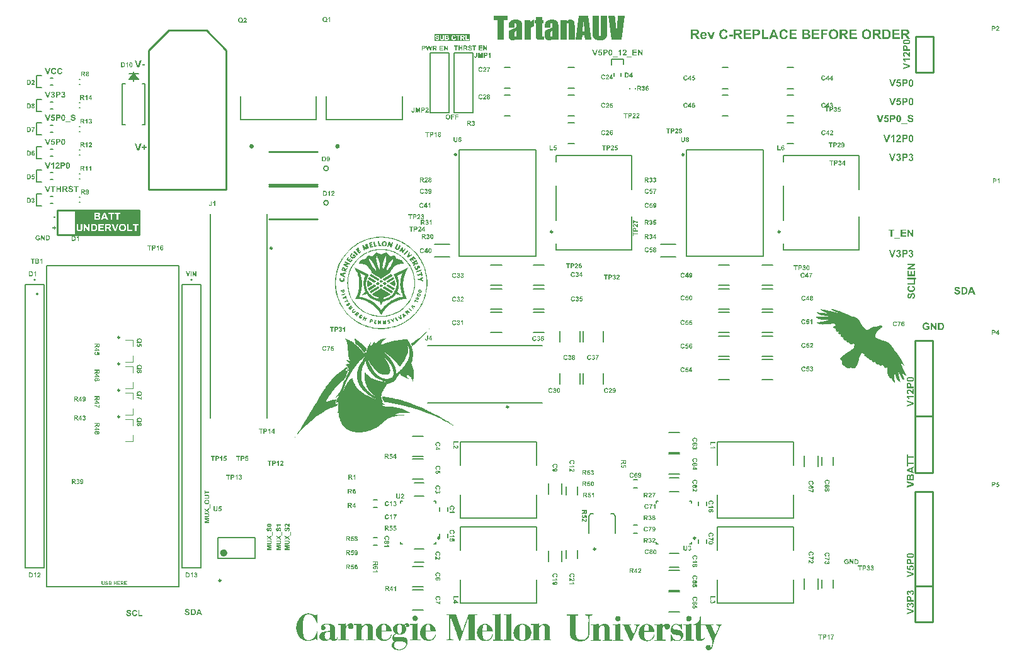
<source format=gbr>
%TF.GenerationSoftware,Altium Limited,Altium Designer,24.1.2 (44)*%
G04 Layer_Color=65535*
%FSLAX45Y45*%
%MOMM*%
%TF.SameCoordinates,12E9634C-A8E6-484A-B1C3-FEDB1742B245*%
%TF.FilePolarity,Positive*%
%TF.FileFunction,Legend,Top*%
%TF.Part,Single*%
G01*
G75*
%TA.AperFunction,NonConductor*%
%ADD66C,0.25400*%
%ADD116C,0.25000*%
%ADD117C,0.12700*%
%ADD118C,0.15000*%
%ADD119C,0.20000*%
%ADD120C,0.50000*%
%ADD121C,0.10000*%
%ADD122C,0.15240*%
G36*
X11937671Y9713311D02*
X11937752Y9713473D01*
X11938457Y9714179D01*
X11937671Y9713311D01*
D02*
G37*
G36*
X11341019Y9565348D02*
X11337492Y9562527D01*
X11331144Y9557589D01*
X11323385Y9551946D01*
X11322680D01*
X11321269Y9550536D01*
X11319153Y9548420D01*
X11315626Y9545598D01*
X11311394Y9541366D01*
X11306456Y9537134D01*
X11300814Y9530786D01*
X11294465Y9523732D01*
X11293760Y9523027D01*
X11291644Y9520205D01*
X11288822Y9516678D01*
X11286001Y9512446D01*
X11282474Y9506803D01*
X11279653Y9501161D01*
X11277537Y9496223D01*
X11276831Y9490580D01*
Y9489875D01*
X11278242Y9487759D01*
X11278947Y9484937D01*
X11281064Y9482821D01*
X11281769D01*
X11283180Y9483527D01*
X11286001Y9484232D01*
X11289528Y9485643D01*
X11297287Y9488464D01*
X11306456Y9491991D01*
X11307162Y9492696D01*
X11310689Y9493402D01*
X11314921Y9495518D01*
X11321269Y9497634D01*
X11328323Y9499750D01*
X11336787Y9503277D01*
X11345956Y9506098D01*
X11355831Y9509625D01*
X11356537D01*
X11357948Y9510330D01*
X11360064Y9511036D01*
X11363590Y9511741D01*
X11367823Y9513152D01*
X11372760Y9514562D01*
X11384751Y9517384D01*
X11398858Y9520911D01*
X11415082Y9525143D01*
X11432010Y9528670D01*
X11449644Y9532196D01*
X11460224Y9535018D01*
X11460930D01*
X11463751Y9535723D01*
X11468689Y9536428D01*
X11474332Y9537134D01*
X11482091Y9538545D01*
X11490555Y9539955D01*
X11500430Y9541366D01*
X11511716Y9542777D01*
X11523707Y9544893D01*
X11537108Y9546303D01*
X11550510Y9547714D01*
X11565323Y9549830D01*
X11595653Y9552652D01*
X11627394Y9554768D01*
X11628100Y9554062D01*
X11628805Y9552652D01*
X11630921Y9550536D01*
X11633743Y9547009D01*
X11636564Y9542777D01*
X11640091Y9538545D01*
X11647850Y9526553D01*
X11657019Y9512446D01*
X11666189Y9496928D01*
X11675359Y9479294D01*
X11683118Y9460955D01*
Y9460250D01*
X11683823Y9458839D01*
X11685234Y9456018D01*
X11685939Y9452491D01*
X11688055Y9448259D01*
X11689466Y9443321D01*
X11692993Y9431330D01*
X11697225Y9417928D01*
X11700752Y9402410D01*
X11702868Y9387598D01*
X11704278Y9372080D01*
Y9371375D01*
Y9370669D01*
Y9368553D01*
Y9365732D01*
X11704984Y9357973D01*
Y9348098D01*
X11704278Y9336812D01*
Y9324821D01*
X11701457Y9298723D01*
Y9298017D01*
Y9297312D01*
X11700752Y9293080D01*
X11700046Y9287437D01*
X11698635Y9279678D01*
X11696519Y9271214D01*
X11694403Y9262750D01*
X11692287Y9254285D01*
X11689466Y9247232D01*
X11682412Y9228187D01*
X11683118Y9226776D01*
X11685234Y9223250D01*
Y9222544D01*
Y9221839D01*
X11685939Y9221133D01*
X11686644Y9220428D01*
X11687350Y9219017D01*
X11688760Y9214785D01*
X11691582Y9209142D01*
X11694403Y9200678D01*
X11697930Y9190803D01*
X11701457Y9180223D01*
X11704984Y9168232D01*
X11707805Y9156241D01*
Y9155535D01*
X11708510Y9154830D01*
Y9152714D01*
X11709216Y9149892D01*
X11710627Y9142839D01*
X11712037Y9133669D01*
X11713448Y9122383D01*
X11714859Y9110392D01*
X11716269Y9096990D01*
Y9082883D01*
Y9082178D01*
Y9080062D01*
Y9077240D01*
Y9073008D01*
X11715564Y9068071D01*
Y9062428D01*
X11714859Y9055374D01*
X11714153Y9048321D01*
X11712037Y9031392D01*
X11708510Y9012347D01*
X11704279Y8993303D01*
X11698636Y8972847D01*
Y8973553D01*
Y8975669D01*
Y8980606D01*
Y8981312D01*
Y8982017D01*
Y8986249D01*
X11697225Y8992597D01*
X11695814Y9000356D01*
X11693698Y9009526D01*
X11689466Y9019401D01*
X11684528Y9029981D01*
X11677475Y9039856D01*
X11676769Y9041267D01*
X11673243Y9044089D01*
X11668305Y9049026D01*
X11661252Y9055374D01*
X11652787Y9061723D01*
X11642207Y9067365D01*
X11630216Y9073008D01*
X11616814Y9077240D01*
Y9076535D01*
Y9075124D01*
Y9073008D01*
X11617519Y9070892D01*
X11618930Y9063839D01*
X11621046Y9056080D01*
X11621751Y9055374D01*
X11623162Y9052553D01*
X11625278Y9048321D01*
X11629510Y9042678D01*
X11633743Y9037035D01*
X11639385Y9030687D01*
X11646439Y9025044D01*
X11654198Y9019401D01*
X11653493D01*
X11652082Y9020106D01*
X11649966D01*
X11647144Y9020812D01*
X11639385Y9022928D01*
X11629510Y9026455D01*
X11617519Y9030687D01*
X11604823Y9035624D01*
X11590716Y9041973D01*
X11576609Y9049026D01*
X11575903Y9049731D01*
X11572376Y9051848D01*
X11568144Y9054669D01*
X11562501Y9058901D01*
X11555448Y9064544D01*
X11548394Y9070187D01*
X11540635Y9077240D01*
X11532876Y9084999D01*
X11532171D01*
X11530760Y9086410D01*
X11528644Y9087821D01*
X11525823Y9090642D01*
X11525117Y9089937D01*
X11523001Y9086410D01*
X11518769Y9082178D01*
X11514537Y9075830D01*
X11508894Y9068071D01*
X11503251Y9059606D01*
X11496198Y9050437D01*
X11489850Y9039856D01*
X11489144Y9039151D01*
X11487028Y9036330D01*
X11484207Y9032098D01*
X11479975Y9026455D01*
X11474332Y9020106D01*
X11467983Y9013053D01*
X11460224Y9005294D01*
X11451760Y8996830D01*
X11442591Y8989071D01*
X11432010Y8981312D01*
X11420725Y8973553D01*
X11408734Y8967205D01*
X11396037Y8960856D01*
X11382635Y8956624D01*
X11369234Y8953097D01*
X11354421Y8951687D01*
X11353716Y8950981D01*
X11352305Y8948865D01*
X11350189Y8945338D01*
X11347367Y8940401D01*
X11343135Y8934758D01*
X11338903Y8927705D01*
X11333966Y8919946D01*
X11329028Y8911481D01*
X11323385Y8901606D01*
X11317742Y8891026D01*
X11305751Y8868454D01*
X11293760Y8843767D01*
X11282475Y8817669D01*
Y8816963D01*
X11281769Y8814847D01*
X11281064Y8812026D01*
X11280358Y8807794D01*
X11279653Y8802856D01*
X11278948Y8797213D01*
X11278242Y8785222D01*
Y8784517D01*
Y8781695D01*
Y8777463D01*
Y8773231D01*
Y8772526D01*
X11278948Y8769704D01*
X11279653Y8765472D01*
X11281064Y8760535D01*
X11282475Y8754892D01*
X11283885Y8748544D01*
X11289528Y8735142D01*
X11290233Y8734436D01*
X11290939Y8732320D01*
X11293055Y8729499D01*
X11295171Y8725972D01*
X11301519Y8719624D01*
X11305751Y8716802D01*
X11309278Y8714686D01*
X11307162D01*
X11305046Y8715392D01*
X11301519Y8716097D01*
X11294466Y8718919D01*
X11285296Y8722445D01*
X11284591D01*
X11281769Y8723856D01*
X11278242Y8725267D01*
X11274010Y8728088D01*
X11274716Y8727383D01*
X11276126Y8725972D01*
X11278242Y8722445D01*
X11281769Y8718919D01*
X11290233Y8709749D01*
X11300108Y8699874D01*
X11311394Y8689294D01*
X11317037Y8684356D01*
X11322680Y8680829D01*
X11328323Y8677302D01*
X11333260Y8674481D01*
X11338198Y8673070D01*
X11341725D01*
X11341019Y8672365D01*
X11338903D01*
X11336082Y8671660D01*
X11328323Y8670249D01*
X11319153Y8669543D01*
X11307867D01*
X11296582Y8671660D01*
X11290939Y8673776D01*
X11285296Y8676597D01*
X11279653Y8679419D01*
X11274010Y8683651D01*
Y8682945D01*
X11274716Y8682240D01*
X11278242Y8678008D01*
X11283885Y8672365D01*
X11287412Y8668838D01*
X11292350Y8666017D01*
X11297287Y8662490D01*
X11303635Y8658963D01*
X11310689Y8656142D01*
X11318448Y8653320D01*
X11326912Y8651204D01*
X11336787Y8649088D01*
X11347367Y8648383D01*
X11358653Y8647677D01*
X11379109D01*
X11389689Y8646972D01*
X11402385Y8646267D01*
X11416493Y8644856D01*
X11431305Y8643445D01*
X11448234Y8642035D01*
X11465162Y8639213D01*
X11501841Y8632865D01*
X11520180Y8628633D01*
X11538519Y8623695D01*
X11557564Y8618052D01*
X11575198Y8611704D01*
X11575903D01*
X11577314Y8610999D01*
X11580136Y8609588D01*
X11583662Y8608177D01*
X11588600Y8606061D01*
X11593537Y8603240D01*
X11599886Y8600418D01*
X11606234Y8596892D01*
X11621046Y8589133D01*
X11637975Y8580668D01*
X11655609Y8570793D01*
X11673243Y8559508D01*
X11671832D01*
X11668305Y8560213D01*
X11662662Y8560918D01*
X11655609Y8561624D01*
X11645734Y8562329D01*
X11635154Y8563740D01*
X11623162Y8564445D01*
X11609761D01*
X11595653Y8565151D01*
X11580841Y8564445D01*
X11549805Y8562329D01*
X11533582Y8560213D01*
X11518064Y8558097D01*
X11501841Y8553865D01*
X11487028Y8549633D01*
X11486323D01*
X11484912Y8548927D01*
X11482091Y8547517D01*
X11478564Y8546811D01*
X11470100Y8543284D01*
X11461635Y8539052D01*
X11518769D01*
X11522296Y8538347D01*
X11527234D01*
X11537814Y8537642D01*
X11551216Y8536231D01*
X11565323Y8535525D01*
X11580841Y8533409D01*
X11597064Y8531293D01*
X11593537D01*
X11589305Y8531999D01*
X11555448D01*
X11543457Y8531293D01*
X11530055Y8529883D01*
X11515243Y8527767D01*
X11499725Y8525650D01*
X11482796Y8522124D01*
X11465162Y8518597D01*
X11446118Y8513659D01*
X11425662Y8508017D01*
X11405207Y8500963D01*
X11404501D01*
X11403091Y8500258D01*
X11400975Y8499552D01*
X11398153Y8498141D01*
X11391100Y8496025D01*
X11384046Y8493204D01*
X11383341D01*
X11381225Y8491793D01*
X11378403Y8490383D01*
X11374171Y8488972D01*
X11364296Y8484034D01*
X11353010Y8478391D01*
X11352305Y8477686D01*
X11350894Y8476981D01*
X11348073Y8474865D01*
X11343841Y8472043D01*
X11339609Y8468516D01*
X11333966Y8464284D01*
X11327617Y8459347D01*
X11321269Y8454409D01*
X11305751Y8441713D01*
X11288823Y8428311D01*
X11271189Y8412793D01*
X11252849Y8396570D01*
X11252144Y8395865D01*
X11250028Y8394454D01*
X11247207Y8391632D01*
X11242974Y8388106D01*
X11237332Y8383874D01*
X11230278Y8378936D01*
X11222519Y8373293D01*
X11213349Y8367650D01*
X11202769Y8361302D01*
X11190778Y8354954D01*
X11178082Y8347900D01*
X11163974Y8341552D01*
X11148456Y8335204D01*
X11132233Y8328856D01*
X11114599Y8322507D01*
X11095555Y8316864D01*
X11094144D01*
X11090617Y8315454D01*
X11085680Y8314043D01*
X11077921Y8312632D01*
X11068751Y8310516D01*
X11058171Y8309106D01*
X11045474Y8306989D01*
X11032072Y8304873D01*
X11017965Y8303463D01*
X11002447Y8302052D01*
X10986224Y8301347D01*
X10951662D01*
X10934733Y8302757D01*
X10917099Y8304873D01*
X10899465Y8308400D01*
X10898760D01*
X10895938Y8309106D01*
X10891706Y8310516D01*
X10886063Y8312632D01*
X10879010Y8314748D01*
X10870545Y8318275D01*
X10862081Y8321802D01*
X10852206Y8326034D01*
X10841626Y8331677D01*
X10830340Y8337320D01*
X10819760Y8344373D01*
X10808474Y8352132D01*
X10797188Y8360596D01*
X10785902Y8370471D01*
X10775322Y8381052D01*
X10764742Y8392338D01*
X10764036Y8393043D01*
X10762626Y8395159D01*
X10759804Y8398686D01*
X10756277Y8404329D01*
X10752045Y8410677D01*
X10747813Y8418436D01*
X10742170Y8428311D01*
X10737233Y8438891D01*
X10731590Y8450882D01*
X10725947Y8464284D01*
X10721010Y8479097D01*
X10715367Y8495320D01*
X10711135Y8512954D01*
X10706902Y8531293D01*
X10704081Y8551748D01*
X10701260Y8572909D01*
X10686447Y8559507D01*
X10687152Y8560213D01*
X10687858Y8562329D01*
X10689268Y8566561D01*
X10691385Y8572204D01*
X10693501Y8580668D01*
X10694911Y8585606D01*
X10695617Y8591954D01*
X10697027Y8598302D01*
X10697733Y8605356D01*
X10699143Y8613115D01*
X10699849Y8622284D01*
Y8623695D01*
Y8626516D01*
Y8631454D01*
Y8638507D01*
X10700554Y8646266D01*
Y8655436D01*
Y8666016D01*
X10701260Y8677302D01*
Y8678713D01*
Y8682240D01*
Y8687177D01*
Y8692820D01*
Y8706222D01*
Y8711865D01*
Y8716097D01*
Y8716802D01*
X10700554Y8717508D01*
X10699849Y8718213D01*
X10699143Y8718918D01*
X10697027Y8718213D01*
X10694206Y8716802D01*
X10690679Y8713981D01*
X10686447Y8709043D01*
X10685036Y8707633D01*
X10682215Y8704106D01*
X10677277Y8698463D01*
X10673045Y8691409D01*
Y8692115D01*
Y8692820D01*
Y8695641D01*
Y8696347D01*
Y8697052D01*
Y8701284D01*
X10673751Y8708338D01*
X10675161Y8716802D01*
X10677277Y8726677D01*
X10680099Y8737963D01*
X10683626Y8749249D01*
X10689268Y8761240D01*
X10689974Y8762650D01*
X10692090Y8765472D01*
X10694911Y8770409D01*
X10698438Y8776758D01*
Y8777463D01*
X10699143Y8778168D01*
X10701965Y8782401D01*
X10704081Y8787338D01*
X10706902Y8791570D01*
X10707608Y8792276D01*
X10708313Y8795097D01*
X10709018Y8797213D01*
X10709724Y8800034D01*
Y8800740D01*
X10708313Y8801445D01*
X10706902D01*
X10704081Y8800034D01*
X10700554Y8797918D01*
X10694911Y8794392D01*
X10687858Y8788043D01*
X10663876Y8766883D01*
Y8767588D01*
X10664581Y8768999D01*
X10665992Y8771115D01*
X10667402Y8774642D01*
X10670929Y8781695D01*
X10676572Y8790159D01*
X10677277Y8790865D01*
X10677983Y8792276D01*
X10680099Y8794392D01*
X10682215Y8797918D01*
X10688563Y8805677D01*
X10697027Y8816258D01*
X10697733Y8816963D01*
X10699143Y8818374D01*
X10701260Y8821195D01*
X10704081Y8824722D01*
X10710429Y8831776D01*
X10716072Y8838829D01*
Y8839535D01*
X10717483Y8840945D01*
X10718893Y8843767D01*
X10721010Y8847293D01*
X10723126Y8851526D01*
X10725947Y8856463D01*
X10728768Y8862811D01*
X10732295Y8869160D01*
X10733001Y8869865D01*
X10733706Y8872686D01*
X10735117Y8876213D01*
X10737233Y8880445D01*
X10742170Y8891026D01*
X10745697Y8901606D01*
X10750635Y8915008D01*
Y8915713D01*
X10751340Y8917829D01*
X10752751Y8920651D01*
X10754161Y8924883D01*
X10755572Y8929820D01*
X10758394Y8935463D01*
X10760510Y8942517D01*
X10763331Y8949570D01*
X10770385Y8966499D01*
X10778144Y8984838D01*
X10786608Y9003883D01*
X10796483Y9023633D01*
Y9024338D01*
X10797893Y9025749D01*
X10798599Y9028570D01*
X10800715Y9032097D01*
X10802831Y9037035D01*
X10804947Y9041972D01*
X10807768Y9048320D01*
X10810590Y9054669D01*
X10817643Y9070187D01*
X10824697Y9087115D01*
X10832456Y9106160D01*
X10839509Y9125205D01*
Y9125910D01*
X10838804Y9126615D01*
X10837393Y9130142D01*
X10833867Y9133669D01*
X10828929Y9137196D01*
X10827518Y9137901D01*
X10824697Y9139312D01*
X10819759Y9140722D01*
X10814117Y9141428D01*
X10807063Y9140017D01*
X10808474Y9140722D01*
X10811295Y9141428D01*
X10816233Y9142838D01*
X10821170Y9144249D01*
X10826813Y9145660D01*
X10832456Y9146365D01*
X10837393Y9145660D01*
X10840920Y9144249D01*
Y9145660D01*
Y9147071D01*
Y9147776D01*
X10840215Y9149187D01*
Y9151303D01*
X10839509Y9154124D01*
X10836688Y9161883D01*
X10832456Y9171758D01*
X10826108Y9182339D01*
X10818349Y9194330D01*
X10807063Y9205615D01*
X10800715Y9211258D01*
X10793661Y9216196D01*
X10795072D01*
X10799304Y9217606D01*
X10804947Y9218312D01*
X10813411Y9219722D01*
X10822581Y9221133D01*
X10833161Y9221839D01*
X10844447Y9223250D01*
X10856438D01*
X10855733Y9224660D01*
X10852911Y9228187D01*
X10848679Y9233830D01*
X10843036Y9240883D01*
X10836688Y9249348D01*
X10828224Y9258517D01*
X10819759Y9267687D01*
X10809884Y9276856D01*
X10811295D01*
X10814822Y9276151D01*
X10819759Y9274740D01*
X10826108Y9273330D01*
X10833867Y9271214D01*
X10842331Y9269098D01*
X10860670Y9262044D01*
Y9262750D01*
X10859965Y9263455D01*
X10858554Y9266982D01*
X10856438Y9271214D01*
X10852911Y9275446D01*
X10852206Y9276857D01*
X10850090Y9279678D01*
X10847268Y9286026D01*
X10844447Y9294491D01*
X10842331Y9299428D01*
X10840920Y9305071D01*
X10839509Y9312125D01*
X10838099Y9319178D01*
X10835983Y9327643D01*
X10835277Y9336812D01*
X10833867Y9346687D01*
X10833161Y9357267D01*
Y9357973D01*
Y9360089D01*
Y9362910D01*
X10832456Y9367848D01*
Y9372785D01*
X10831750Y9379133D01*
X10831045Y9386892D01*
X10830340Y9394651D01*
X10828929Y9412991D01*
X10827518Y9432741D01*
X10825402Y9454607D01*
X10822581Y9476473D01*
Y9477178D01*
Y9479294D01*
X10821875Y9482116D01*
X10821170Y9486348D01*
X10820465Y9491285D01*
X10819054Y9496928D01*
X10815527Y9509625D01*
X10811295Y9523732D01*
X10804947Y9538544D01*
X10797188Y9551946D01*
X10792250Y9557589D01*
X10787313Y9563232D01*
X10788724D01*
X10791545Y9562526D01*
X10796483Y9561116D01*
X10802831Y9559705D01*
X10803536D01*
X10804947Y9559000D01*
X10807768Y9558294D01*
X10811295Y9556884D01*
X10816938Y9554768D01*
X10823992Y9551946D01*
X10832456Y9548419D01*
X10842331Y9544187D01*
X10843036D01*
X10843742Y9543482D01*
X10847268Y9542071D01*
X10853617Y9539250D01*
X10861376Y9535018D01*
X10869840Y9530080D01*
X10880420Y9524437D01*
X10891001Y9518089D01*
X10901581Y9511036D01*
X10902992Y9510330D01*
X10906518Y9507509D01*
X10912867Y9503277D01*
X10921331Y9496928D01*
X10931206Y9488464D01*
X10942492Y9478589D01*
X10955894Y9466598D01*
X10970001Y9453196D01*
X10970706Y9452491D01*
X10972117Y9451786D01*
X10974233Y9448964D01*
X10977054Y9446143D01*
X10980581Y9442616D01*
X10984108Y9438384D01*
X10993983Y9427803D01*
X11005269Y9414402D01*
X11017965Y9398884D01*
X11030661Y9381955D01*
X11044063Y9363616D01*
X11044769Y9364321D01*
X11046885Y9365732D01*
X11050411Y9368553D01*
X11055349Y9371375D01*
X11060992Y9375607D01*
X11067340Y9379134D01*
X11081447Y9387598D01*
Y9388303D01*
Y9391125D01*
Y9395357D01*
Y9399589D01*
Y9400294D01*
X11082153Y9402410D01*
Y9405937D01*
X11083563Y9410169D01*
X11084269Y9415812D01*
X11086385Y9422160D01*
X11088501Y9429214D01*
X11091322Y9437678D01*
X11094849Y9446143D01*
X11099081Y9455312D01*
X11104019Y9465187D01*
X11109662Y9475062D01*
X11116715Y9484937D01*
X11124474Y9495518D01*
X11132938Y9505393D01*
X11142813Y9515973D01*
Y9514562D01*
X11142108Y9513152D01*
X11140697Y9511036D01*
Y9510330D01*
X11139992Y9508920D01*
X11138581Y9505393D01*
X11136465Y9500455D01*
X11135760Y9499045D01*
X11135054Y9496223D01*
X11133644Y9491286D01*
X11132233Y9486348D01*
Y9484937D01*
X11131528Y9482116D01*
X11130117Y9478589D01*
X11128706Y9473652D01*
Y9472946D01*
X11128001Y9470125D01*
Y9467303D01*
X11128706Y9463777D01*
X11129412Y9463071D01*
X11130117Y9462366D01*
X11131528Y9461661D01*
X11133644D01*
X11134349Y9462366D01*
X11135760Y9463777D01*
X11138581Y9465893D01*
X11141403Y9468714D01*
X11149162Y9476473D01*
X11158331Y9486348D01*
X11167501Y9496928D01*
X11175965Y9507509D01*
X11179492Y9513152D01*
X11181608Y9518089D01*
X11183724Y9523027D01*
X11184429Y9527259D01*
Y9526553D01*
X11185135Y9525143D01*
X11186546Y9522321D01*
X11187956Y9518795D01*
X11188662Y9518089D01*
X11189367Y9515268D01*
X11190778Y9510330D01*
X11192894Y9503982D01*
Y9503277D01*
X11193599Y9502571D01*
X11195010Y9499045D01*
X11195715Y9494812D01*
X11196421Y9490580D01*
X11197126Y9491286D01*
X11198537Y9492696D01*
X11200653Y9495518D01*
X11203474Y9499045D01*
X11211233Y9508214D01*
X11221108Y9518089D01*
X11221813Y9518795D01*
X11223930Y9520911D01*
X11228162Y9523732D01*
X11233099Y9527259D01*
X11240153Y9532196D01*
X11248617Y9537134D01*
X11258492Y9542777D01*
X11270483Y9549125D01*
X11271189D01*
X11271894Y9549830D01*
X11274010Y9550536D01*
X11276831Y9551946D01*
X11283180Y9554768D01*
X11292349Y9557589D01*
X11302930Y9560411D01*
X11315626Y9563232D01*
X11328323Y9565348D01*
X11342430Y9566054D01*
X11341019Y9565348D01*
D02*
G37*
G36*
X11937046Y9712063D02*
X11934930Y9709947D01*
X11932814Y9707125D01*
X11929288Y9702893D01*
X11925761Y9698661D01*
X11915886Y9687375D01*
X11904600Y9673973D01*
X11891198Y9657750D01*
X11875680Y9640821D01*
X11858752Y9621777D01*
X11840412Y9602027D01*
X11820662Y9581571D01*
X11800912Y9560411D01*
X11779752Y9539955D01*
X11757886Y9519500D01*
X11736019Y9499750D01*
X11714859Y9480705D01*
X11692993Y9463777D01*
Y9464482D01*
X11691582Y9466598D01*
X11690171Y9470125D01*
X11688055Y9473652D01*
X11685939Y9478589D01*
X11683118Y9484232D01*
X11677475Y9496223D01*
X11678180D01*
X11679591Y9497634D01*
X11681707Y9498339D01*
X11684528Y9500455D01*
X11688055Y9502571D01*
X11692287Y9505393D01*
X11703573Y9513152D01*
X11716975Y9521616D01*
X11732493Y9532196D01*
X11750127Y9544893D01*
X11769171Y9559000D01*
X11788921Y9573812D01*
X11810082Y9590741D01*
X11831948Y9608375D01*
X11853814Y9628125D01*
X11875680Y9647875D01*
X11897546Y9669036D01*
X11918002Y9691607D01*
X11937671Y9713311D01*
X11937046Y9712063D01*
D02*
G37*
G36*
X10922742Y9566759D02*
X10924858Y9565348D01*
X10928385Y9563232D01*
X10932617Y9560411D01*
X10936849Y9556884D01*
X10948135Y9549125D01*
X10961536Y9539955D01*
X10975644Y9529375D01*
X10990456Y9518089D01*
X11005269Y9506098D01*
X11005974D01*
X11006679Y9504687D01*
X11008795Y9503277D01*
X11011617Y9501161D01*
X11018670Y9494812D01*
X11027135Y9487759D01*
X11036304Y9479294D01*
X11046179Y9470125D01*
X11055349Y9460955D01*
X11063108Y9452491D01*
X11063813Y9451786D01*
X11065929Y9448964D01*
X11069456Y9445437D01*
X11072983Y9441205D01*
X11075804Y9436268D01*
X11078626Y9432035D01*
X11080037Y9427803D01*
Y9424982D01*
Y9424277D01*
X11079331Y9422866D01*
X11078626Y9420044D01*
X11077920Y9416518D01*
X11075804Y9408759D01*
X11075099Y9399589D01*
Y9398884D01*
Y9396062D01*
Y9391830D01*
X11044063Y9372785D01*
Y9373491D01*
X11043358Y9375607D01*
X11041947Y9379134D01*
X11039831Y9384071D01*
X11035599Y9390419D01*
X11030661Y9398884D01*
X11022903Y9408053D01*
X11013028Y9419339D01*
Y9420044D01*
X11011617Y9420750D01*
X11008090Y9424982D01*
X11002447Y9430625D01*
X10995394Y9438384D01*
X10986224Y9447553D01*
X10977054Y9456723D01*
X10966474Y9465893D01*
X10955894Y9475062D01*
X10929090Y9500455D01*
X10927679Y9503982D01*
X10920626Y9568170D01*
X10921331D01*
X10922742Y9566759D01*
D02*
G37*
G36*
X11290939Y8783106D02*
X11293760D01*
X11297287Y8782401D01*
X11302225D01*
X11312805Y8780990D01*
X11326207Y8778874D01*
X11341725Y8776053D01*
X11359359Y8773231D01*
X11379814Y8770410D01*
X11401680Y8766178D01*
X11424957Y8761240D01*
X11449644Y8756303D01*
X11475743Y8750660D01*
X11502546Y8744311D01*
X11530055Y8736553D01*
X11558269Y8728794D01*
X11587189Y8720329D01*
X11587895D01*
X11589305Y8719624D01*
X11591421Y8718919D01*
X11594243Y8718213D01*
X11597770Y8716802D01*
X11602002Y8715392D01*
X11613287Y8711865D01*
X11626689Y8707633D01*
X11642207Y8702695D01*
X11659841Y8696347D01*
X11678886Y8689999D01*
X11699341Y8682240D01*
X11721207Y8674481D01*
X11743779Y8666017D01*
X11766350Y8656847D01*
X11812904Y8637802D01*
X11836181Y8627927D01*
X11858047Y8617347D01*
X11859457Y8616642D01*
X11862984Y8614526D01*
X11869332Y8611704D01*
X11877797Y8608177D01*
X11887672Y8602534D01*
X11899663Y8596892D01*
X11913065Y8590543D01*
X11927877Y8582784D01*
X11944100Y8575026D01*
X11961029Y8565856D01*
X11978663Y8557392D01*
X11996297Y8547517D01*
X12032975Y8528472D01*
X12069654Y8508017D01*
X12071065Y8507311D01*
X12073886Y8505900D01*
X12078824Y8503079D01*
X12085172Y8498847D01*
X12093636Y8494615D01*
X12102806Y8488972D01*
X12112681Y8483329D01*
X12123967Y8476981D01*
X12147243Y8462874D01*
X12171226Y8448061D01*
X12193797Y8433249D01*
X12204377Y8426195D01*
X12214252Y8419141D01*
X12263784Y8384056D01*
X12262217Y8384579D01*
X12258690Y8386695D01*
X12253752Y8389516D01*
X12248110Y8393043D01*
X12241056Y8396570D01*
X12232592Y8401507D01*
X12223422Y8406445D01*
X12212842Y8412088D01*
X12200851Y8418436D01*
X12188860Y8425490D01*
X12175458Y8432543D01*
X12160645Y8439597D01*
X12145833Y8447356D01*
X12129609Y8455820D01*
X12112681Y8464284D01*
X12077413Y8481918D01*
X12039324Y8499552D01*
X11999118Y8517892D01*
X11957502Y8536231D01*
X11914475Y8554570D01*
X11870038Y8572204D01*
X11825600Y8588427D01*
X11780457Y8603945D01*
X11779752D01*
X11777636Y8604651D01*
X11774109Y8606061D01*
X11769877Y8607472D01*
X11764234Y8608883D01*
X11757180Y8611704D01*
X11748716Y8613820D01*
X11739546Y8616642D01*
X11728966Y8619463D01*
X11718386Y8622990D01*
X11705689Y8626517D01*
X11692993Y8630043D01*
X11678886Y8634276D01*
X11664073Y8637802D01*
X11649261Y8642035D01*
X11633037Y8646267D01*
X11598475Y8654731D01*
X11562502Y8663901D01*
X11524412Y8672365D01*
X11484207Y8680829D01*
X11443296Y8688588D01*
X11402385Y8695642D01*
X11360064Y8701990D01*
X11318448Y8707633D01*
X11319153Y8708338D01*
X11319858Y8709749D01*
X11320564Y8711865D01*
X11321269Y8714686D01*
Y8715392D01*
Y8716097D01*
X11320564Y8719624D01*
X11318448Y8722445D01*
X11316332Y8723151D01*
X11314216Y8723856D01*
X11310689D01*
X11309983Y8724561D01*
X11307162Y8727383D01*
X11305046Y8729499D01*
X11302930Y8732320D01*
X11300108Y8736553D01*
X11297287Y8741490D01*
Y8742195D01*
X11295876Y8744311D01*
X11295171Y8747133D01*
X11293760Y8751365D01*
X11291644Y8756303D01*
X11290233Y8761945D01*
X11287412Y8774642D01*
Y8775347D01*
Y8777463D01*
Y8780285D01*
Y8783811D01*
X11288823D01*
X11290939Y8783106D01*
D02*
G37*
G36*
X12264333Y8383874D02*
X12265038Y8383168D01*
X12263784Y8384056D01*
X12264333Y8383874D01*
D02*
G37*
G36*
X10818349Y9179517D02*
X10819054Y9178106D01*
X10820465Y9175990D01*
X10822581Y9173169D01*
X10826813Y9165410D01*
X10831045Y9156240D01*
X10828929D01*
X10826108Y9155535D01*
X10822581Y9154830D01*
X10814117Y9152713D01*
X10804242Y9149187D01*
X10803536Y9148481D01*
X10801420Y9147071D01*
X10798599Y9143544D01*
X10797893Y9140017D01*
Y9139312D01*
X10799304Y9137196D01*
Y9136490D01*
X10800715Y9134374D01*
X10803536Y9131553D01*
X10807063Y9130847D01*
X10821170D01*
X10825402Y9129437D01*
X10829634Y9128026D01*
Y9127321D01*
Y9125205D01*
Y9124499D01*
X10828929Y9123088D01*
X10827518Y9120267D01*
X10826108Y9116740D01*
X10824697Y9112508D01*
X10822581Y9106865D01*
X10820465Y9101222D01*
X10817643Y9094874D01*
X10811295Y9080062D01*
X10804947Y9063133D01*
X10797188Y9045499D01*
X10788724Y9027865D01*
X10788018Y9027160D01*
X10787313Y9025044D01*
X10786608Y9023633D01*
Y9022928D01*
X10785902Y9020812D01*
X10785197Y9020106D01*
X10783786Y9019401D01*
X10781670Y9017285D01*
X10778143Y9014463D01*
X10774616Y9010937D01*
X10769679Y9006704D01*
X10764036Y9001767D01*
X10757688Y8996124D01*
X10743581Y8982722D01*
X10726652Y8966499D01*
X10709018Y8948160D01*
X10689268Y8927704D01*
X10668108Y8905133D01*
X10646947Y8881151D01*
X10625081Y8855052D01*
X10603215Y8827543D01*
X10582054Y8798624D01*
X10561599Y8768999D01*
X10542554Y8737963D01*
X10524920Y8706222D01*
X10525625D01*
X10528447Y8707633D01*
X10531974Y8709043D01*
X10537616Y8711159D01*
X10543965Y8713275D01*
X10552429Y8716097D01*
X10560893Y8718918D01*
X10571474Y8722445D01*
X10582054Y8725267D01*
X10593340Y8729499D01*
X10618733Y8736552D01*
X10646242Y8742900D01*
X10674456Y8749249D01*
X10673751Y8747838D01*
X10673045Y8745017D01*
X10670929Y8740079D01*
X10669518Y8733731D01*
X10667402Y8725972D01*
X10665286Y8716802D01*
X10664581Y8707633D01*
X10663876Y8697052D01*
Y8696347D01*
Y8695641D01*
Y8691409D01*
Y8690704D01*
X10664581Y8687883D01*
X10666697Y8685061D01*
X10670929Y8682240D01*
X10673751D01*
X10675867Y8682945D01*
X10678688Y8684356D01*
X10680099Y8686472D01*
X10680804Y8687177D01*
X10682920Y8690704D01*
X10686447Y8695641D01*
X10692090Y8702695D01*
Y8701990D01*
Y8701284D01*
Y8699168D01*
Y8696347D01*
Y8689293D01*
Y8679418D01*
Y8678713D01*
Y8677302D01*
Y8674481D01*
Y8671659D01*
Y8670954D01*
Y8668838D01*
Y8663900D01*
X10690679Y8663195D01*
X10687858Y8662490D01*
X10682215Y8660374D01*
X10675161Y8657552D01*
X10665992Y8654025D01*
X10655411Y8650499D01*
X10643420Y8645561D01*
X10630018Y8639918D01*
X10615911Y8633570D01*
X10600393Y8626516D01*
X10584170Y8619463D01*
X10567242Y8610999D01*
X10531974Y8592659D01*
X10496000Y8572204D01*
X10494590Y8571498D01*
X10491768Y8569382D01*
X10486831Y8566561D01*
X10479777Y8562329D01*
X10472018Y8556686D01*
X10462143Y8551043D01*
X10451563Y8543990D01*
X10439572Y8536231D01*
X10426875Y8527766D01*
X10414179Y8518597D01*
X10386670Y8498847D01*
X10359161Y8477686D01*
X10332357Y8455820D01*
X10331652Y8455114D01*
X10329536Y8452998D01*
X10326009Y8450177D01*
X10321072Y8445945D01*
X10315429Y8440302D01*
X10308375Y8433954D01*
X10300616Y8427605D01*
X10292152Y8419847D01*
X10273813Y8402213D01*
X10253357Y8383873D01*
X10232902Y8363418D01*
X10212446Y8343668D01*
X10211741Y8342962D01*
X10210330Y8341552D01*
X10207509Y8338730D01*
X10203982Y8335204D01*
X10199750Y8330266D01*
X10194107Y8325329D01*
X10182821Y8312632D01*
X10170125Y8299230D01*
X10157429Y8284418D01*
X10144732Y8269605D01*
X10134152Y8256203D01*
X10110493Y8225109D01*
X10110875Y8225873D01*
X10112991Y8228694D01*
X10115107Y8232221D01*
X10117928Y8237159D01*
X10122161Y8242802D01*
X10126393Y8249150D01*
X10132036Y8257614D01*
X10137678Y8266078D01*
X10144027Y8275953D01*
X10151080Y8287239D01*
X10158839Y8299936D01*
X10167304Y8312632D01*
X10176473Y8327445D01*
X10186348Y8342962D01*
X10196929Y8359186D01*
X10207509Y8376820D01*
X10219500Y8395864D01*
X10231491Y8415614D01*
X10244893Y8436070D01*
X10258295Y8458641D01*
X10272402Y8481918D01*
X10287214Y8505900D01*
X10302027Y8531293D01*
X10318250Y8558097D01*
X10334473Y8585606D01*
X10352107Y8614525D01*
X10369741Y8644856D01*
X10388081Y8675891D01*
X10406420Y8708338D01*
X10426170Y8741490D01*
X10445920Y8776052D01*
Y8776758D01*
X10446625Y8777463D01*
X10448036Y8779579D01*
X10450152Y8782401D01*
X10452268Y8786633D01*
X10454384Y8790865D01*
X10460732Y8801445D01*
X10468491Y8814142D01*
X10477661Y8828954D01*
X10488241Y8845177D01*
X10500232Y8863517D01*
X10512929Y8882561D01*
X10526331Y8902311D01*
X10540438Y8922767D01*
X10555250Y8943222D01*
X10570768Y8963678D01*
X10586286Y8984133D01*
X10601804Y9003178D01*
X10618027Y9021517D01*
X10618732Y9022928D01*
X10622259Y9025749D01*
X10626491Y9030687D01*
X10633545Y9037035D01*
X10641304Y9045499D01*
X10651179Y9054669D01*
X10662465Y9065249D01*
X10675161Y9076535D01*
X10689268Y9089231D01*
X10704786Y9101928D01*
X10721009Y9115329D01*
X10738643Y9128026D01*
X10756983Y9141428D01*
X10776733Y9154830D01*
X10796483Y9168231D01*
X10817643Y9180222D01*
X10818349Y9179517D01*
D02*
G37*
G36*
X10110170Y8224462D02*
X10109464Y8223757D01*
X10110493Y8225109D01*
X10110170Y8224462D01*
D02*
G37*
G36*
X13825523Y13853609D02*
X13827403D01*
X13829517Y13853374D01*
X13831631Y13852904D01*
X13834216Y13852669D01*
X13839619Y13851492D01*
X13845494Y13849614D01*
X13851134Y13847029D01*
X13853952Y13845621D01*
X13856537Y13843739D01*
X13856772D01*
X13857242Y13843269D01*
X13857710Y13842799D01*
X13858652Y13841859D01*
X13861002Y13839746D01*
X13863820Y13836926D01*
X13866875Y13833167D01*
X13869695Y13828938D01*
X13872043Y13824004D01*
X13873923Y13818600D01*
Y13818365D01*
X13874158Y13817896D01*
X13874393Y13816956D01*
X13874628Y13815781D01*
X13874863Y13814136D01*
X13875098Y13812022D01*
X13875568Y13809438D01*
X13876038Y13806618D01*
X13876273Y13803329D01*
X13876743Y13799805D01*
X13876978Y13795575D01*
X13877213Y13791112D01*
X13877448Y13785942D01*
X13877682Y13780537D01*
X13877917Y13774664D01*
Y13768321D01*
Y13579420D01*
X13795920D01*
Y13765971D01*
Y13766206D01*
Y13767146D01*
Y13768556D01*
Y13770436D01*
Y13772549D01*
Y13775134D01*
X13795685Y13780772D01*
X13795450Y13786647D01*
X13795215Y13792052D01*
X13794980Y13794635D01*
X13794745Y13796750D01*
X13794275Y13798630D01*
X13794040Y13800040D01*
Y13800275D01*
X13793570Y13800980D01*
X13793100Y13801920D01*
X13792160Y13803094D01*
X13790752Y13804268D01*
X13788870Y13805208D01*
X13786522Y13805913D01*
X13783702Y13806148D01*
X13782292D01*
X13780882Y13805678D01*
X13779002Y13805208D01*
X13777124Y13804503D01*
X13775479Y13803094D01*
X13773834Y13801450D01*
X13772659Y13799100D01*
Y13798630D01*
X13772424Y13798160D01*
Y13797455D01*
X13772189Y13796515D01*
X13771954Y13795340D01*
X13771719Y13793697D01*
Y13791817D01*
X13771484Y13789465D01*
X13771249Y13786882D01*
X13771014Y13783829D01*
X13770779Y13780302D01*
Y13776309D01*
X13770544Y13771844D01*
Y13766911D01*
Y13761507D01*
Y13579420D01*
X13688547D01*
Y13849144D01*
X13771954D01*
X13770560Y13824252D01*
X13770544Y13824239D01*
Y13824004D01*
X13770560Y13824252D01*
X13771014Y13824709D01*
X13771484Y13825414D01*
X13772189Y13826353D01*
X13774069Y13829173D01*
X13776654Y13832462D01*
X13779707Y13835986D01*
X13783467Y13839746D01*
X13787695Y13843269D01*
X13792395Y13846324D01*
X13792630D01*
X13793100Y13846559D01*
X13793805Y13847029D01*
X13794745Y13847499D01*
X13795920Y13847969D01*
X13797330Y13848674D01*
X13800854Y13850084D01*
X13805318Y13851492D01*
X13810252Y13852669D01*
X13815891Y13853609D01*
X13821999Y13853844D01*
X13824113D01*
X13825523Y13853609D01*
D02*
G37*
G36*
X13333772Y13758923D02*
X13330014D01*
X13328134Y13758688D01*
X13326019D01*
X13321086Y13758218D01*
X13315681Y13757513D01*
X13310043Y13756339D01*
X13304874Y13754929D01*
X13302525Y13753989D01*
X13300410Y13752814D01*
X13299940Y13752579D01*
X13298766Y13751639D01*
X13296886Y13750230D01*
X13294771Y13748351D01*
X13292657Y13746001D01*
X13290543Y13742946D01*
X13288663Y13739658D01*
X13287488Y13735663D01*
Y13735428D01*
Y13735193D01*
X13287253Y13734488D01*
X13287018Y13733313D01*
Y13731903D01*
X13286783Y13730260D01*
X13286548Y13727908D01*
X13286313Y13725325D01*
X13286078Y13722270D01*
X13285843Y13718745D01*
X13285608Y13714517D01*
Y13710052D01*
X13285373Y13704884D01*
X13285138Y13699010D01*
Y13692667D01*
Y13685619D01*
Y13579420D01*
X13203140D01*
Y13849142D01*
X13284903D01*
X13281850Y13813431D01*
X13282085Y13813901D01*
X13282790Y13815076D01*
X13283730Y13816956D01*
X13285138Y13819540D01*
X13287018Y13822359D01*
X13289368Y13825648D01*
X13291953Y13829173D01*
X13295006Y13832697D01*
X13298531Y13836456D01*
X13302290Y13839980D01*
X13306754Y13843504D01*
X13311218Y13846559D01*
X13316386Y13849142D01*
X13321790Y13851492D01*
X13327664Y13852904D01*
X13333772Y13853842D01*
Y13758923D01*
D02*
G37*
G36*
X14506879Y13579420D02*
X14377187D01*
X14327846Y13908351D01*
X14418066D01*
Y13907881D01*
X14418301Y13906706D01*
X14418536Y13904826D01*
X14418771Y13902242D01*
X14419006Y13899188D01*
X14419476Y13895193D01*
X14419946Y13890730D01*
X14420651Y13885561D01*
X14421123Y13879922D01*
X14421826Y13874048D01*
X14422531Y13867470D01*
X14423236Y13860422D01*
X14424176Y13852904D01*
X14424881Y13845151D01*
X14425821Y13836926D01*
X14426759Y13828468D01*
X14427464Y13819775D01*
X14428406Y13810847D01*
X14430286Y13792287D01*
X14432164Y13773254D01*
X14434044Y13753754D01*
X14435687Y13734253D01*
X14437569Y13714987D01*
X14438979Y13696191D01*
X14439684Y13687029D01*
X14440387Y13678101D01*
Y13678336D01*
Y13679276D01*
X14440622Y13680450D01*
Y13682329D01*
X14440857Y13684679D01*
X14441092Y13687263D01*
X14441327Y13690553D01*
X14441562Y13694077D01*
X14441797Y13698071D01*
X14442267Y13702534D01*
X14442502Y13706999D01*
X14442972Y13712167D01*
X14443442Y13717337D01*
X14443677Y13722977D01*
X14444147Y13728848D01*
X14444617Y13734958D01*
X14445792Y13747646D01*
X14446732Y13761272D01*
X14447906Y13775134D01*
X14449316Y13789465D01*
X14451900Y13818600D01*
X14453075Y13832932D01*
X14454485Y13847029D01*
X14460358Y13908351D01*
X14550578D01*
X14506879Y13579420D01*
D02*
G37*
G36*
X14314455Y13688438D02*
Y13687968D01*
Y13686794D01*
Y13684914D01*
Y13682329D01*
Y13679276D01*
X14314220Y13675751D01*
Y13671991D01*
Y13667763D01*
X14313750Y13659068D01*
X14313280Y13650375D01*
X14313045Y13646382D01*
X14312810Y13642387D01*
X14312340Y13638864D01*
X14311870Y13635809D01*
Y13635574D01*
Y13635104D01*
X14311635Y13634399D01*
X14311400Y13633224D01*
X14310930Y13631815D01*
X14310460Y13630170D01*
X14309285Y13626411D01*
X14307407Y13621712D01*
X14304820Y13616309D01*
X14301532Y13610670D01*
X14297539Y13604796D01*
X14297302Y13604561D01*
X14297067Y13604091D01*
X14296362Y13603386D01*
X14295422Y13602211D01*
X14294249Y13600803D01*
X14292604Y13599393D01*
X14290959Y13597746D01*
X14289079Y13595868D01*
X14284616Y13592108D01*
X14279211Y13588113D01*
X14272868Y13584120D01*
X14265820Y13580830D01*
X14265585D01*
X14264880Y13580595D01*
X14263940Y13580125D01*
X14262296Y13579655D01*
X14260416Y13578951D01*
X14258066Y13578246D01*
X14255482Y13577542D01*
X14252663Y13576837D01*
X14249373Y13575897D01*
X14245850Y13575192D01*
X14242090Y13574487D01*
X14237862Y13574017D01*
X14233630Y13573312D01*
X14229167Y13573077D01*
X14219534Y13572607D01*
X14216714D01*
X14214600Y13572842D01*
X14212016D01*
X14208961Y13573077D01*
X14205672Y13573312D01*
X14201913Y13573782D01*
X14197919Y13574252D01*
X14193690Y13574957D01*
X14184998Y13576602D01*
X14176070Y13578951D01*
X14167377Y13582240D01*
X14167142Y13582475D01*
X14166435Y13582710D01*
X14165260Y13583180D01*
X14163615Y13583885D01*
X14161737Y13585060D01*
X14159622Y13586235D01*
X14154688Y13589053D01*
X14149284Y13592578D01*
X14143646Y13597041D01*
X14138242Y13601976D01*
X14135892Y13604796D01*
X14133543Y13607616D01*
Y13607851D01*
X14133073Y13608321D01*
X14132603Y13609261D01*
X14131898Y13610435D01*
X14130959Y13611844D01*
X14130019Y13613489D01*
X14128844Y13615369D01*
X14127669Y13617719D01*
X14125554Y13622652D01*
X14123441Y13628056D01*
X14121561Y13634164D01*
X14120386Y13640508D01*
Y13640742D01*
Y13641447D01*
X14120151Y13642387D01*
Y13644032D01*
X14119916Y13646147D01*
Y13648965D01*
X14119681Y13652255D01*
X14119446Y13656250D01*
X14119211Y13660715D01*
Y13665883D01*
X14118976Y13671991D01*
X14118741Y13678571D01*
Y13686089D01*
X14118506Y13694547D01*
Y13703474D01*
Y13713577D01*
Y13908351D01*
X14204028D01*
Y13661655D01*
Y13661420D01*
Y13660715D01*
Y13659538D01*
Y13658128D01*
Y13656485D01*
X14204263Y13654605D01*
Y13650140D01*
X14204498Y13645442D01*
X14204968Y13640977D01*
X14205202Y13638864D01*
X14205672Y13637219D01*
X14205907Y13635574D01*
X14206377Y13634164D01*
X14206612Y13633929D01*
X14206847Y13633224D01*
X14207552Y13632285D01*
X14208492Y13631345D01*
X14209666Y13630170D01*
X14211311Y13629231D01*
X14213426Y13628526D01*
X14215775Y13628291D01*
X14217184D01*
X14218594Y13628761D01*
X14220239Y13629231D01*
X14221884Y13629935D01*
X14223764Y13631110D01*
X14225172Y13632755D01*
X14226347Y13634869D01*
X14226582Y13635104D01*
X14226817Y13636279D01*
X14227052Y13637219D01*
X14227287Y13638159D01*
X14227522Y13639568D01*
X14227757Y13641212D01*
X14227992Y13643092D01*
X14228229Y13645442D01*
Y13647792D01*
X14228464Y13650845D01*
X14228697Y13653900D01*
X14228932Y13657660D01*
Y13661420D01*
Y13665883D01*
Y13908351D01*
X14314455D01*
Y13688438D01*
D02*
G37*
G36*
X14105115Y13579420D02*
X14017477D01*
X14012778Y13638629D01*
X13982236D01*
X13977301Y13579420D01*
X13888960D01*
X13932426Y13908351D01*
X14056009D01*
X14105115Y13579420D01*
D02*
G37*
G36*
X13574597Y13853609D02*
X13578120Y13853374D01*
X13582115Y13853139D01*
X13586578Y13852669D01*
X13591278Y13851962D01*
X13596211Y13851257D01*
X13601381Y13850319D01*
X13606786Y13849144D01*
X13611954Y13847499D01*
X13616888Y13845854D01*
X13621822Y13843974D01*
X13626286Y13841624D01*
X13630515Y13839041D01*
X13630750Y13838806D01*
X13631454Y13838336D01*
X13632394Y13837631D01*
X13633804Y13836456D01*
X13635449Y13835046D01*
X13637328Y13833167D01*
X13639442Y13831288D01*
X13641557Y13828938D01*
X13643907Y13826353D01*
X13646021Y13823769D01*
X13650250Y13817426D01*
X13651895Y13814136D01*
X13653540Y13810612D01*
X13654950Y13806853D01*
X13655888Y13802859D01*
Y13802625D01*
X13656123Y13801920D01*
X13656358Y13800510D01*
X13656593Y13798395D01*
X13656828Y13795810D01*
X13657298Y13792522D01*
X13657768Y13788527D01*
X13658240Y13783829D01*
X13658475Y13778189D01*
X13658945Y13771844D01*
X13659415Y13764796D01*
X13659650Y13756573D01*
X13659885Y13752109D01*
Y13747646D01*
X13660118Y13742711D01*
Y13737543D01*
X13660353Y13732140D01*
Y13726500D01*
Y13720625D01*
Y13714517D01*
Y13579420D01*
X13580705D01*
Y13603151D01*
X13580470Y13602681D01*
X13580000Y13601976D01*
X13579295Y13601038D01*
X13577650Y13598453D01*
X13575536Y13595163D01*
X13572717Y13591640D01*
X13569427Y13588113D01*
X13565434Y13584590D01*
X13561205Y13581535D01*
X13560970D01*
X13560735Y13581300D01*
X13560030Y13580830D01*
X13559090Y13580360D01*
X13557915Y13579890D01*
X13556506Y13579420D01*
X13553217Y13578011D01*
X13548987Y13576837D01*
X13544054Y13575662D01*
X13538649Y13574722D01*
X13532776Y13574487D01*
X13530661D01*
X13529251Y13574722D01*
X13527373Y13574957D01*
X13525021Y13575192D01*
X13522673Y13575427D01*
X13519853Y13575897D01*
X13513745Y13577306D01*
X13507166Y13579655D01*
X13503642Y13580830D01*
X13500117Y13582475D01*
X13496828Y13584355D01*
X13493304Y13586469D01*
X13493069Y13586703D01*
X13492599Y13587173D01*
X13491660Y13587878D01*
X13490485Y13589053D01*
X13489075Y13590463D01*
X13487665Y13592343D01*
X13486021Y13594693D01*
X13484377Y13597511D01*
X13482732Y13600801D01*
X13481087Y13604561D01*
X13479677Y13609026D01*
X13478267Y13613724D01*
X13477092Y13619362D01*
X13476154Y13625237D01*
X13475684Y13632050D01*
X13475449Y13639333D01*
Y13661653D01*
Y13661888D01*
Y13663063D01*
Y13664473D01*
X13475684Y13666586D01*
Y13668938D01*
X13475919Y13671756D01*
X13476154Y13674811D01*
X13476624Y13678101D01*
X13477797Y13684914D01*
X13479442Y13691727D01*
X13480382Y13694781D01*
X13481792Y13697836D01*
X13483202Y13700420D01*
X13484846Y13702769D01*
X13485081Y13703004D01*
X13485316Y13703239D01*
X13486021Y13703944D01*
X13486960Y13704649D01*
X13488135Y13705824D01*
X13489780Y13706999D01*
X13491895Y13708408D01*
X13494479Y13710052D01*
X13497298Y13711932D01*
X13500587Y13713812D01*
X13504582Y13715927D01*
X13508810Y13718275D01*
X13513745Y13720625D01*
X13519148Y13723212D01*
X13525256Y13725795D01*
X13532071Y13728378D01*
X13532306D01*
X13532541Y13728613D01*
X13533714Y13729083D01*
X13535831Y13729790D01*
X13538414Y13730965D01*
X13541469Y13732375D01*
X13544994Y13733783D01*
X13548752Y13735428D01*
X13552747Y13737073D01*
X13560500Y13740598D01*
X13564024Y13742476D01*
X13567313Y13744121D01*
X13570367Y13745766D01*
X13572717Y13747411D01*
X13574362Y13748586D01*
X13575302Y13749760D01*
X13575536Y13749995D01*
X13575771Y13750935D01*
X13576241Y13752344D01*
X13576945Y13754694D01*
X13577415Y13757513D01*
X13577885Y13761507D01*
X13578120Y13763857D01*
Y13766206D01*
X13578355Y13769026D01*
Y13772079D01*
Y13772314D01*
Y13773019D01*
Y13774194D01*
Y13775604D01*
Y13777249D01*
X13578120Y13779129D01*
X13577885Y13783357D01*
X13577650Y13788057D01*
X13576945Y13792522D01*
X13576711Y13794635D01*
X13576241Y13796515D01*
X13575536Y13798160D01*
X13575067Y13799570D01*
X13574832Y13799805D01*
X13574597Y13800510D01*
X13573657Y13801685D01*
X13572717Y13802859D01*
X13571307Y13804033D01*
X13569427Y13805208D01*
X13567313Y13805913D01*
X13564729Y13806148D01*
X13563319D01*
X13561909Y13805913D01*
X13560265Y13805443D01*
X13558620Y13804738D01*
X13556975Y13803798D01*
X13555566Y13802625D01*
X13554391Y13800745D01*
Y13800510D01*
X13554156Y13799570D01*
X13553922Y13797925D01*
X13553687Y13796750D01*
X13553452Y13795340D01*
X13553217Y13793462D01*
Y13791582D01*
X13552982Y13789232D01*
X13552747Y13786647D01*
Y13783829D01*
X13552512Y13780537D01*
Y13776779D01*
Y13772784D01*
Y13744591D01*
X13475449Y13744591D01*
Y13762447D01*
Y13762917D01*
Y13763857D01*
Y13765501D01*
X13475684Y13767616D01*
Y13770200D01*
X13475919Y13773254D01*
X13476154Y13776779D01*
X13476389Y13780302D01*
X13477092Y13788055D01*
X13478502Y13796045D01*
X13480147Y13804033D01*
X13481322Y13807558D01*
X13482497Y13810847D01*
Y13811082D01*
X13482967Y13811551D01*
X13483202Y13812491D01*
X13483907Y13813666D01*
X13484846Y13815076D01*
X13486021Y13816956D01*
X13487195Y13818835D01*
X13488840Y13820949D01*
X13490720Y13823299D01*
X13492834Y13825648D01*
X13495184Y13827998D01*
X13497768Y13830582D01*
X13500822Y13833167D01*
X13503877Y13835751D01*
X13507401Y13838336D01*
X13511395Y13840685D01*
X13511630Y13840919D01*
X13512335Y13841154D01*
X13513745Y13841859D01*
X13515388Y13842799D01*
X13517503Y13843739D01*
X13520088Y13844914D01*
X13523143Y13846089D01*
X13526666Y13847264D01*
X13530426Y13848439D01*
X13534656Y13849614D01*
X13539354Y13850787D01*
X13544524Y13851727D01*
X13549692Y13852669D01*
X13555566Y13853374D01*
X13561440Y13853609D01*
X13567783Y13853844D01*
X13571777D01*
X13574597Y13853609D01*
D02*
G37*
G36*
X13438560Y13842564D02*
X13460881D01*
Y13799805D01*
X13438560D01*
Y13655545D01*
Y13655310D01*
Y13654370D01*
Y13652960D01*
Y13651315D01*
Y13649200D01*
X13438795Y13646852D01*
Y13641682D01*
X13439265Y13636514D01*
X13439500Y13633929D01*
X13439735Y13631580D01*
X13439970Y13629700D01*
X13440205Y13627821D01*
X13440675Y13626646D01*
X13441145Y13625706D01*
X13441380D01*
X13441850Y13625237D01*
X13443025Y13624767D01*
X13443964Y13624532D01*
X13445139Y13624297D01*
X13446548Y13624062D01*
X13447958Y13623827D01*
X13450073Y13623592D01*
X13452188Y13623357D01*
X13454771Y13623122D01*
X13457591D01*
X13460881Y13622887D01*
X13464404D01*
Y13579420D01*
X13424229D01*
X13421645Y13579655D01*
X13415536D01*
X13408957Y13579890D01*
X13402377Y13580360D01*
X13399324Y13580595D01*
X13396271Y13580830D01*
X13393449Y13581065D01*
X13391101Y13581535D01*
X13390866D01*
X13390631Y13581770D01*
X13389926D01*
X13388986Y13582005D01*
X13386871Y13582710D01*
X13384052Y13583885D01*
X13380763Y13585295D01*
X13377238Y13587173D01*
X13373479Y13589523D01*
X13369955Y13592343D01*
X13369485Y13592813D01*
X13368546Y13593753D01*
X13366901Y13595631D01*
X13365021Y13597981D01*
X13363142Y13600801D01*
X13361263Y13604091D01*
X13359618Y13607616D01*
X13358443Y13611609D01*
Y13611844D01*
Y13612079D01*
X13358208Y13612784D01*
Y13613959D01*
X13357973Y13615369D01*
X13357738Y13617249D01*
X13357503Y13619362D01*
Y13622182D01*
X13357268Y13625237D01*
X13357033Y13628995D01*
X13356798Y13633224D01*
X13356563Y13637923D01*
Y13643092D01*
X13356328Y13649200D01*
Y13655545D01*
Y13662828D01*
Y13799805D01*
X13338707D01*
Y13842564D01*
X13356328D01*
Y13885091D01*
X13438560D01*
Y13842564D01*
D02*
G37*
G36*
X13089191Y13853609D02*
X13092714Y13853374D01*
X13096709Y13853139D01*
X13101172Y13852669D01*
X13105872Y13851962D01*
X13110805Y13851257D01*
X13115974Y13850317D01*
X13121378Y13849142D01*
X13126547Y13847499D01*
X13131480Y13845854D01*
X13136415Y13843974D01*
X13140878Y13841624D01*
X13145108Y13839041D01*
X13145343Y13838806D01*
X13146048Y13838336D01*
X13146988Y13837631D01*
X13148396Y13836456D01*
X13150043Y13835046D01*
X13151923Y13833167D01*
X13154036Y13831287D01*
X13156151Y13828938D01*
X13158501Y13826353D01*
X13160616Y13823769D01*
X13164844Y13817426D01*
X13166489Y13814136D01*
X13168134Y13810612D01*
X13169543Y13806853D01*
X13170483Y13802858D01*
Y13802623D01*
X13170718Y13801920D01*
X13170953Y13800510D01*
X13171188Y13798393D01*
X13171422Y13795810D01*
X13171892Y13792522D01*
X13172362Y13788525D01*
X13172832Y13783827D01*
X13173067Y13778189D01*
X13173537Y13771844D01*
X13174007Y13764796D01*
X13174242Y13756573D01*
X13174477Y13752109D01*
Y13747646D01*
X13174712Y13742711D01*
Y13737543D01*
X13174947Y13732138D01*
Y13726500D01*
Y13720625D01*
Y13714517D01*
Y13579420D01*
X13095299D01*
Y13603151D01*
X13095064Y13602681D01*
X13094594Y13601976D01*
X13093889Y13601036D01*
X13092244Y13598453D01*
X13090131Y13595163D01*
X13087309Y13591638D01*
X13084021Y13588113D01*
X13080026Y13584590D01*
X13075798Y13581535D01*
X13075563D01*
X13075328Y13581300D01*
X13074623Y13580830D01*
X13073683Y13580360D01*
X13072508Y13579890D01*
X13071098Y13579420D01*
X13067810Y13578011D01*
X13063580Y13576836D01*
X13058646Y13575662D01*
X13053242Y13574722D01*
X13047369Y13574487D01*
X13045255D01*
X13043845Y13574722D01*
X13041965Y13574957D01*
X13039616Y13575192D01*
X13037267Y13575427D01*
X13034447Y13575897D01*
X13028339Y13577306D01*
X13021759Y13579655D01*
X13018234Y13580830D01*
X13014711Y13582475D01*
X13011423Y13584355D01*
X13007896Y13586469D01*
X13007661Y13586703D01*
X13007191Y13587173D01*
X13006253Y13587878D01*
X13005078Y13589053D01*
X13003668Y13590463D01*
X13002258Y13592343D01*
X13000613Y13594693D01*
X12998969Y13597511D01*
X12997325Y13600801D01*
X12995680Y13604561D01*
X12994270Y13609026D01*
X12992860Y13613724D01*
X12991685Y13619362D01*
X12990746Y13625237D01*
X12990276Y13632050D01*
X12990041Y13639333D01*
Y13661653D01*
Y13661888D01*
Y13663063D01*
Y13664473D01*
X12990276Y13666586D01*
Y13668938D01*
X12990511Y13671756D01*
X12990746Y13674811D01*
X12991216Y13678101D01*
X12992390Y13684914D01*
X12994035Y13691727D01*
X12994975Y13694781D01*
X12996385Y13697836D01*
X12997794Y13700420D01*
X12999438Y13702769D01*
X12999673Y13703004D01*
X12999908Y13703239D01*
X13000613Y13703944D01*
X13001553Y13704649D01*
X13002728Y13705824D01*
X13004373Y13706999D01*
X13006488Y13708408D01*
X13009071Y13710052D01*
X13011891Y13711932D01*
X13015181Y13713812D01*
X13019176Y13715927D01*
X13023404Y13718275D01*
X13028339Y13720625D01*
X13033742Y13723210D01*
X13039850Y13725795D01*
X13046664Y13728378D01*
X13046899D01*
X13047134Y13728613D01*
X13048309Y13729083D01*
X13050423Y13729790D01*
X13053008Y13730965D01*
X13056062Y13732373D01*
X13059586Y13733783D01*
X13063345Y13735428D01*
X13067340Y13737073D01*
X13075093Y13740598D01*
X13078616Y13742476D01*
X13081908Y13744121D01*
X13084961Y13745766D01*
X13087309Y13747411D01*
X13088956Y13748586D01*
X13089896Y13749760D01*
X13090131Y13749995D01*
X13090366Y13750934D01*
X13090836Y13752344D01*
X13091539Y13754694D01*
X13092009Y13757513D01*
X13092479Y13761507D01*
X13092714Y13763857D01*
Y13766206D01*
X13092949Y13769026D01*
Y13772079D01*
Y13772314D01*
Y13773019D01*
Y13774194D01*
Y13775604D01*
Y13777249D01*
X13092714Y13779128D01*
X13092479Y13783357D01*
X13092244Y13788055D01*
X13091539Y13792522D01*
X13091306Y13794635D01*
X13090836Y13796515D01*
X13090131Y13798158D01*
X13089661Y13799570D01*
X13089426Y13799805D01*
X13089191Y13800510D01*
X13088251Y13801685D01*
X13087309Y13802858D01*
X13085901Y13804033D01*
X13084021Y13805208D01*
X13081908Y13805913D01*
X13079321Y13806148D01*
X13077911D01*
X13076503Y13805913D01*
X13074858Y13805443D01*
X13073213Y13804738D01*
X13071568Y13803798D01*
X13070158Y13802623D01*
X13068983Y13800745D01*
Y13800510D01*
X13068748Y13799570D01*
X13068513Y13797923D01*
X13068279Y13796750D01*
X13068044Y13795340D01*
X13067810Y13793460D01*
Y13791582D01*
X13067575Y13789230D01*
X13067340Y13786647D01*
Y13783827D01*
X13067105Y13780537D01*
Y13776779D01*
Y13772784D01*
Y13744591D01*
X12990041D01*
Y13762447D01*
Y13762917D01*
Y13763857D01*
Y13765501D01*
X12990276Y13767616D01*
Y13770200D01*
X12990511Y13773254D01*
X12990746Y13776779D01*
X12990981Y13780302D01*
X12991685Y13788055D01*
X12993095Y13796045D01*
X12994740Y13804033D01*
X12995915Y13807558D01*
X12997090Y13810847D01*
Y13811082D01*
X12997559Y13811551D01*
X12997794Y13812491D01*
X12998499Y13813666D01*
X12999438Y13815076D01*
X13000613Y13816956D01*
X13001788Y13818835D01*
X13003433Y13820949D01*
X13005313Y13823299D01*
X13007426Y13825648D01*
X13009776Y13827998D01*
X13012361Y13830582D01*
X13015416Y13833167D01*
X13018469Y13835751D01*
X13021994Y13838336D01*
X13025987Y13840685D01*
X13026224Y13840919D01*
X13026929Y13841154D01*
X13028339Y13841859D01*
X13029984Y13842799D01*
X13032097Y13843739D01*
X13034682Y13844914D01*
X13037737Y13846089D01*
X13041260Y13847264D01*
X13045020Y13848439D01*
X13049248Y13849612D01*
X13053947Y13850787D01*
X13059116Y13851727D01*
X13064285Y13852669D01*
X13070158Y13853374D01*
X13076033Y13853609D01*
X13082376Y13853842D01*
X13086371D01*
X13089191Y13853609D01*
D02*
G37*
G36*
X12976649Y13842564D02*
X12925665D01*
Y13579420D01*
X12840143D01*
Y13842564D01*
X12789629D01*
Y13908351D01*
X12976649D01*
Y13842564D01*
D02*
G37*
G36*
X8026400Y11150600D02*
X8034464D01*
Y10960100D01*
X7162800D01*
Y11125200D01*
Y11290300D01*
X8026400D01*
Y11150600D01*
D02*
G37*
G36*
X11288198Y10931719D02*
X11298778D01*
X11305243Y10931131D01*
X11312296Y10930544D01*
X11319937Y10929956D01*
X11328753Y10928780D01*
X11337570Y10928193D01*
X11357553Y10925254D01*
X11378713Y10921727D01*
X11402223Y10917613D01*
X11426909Y10911736D01*
X11452770Y10905270D01*
X11479807Y10897042D01*
X11506843Y10887638D01*
X11533880Y10876470D01*
X11561505Y10863540D01*
X11588541Y10848846D01*
X11589129D01*
X11590305Y10847670D01*
X11592068Y10846495D01*
X11595007Y10844731D01*
X11598533Y10842968D01*
X11602060Y10840029D01*
X11606762Y10837091D01*
X11612052Y10833564D01*
X11624395Y10825335D01*
X11637913Y10814756D01*
X11653782Y10803001D01*
X11670240Y10789482D01*
X11687872Y10774201D01*
X11706680Y10757156D01*
X11725489Y10738348D01*
X11744297Y10718364D01*
X11763105Y10696617D01*
X11781325Y10673107D01*
X11798371Y10648421D01*
X11814828Y10622560D01*
Y10621972D01*
X11816003Y10620796D01*
X11817179Y10619033D01*
X11818354Y10616094D01*
X11820118Y10612568D01*
X11822469Y10608454D01*
X11824820Y10603164D01*
X11827758Y10597874D01*
X11830697Y10591409D01*
X11834224Y10584356D01*
X11837750Y10576715D01*
X11841277Y10568486D01*
X11848918Y10550266D01*
X11856558Y10530282D01*
X11864199Y10507947D01*
X11871840Y10483849D01*
X11878893Y10457988D01*
X11885358Y10430951D01*
X11890648Y10402151D01*
X11894763Y10372763D01*
X11897114Y10341612D01*
X11898289Y10310461D01*
Y10309873D01*
Y10308698D01*
Y10306347D01*
Y10302820D01*
X11897701Y10298706D01*
Y10294004D01*
Y10288126D01*
X11897114Y10281661D01*
X11896526Y10274608D01*
X11895938Y10266967D01*
X11894763Y10258739D01*
X11894175Y10249335D01*
X11891236Y10229939D01*
X11887710Y10208192D01*
X11883595Y10185269D01*
X11877718Y10160583D01*
X11871252Y10134722D01*
X11863024Y10107685D01*
X11853620Y10080649D01*
X11842452Y10053612D01*
X11829522Y10025987D01*
X11814828Y9998951D01*
Y9998363D01*
X11813652Y9997187D01*
X11812477Y9995424D01*
X11810713Y9992485D01*
X11808950Y9989546D01*
X11806011Y9985432D01*
X11803073Y9980730D01*
X11799546Y9975440D01*
X11791318Y9963685D01*
X11780738Y9949579D01*
X11768983Y9934297D01*
X11755464Y9917252D01*
X11740183Y9899620D01*
X11723138Y9881399D01*
X11704330Y9862591D01*
X11684346Y9843783D01*
X11662599Y9824975D01*
X11639089Y9806754D01*
X11614403Y9789709D01*
X11588542Y9773252D01*
X11587954D01*
X11586778Y9772077D01*
X11585015Y9771489D01*
X11582076Y9769726D01*
X11578550Y9767962D01*
X11574436Y9765611D01*
X11569146Y9763260D01*
X11563856Y9760322D01*
X11557391Y9757383D01*
X11550338Y9753856D01*
X11542697Y9750918D01*
X11534468Y9746803D01*
X11516248Y9739750D01*
X11496264Y9732109D01*
X11473929Y9723881D01*
X11449831Y9716828D01*
X11423970Y9709775D01*
X11396933Y9703309D01*
X11368133Y9698019D01*
X11338745Y9693905D01*
X11307594Y9691554D01*
X11276443Y9690378D01*
X11268802D01*
X11264688Y9690966D01*
X11259986D01*
X11254109Y9691554D01*
X11247643D01*
X11240590Y9692142D01*
X11232949Y9692729D01*
X11224721Y9693905D01*
X11215317Y9695080D01*
X11195921Y9697431D01*
X11174174Y9700958D01*
X11151251Y9705072D01*
X11126566Y9710950D01*
X11100704Y9717415D01*
X11073667Y9725644D01*
X11046631Y9735048D01*
X11019594Y9746215D01*
X10991969Y9759146D01*
X10964933Y9773840D01*
X10964345D01*
X10963169Y9775015D01*
X10961406Y9776191D01*
X10958467Y9777954D01*
X10955529Y9779717D01*
X10951414Y9782656D01*
X10946712Y9785595D01*
X10941422Y9789121D01*
X10929079Y9797350D01*
X10915561Y9807342D01*
X10899692Y9819685D01*
X10883235Y9833203D01*
X10865602Y9848485D01*
X10846794Y9865530D01*
X10827985Y9883750D01*
X10809177Y9903734D01*
X10790369Y9925481D01*
X10772149Y9948403D01*
X10755104Y9973089D01*
X10738647Y9998950D01*
Y9999538D01*
X10737471Y10000714D01*
X10736883Y10002477D01*
X10735120Y10005416D01*
X10733357Y10008942D01*
X10731006Y10013056D01*
X10728655Y10018346D01*
X10725716Y10023636D01*
X10722777Y10030101D01*
X10719251Y10037154D01*
X10716312Y10044795D01*
X10712198Y10053024D01*
X10705144Y10071244D01*
X10697504Y10091228D01*
X10689275Y10113563D01*
X10682222Y10137661D01*
X10675169Y10163522D01*
X10668704Y10190559D01*
X10663414Y10219359D01*
X10659299Y10248747D01*
X10656948Y10279310D01*
X10655773Y10310461D01*
Y10311049D01*
Y10312224D01*
Y10314575D01*
Y10318102D01*
X10656361Y10322216D01*
Y10326918D01*
X10656948Y10332796D01*
Y10339261D01*
X10657536Y10346314D01*
X10658124Y10353955D01*
X10659299Y10362771D01*
X10659887Y10371588D01*
X10662826Y10391571D01*
X10666353Y10412731D01*
X10670467Y10436241D01*
X10675757Y10460926D01*
X10682810Y10486788D01*
X10691038Y10513825D01*
X10700442Y10540861D01*
X10711022Y10567898D01*
X10723953Y10595523D01*
X10738647Y10622559D01*
Y10623147D01*
X10739822Y10624323D01*
X10740998Y10626086D01*
X10742761Y10629025D01*
X10744524Y10632551D01*
X10747463Y10636078D01*
X10750402Y10640780D01*
X10753928Y10646070D01*
X10762157Y10658413D01*
X10772736Y10671931D01*
X10784491Y10687800D01*
X10798010Y10704257D01*
X10813879Y10721890D01*
X10830336Y10740698D01*
X10849144Y10759507D01*
X10869128Y10778315D01*
X10890875Y10797123D01*
X10914385Y10815343D01*
X10939071Y10832388D01*
X10964932Y10848845D01*
X10965520D01*
X10966696Y10850021D01*
X10968459Y10851196D01*
X10971398Y10852372D01*
X10974924Y10854135D01*
X10979038Y10856486D01*
X10984328Y10858837D01*
X10989618Y10861776D01*
X10996083Y10864715D01*
X11003136Y10868241D01*
X11010777Y10871768D01*
X11019006Y10875294D01*
X11037226Y10882935D01*
X11057210Y10890576D01*
X11079545Y10898217D01*
X11103643Y10905858D01*
X11129504Y10912911D01*
X11156541Y10919376D01*
X11185341Y10924666D01*
X11214729Y10928780D01*
X11245292Y10931131D01*
X11276443Y10932307D01*
X11284084D01*
X11288198Y10931719D01*
D02*
G37*
G36*
X6898225Y11188700D02*
X6870700D01*
Y11202700D01*
X6898225D01*
Y11188700D01*
D02*
G37*
G36*
X12470667Y13503844D02*
X12471043D01*
X12471513Y13503796D01*
X12472547Y13503749D01*
X12473722Y13503609D01*
X12474990Y13503419D01*
X12476400Y13503232D01*
X12477857Y13502950D01*
X12479360Y13502574D01*
X12480911Y13502151D01*
X12482462Y13501634D01*
X12483918Y13500977D01*
X12485375Y13500272D01*
X12486691Y13499426D01*
X12487913Y13498486D01*
X12488007Y13498439D01*
X12488194Y13498251D01*
X12488476Y13497922D01*
X12488899Y13497499D01*
X12489369Y13496982D01*
X12489886Y13496324D01*
X12490450Y13495572D01*
X12491061Y13494679D01*
X12491672Y13493739D01*
X12492236Y13492659D01*
X12492799Y13491484D01*
X12493269Y13490216D01*
X12493739Y13488853D01*
X12494068Y13487396D01*
X12494303Y13485846D01*
X12494444Y13484201D01*
X12481334Y13483636D01*
Y13483684D01*
X12481287Y13483871D01*
X12481240Y13484106D01*
X12481146Y13484436D01*
X12481052Y13484859D01*
X12480911Y13485329D01*
X12480770Y13485846D01*
X12480582Y13486409D01*
X12480065Y13487584D01*
X12479454Y13488759D01*
X12478656Y13489886D01*
X12478233Y13490404D01*
X12477716Y13490826D01*
X12477669Y13490874D01*
X12477575Y13490919D01*
X12477434Y13491014D01*
X12477199Y13491154D01*
X12476917Y13491344D01*
X12476541Y13491531D01*
X12476118Y13491719D01*
X12475648Y13491954D01*
X12475084Y13492142D01*
X12474473Y13492329D01*
X12473769Y13492519D01*
X12473017Y13492706D01*
X12472218Y13492847D01*
X12471372Y13492941D01*
X12470385Y13493034D01*
X12468835D01*
X12468459Y13492989D01*
X12467989Y13492941D01*
X12467425Y13492894D01*
X12466814Y13492847D01*
X12466109Y13492754D01*
X12464699Y13492471D01*
X12463196Y13492049D01*
X12462444Y13491766D01*
X12461739Y13491437D01*
X12461081Y13491061D01*
X12460423Y13490639D01*
X12460329Y13490591D01*
X12460094Y13490356D01*
X12459766Y13490028D01*
X12459390Y13489558D01*
X12459014Y13488994D01*
X12458685Y13488336D01*
X12458450Y13487537D01*
X12458403Y13487114D01*
X12458356Y13486644D01*
Y13486597D01*
Y13486549D01*
X12458403Y13486269D01*
X12458450Y13485846D01*
X12458591Y13485281D01*
X12458826Y13484671D01*
X12459155Y13484013D01*
X12459625Y13483356D01*
X12460282Y13482697D01*
X12460329D01*
X12460423Y13482603D01*
X12460564Y13482509D01*
X12460846Y13482321D01*
X12461175Y13482133D01*
X12461598Y13481898D01*
X12462115Y13481664D01*
X12462726Y13481381D01*
X12463478Y13481053D01*
X12464324Y13480724D01*
X12465310Y13480348D01*
X12466438Y13479971D01*
X12467707Y13479549D01*
X12469070Y13479173D01*
X12470667Y13478751D01*
X12472359Y13478326D01*
X12472406D01*
X12472453Y13478281D01*
X12472594D01*
X12472782Y13478233D01*
X12473252Y13478091D01*
X12473910Y13477951D01*
X12474708Y13477716D01*
X12475648Y13477481D01*
X12476635Y13477199D01*
X12477716Y13476917D01*
X12478843Y13476541D01*
X12480018Y13476213D01*
X12482368Y13475414D01*
X12483495Y13474991D01*
X12484576Y13474521D01*
X12485610Y13474098D01*
X12486503Y13473628D01*
X12486550Y13473581D01*
X12486691Y13473534D01*
X12486926Y13473393D01*
X12487255Y13473206D01*
X12487631Y13472923D01*
X12488101Y13472641D01*
X12488570Y13472311D01*
X12489134Y13471889D01*
X12489698Y13471468D01*
X12490262Y13470950D01*
X12490873Y13470433D01*
X12491484Y13469823D01*
X12492659Y13468506D01*
X12493175Y13467754D01*
X12493692Y13467003D01*
X12493739Y13466956D01*
X12493786Y13466815D01*
X12493927Y13466580D01*
X12494115Y13466251D01*
X12494303Y13465828D01*
X12494538Y13465358D01*
X12494773Y13464793D01*
X12495008Y13464136D01*
X12495243Y13463431D01*
X12495478Y13462633D01*
X12495713Y13461787D01*
X12495901Y13460893D01*
X12496089Y13459908D01*
X12496230Y13458873D01*
X12496277Y13457793D01*
X12496324Y13456665D01*
Y13456618D01*
Y13456430D01*
Y13456100D01*
X12496277Y13455725D01*
X12496230Y13455208D01*
X12496136Y13454643D01*
X12496042Y13453986D01*
X12495948Y13453281D01*
X12495760Y13452483D01*
X12495572Y13451637D01*
X12495290Y13450790D01*
X12495008Y13449898D01*
X12494632Y13448958D01*
X12494209Y13448019D01*
X12493739Y13447125D01*
X12493175Y13446185D01*
X12493128Y13446140D01*
X12493034Y13445998D01*
X12492846Y13445715D01*
X12492612Y13445387D01*
X12492283Y13445010D01*
X12491907Y13444540D01*
X12491437Y13444025D01*
X12490920Y13443462D01*
X12490309Y13442897D01*
X12489651Y13442287D01*
X12488946Y13441675D01*
X12488147Y13441112D01*
X12487302Y13440500D01*
X12486409Y13439935D01*
X12485422Y13439420D01*
X12484388Y13438950D01*
X12484341Y13438902D01*
X12484153Y13438857D01*
X12483824Y13438715D01*
X12483355Y13438574D01*
X12482838Y13438387D01*
X12482180Y13438197D01*
X12481381Y13438010D01*
X12480535Y13437775D01*
X12479548Y13437540D01*
X12478468Y13437352D01*
X12477293Y13437164D01*
X12476071Y13436977D01*
X12474755Y13436835D01*
X12473346Y13436694D01*
X12471842Y13436647D01*
X12470291Y13436600D01*
X12469445D01*
X12469117Y13436647D01*
X12468694D01*
X12468271Y13436694D01*
X12467237Y13436787D01*
X12466015Y13436882D01*
X12464699Y13437070D01*
X12463290Y13437305D01*
X12461786Y13437634D01*
X12460235Y13438010D01*
X12458638Y13438432D01*
X12457087Y13438995D01*
X12455536Y13439655D01*
X12454033Y13440405D01*
X12452623Y13441299D01*
X12451307Y13442287D01*
X12451213Y13442332D01*
X12451025Y13442567D01*
X12450696Y13442897D01*
X12450274Y13443367D01*
X12449757Y13443930D01*
X12449146Y13444682D01*
X12448535Y13445528D01*
X12447877Y13446515D01*
X12447172Y13447597D01*
X12446514Y13448865D01*
X12445856Y13450227D01*
X12445246Y13451685D01*
X12444635Y13453328D01*
X12444165Y13455067D01*
X12443742Y13456947D01*
X12443460Y13458920D01*
X12456241Y13460143D01*
Y13460048D01*
X12456288Y13459860D01*
X12456382Y13459531D01*
X12456476Y13459108D01*
X12456617Y13458543D01*
X12456805Y13457933D01*
X12456993Y13457275D01*
X12457228Y13456570D01*
X12457886Y13455020D01*
X12458262Y13454221D01*
X12458685Y13453423D01*
X12459155Y13452670D01*
X12459672Y13451965D01*
X12460282Y13451308D01*
X12460893Y13450697D01*
X12460940Y13450650D01*
X12461081Y13450555D01*
X12461269Y13450415D01*
X12461551Y13450227D01*
X12461880Y13449992D01*
X12462350Y13449757D01*
X12462820Y13449475D01*
X12463431Y13449193D01*
X12464042Y13448911D01*
X12464793Y13448630D01*
X12465545Y13448393D01*
X12466391Y13448160D01*
X12467331Y13447972D01*
X12468318Y13447832D01*
X12469351Y13447737D01*
X12470432Y13447690D01*
X12471043D01*
X12471466Y13447737D01*
X12471983Y13447784D01*
X12472594Y13447832D01*
X12473299Y13447925D01*
X12474003Y13448019D01*
X12475554Y13448347D01*
X12476353Y13448582D01*
X12477152Y13448817D01*
X12477904Y13449146D01*
X12478656Y13449475D01*
X12479360Y13449898D01*
X12479971Y13450368D01*
X12480018Y13450415D01*
X12480112Y13450510D01*
X12480253Y13450650D01*
X12480488Y13450838D01*
X12480723Y13451120D01*
X12481005Y13451402D01*
X12481287Y13451778D01*
X12481616Y13452155D01*
X12482180Y13453093D01*
X12482697Y13454128D01*
X12482932Y13454738D01*
X12483073Y13455302D01*
X12483167Y13455960D01*
X12483214Y13456618D01*
Y13456665D01*
Y13456712D01*
Y13456995D01*
X12483167Y13457417D01*
X12483026Y13457980D01*
X12482885Y13458591D01*
X12482650Y13459248D01*
X12482321Y13459908D01*
X12481851Y13460518D01*
X12481804Y13460612D01*
X12481569Y13460800D01*
X12481240Y13461082D01*
X12480770Y13461505D01*
X12480112Y13461928D01*
X12479266Y13462445D01*
X12478280Y13462914D01*
X12477716Y13463148D01*
X12477105Y13463383D01*
X12477058D01*
X12477011Y13463431D01*
X12476823Y13463478D01*
X12476635Y13463525D01*
X12476306Y13463618D01*
X12475930Y13463760D01*
X12475460Y13463901D01*
X12474943Y13464043D01*
X12474285Y13464230D01*
X12473534Y13464418D01*
X12472688Y13464653D01*
X12471701Y13464935D01*
X12470620Y13465218D01*
X12469398Y13465498D01*
X12468036Y13465828D01*
X12466579Y13466203D01*
X12466532D01*
X12466438Y13466251D01*
X12466297D01*
X12466109Y13466345D01*
X12465874Y13466393D01*
X12465592Y13466486D01*
X12464887Y13466673D01*
X12463995Y13466908D01*
X12463008Y13467236D01*
X12461927Y13467613D01*
X12460799Y13467989D01*
X12459578Y13468459D01*
X12458356Y13468929D01*
X12457087Y13469446D01*
X12455912Y13470010D01*
X12454738Y13470621D01*
X12453657Y13471278D01*
X12452670Y13471936D01*
X12451777Y13472641D01*
X12451730Y13472688D01*
X12451542Y13472876D01*
X12451213Y13473206D01*
X12450837Y13473581D01*
X12450415Y13474098D01*
X12449898Y13474756D01*
X12449334Y13475461D01*
X12448817Y13476308D01*
X12448253Y13477199D01*
X12447689Y13478186D01*
X12447172Y13479266D01*
X12446749Y13480396D01*
X12446373Y13481616D01*
X12446044Y13482932D01*
X12445856Y13484296D01*
X12445810Y13485706D01*
Y13485751D01*
Y13485941D01*
Y13486174D01*
X12445856Y13486549D01*
X12445903Y13486974D01*
X12445950Y13487489D01*
X12446044Y13488101D01*
X12446138Y13488759D01*
X12446326Y13489417D01*
X12446467Y13490169D01*
X12446702Y13490919D01*
X12446984Y13491719D01*
X12447313Y13492564D01*
X12447689Y13493364D01*
X12448112Y13494209D01*
X12448582Y13495009D01*
X12448629Y13495056D01*
X12448723Y13495197D01*
X12448864Y13495432D01*
X12449099Y13495712D01*
X12449381Y13496089D01*
X12449757Y13496512D01*
X12450180Y13496935D01*
X12450649Y13497452D01*
X12451213Y13497969D01*
X12451824Y13498534D01*
X12452482Y13499049D01*
X12453187Y13499614D01*
X12453986Y13500130D01*
X12454832Y13500647D01*
X12455724Y13501164D01*
X12456711Y13501587D01*
X12456758Y13501634D01*
X12456946Y13501682D01*
X12457275Y13501822D01*
X12457651Y13501962D01*
X12458168Y13502104D01*
X12458779Y13502339D01*
X12459484Y13502527D01*
X12460282Y13502762D01*
X12461175Y13502950D01*
X12462162Y13503185D01*
X12463196Y13503374D01*
X12464324Y13503514D01*
X12465545Y13503702D01*
X12466814Y13503796D01*
X12468130Y13503844D01*
X12469492Y13503889D01*
X12470338D01*
X12470667Y13503844D01*
D02*
G37*
G36*
X12367618Y13437775D02*
X12354508D01*
Y13466203D01*
X12328757D01*
Y13437775D01*
X12315647D01*
Y13502809D01*
X12328757D01*
Y13477199D01*
X12354508D01*
Y13502809D01*
X12367618D01*
Y13437775D01*
D02*
G37*
G36*
X12700354D02*
X12687197D01*
X12660930Y13480348D01*
Y13437775D01*
X12648759D01*
Y13502809D01*
X12661494D01*
X12688184Y13459248D01*
Y13502809D01*
X12700354D01*
Y13437775D01*
D02*
G37*
G36*
X12636307Y13491814D02*
X12601205D01*
Y13477386D01*
X12633863D01*
Y13466393D01*
X12601205D01*
Y13448770D01*
X12637529D01*
Y13437775D01*
X12588095D01*
Y13502809D01*
X12636307D01*
Y13491814D01*
D02*
G37*
G36*
X12554450D02*
X12535184D01*
Y13437775D01*
X12522074D01*
Y13491814D01*
X12502761D01*
Y13502809D01*
X12554450D01*
Y13491814D01*
D02*
G37*
G36*
X12410520Y13502762D02*
X12411413D01*
X12412400Y13502715D01*
X12413480Y13502669D01*
X12414655Y13502574D01*
X12415877Y13502480D01*
X12417099Y13502386D01*
X12419636Y13502057D01*
X12420811Y13501869D01*
X12421939Y13501634D01*
X12423019Y13501352D01*
X12423959Y13501022D01*
X12424006D01*
X12424147Y13500929D01*
X12424429Y13500835D01*
X12424758Y13500694D01*
X12425134Y13500507D01*
X12425604Y13500224D01*
X12426121Y13499944D01*
X12426685Y13499614D01*
X12427295Y13499191D01*
X12427906Y13498721D01*
X12428517Y13498204D01*
X12429175Y13497639D01*
X12429786Y13497029D01*
X12430397Y13496324D01*
X12430961Y13495572D01*
X12431525Y13494774D01*
X12431572Y13494727D01*
X12431666Y13494586D01*
X12431806Y13494304D01*
X12431994Y13493974D01*
X12432182Y13493552D01*
X12432417Y13493082D01*
X12432699Y13492471D01*
X12432981Y13491814D01*
X12433216Y13491109D01*
X12433498Y13490311D01*
X12433733Y13489464D01*
X12433968Y13488571D01*
X12434109Y13487631D01*
X12434250Y13486644D01*
X12434344Y13485658D01*
X12434391Y13484576D01*
Y13484483D01*
Y13484248D01*
X12434344Y13483871D01*
Y13483356D01*
X12434250Y13482744D01*
X12434156Y13481992D01*
X12434015Y13481194D01*
X12433874Y13480301D01*
X12433639Y13479361D01*
X12433357Y13478374D01*
X12432981Y13477386D01*
X12432558Y13476353D01*
X12432088Y13475368D01*
X12431478Y13474333D01*
X12430820Y13473393D01*
X12430068Y13472453D01*
X12430021Y13472406D01*
X12429880Y13472266D01*
X12429598Y13472031D01*
X12429269Y13471703D01*
X12428799Y13471326D01*
X12428282Y13470903D01*
X12427624Y13470433D01*
X12426873Y13469916D01*
X12425980Y13469398D01*
X12425040Y13468929D01*
X12424006Y13468411D01*
X12422831Y13467941D01*
X12421563Y13467471D01*
X12420200Y13467097D01*
X12418743Y13466768D01*
X12417193Y13466486D01*
X12417240Y13466438D01*
X12417381Y13466393D01*
X12417616Y13466251D01*
X12417897Y13466063D01*
X12418273Y13465828D01*
X12418696Y13465546D01*
X12419166Y13465218D01*
X12419683Y13464888D01*
X12420811Y13464043D01*
X12421986Y13463103D01*
X12423160Y13462070D01*
X12424241Y13460988D01*
X12424288Y13460941D01*
X12424382Y13460847D01*
X12424523Y13460658D01*
X12424758Y13460423D01*
X12425040Y13460095D01*
X12425369Y13459673D01*
X12425745Y13459155D01*
X12426215Y13458543D01*
X12426732Y13457886D01*
X12427295Y13457135D01*
X12427906Y13456242D01*
X12428564Y13455302D01*
X12429269Y13454221D01*
X12430021Y13453093D01*
X12430867Y13451825D01*
X12431713Y13450462D01*
X12439654Y13437775D01*
X12423912D01*
X12414467Y13451920D01*
X12414420Y13452013D01*
X12414232Y13452248D01*
X12413997Y13452625D01*
X12413668Y13453140D01*
X12413245Y13453751D01*
X12412776Y13454408D01*
X12412259Y13455161D01*
X12411695Y13455960D01*
X12410520Y13457558D01*
X12409956Y13458356D01*
X12409392Y13459155D01*
X12408875Y13459860D01*
X12408358Y13460471D01*
X12407889Y13461035D01*
X12407513Y13461458D01*
X12407419Y13461552D01*
X12407184Y13461787D01*
X12406808Y13462115D01*
X12406338Y13462538D01*
X12405727Y13463008D01*
X12405069Y13463431D01*
X12404364Y13463853D01*
X12403565Y13464183D01*
X12403472Y13464230D01*
X12403331Y13464278D01*
X12403190Y13464323D01*
X12402955Y13464371D01*
X12402673Y13464418D01*
X12402344Y13464513D01*
X12401968Y13464558D01*
X12401545Y13464653D01*
X12401075Y13464700D01*
X12400511Y13464748D01*
X12399900Y13464841D01*
X12399289Y13464888D01*
X12398585D01*
X12397786Y13464935D01*
X12394355D01*
Y13437775D01*
X12381245D01*
Y13502809D01*
X12409815D01*
X12410520Y13502762D01*
D02*
G37*
G36*
X12307189Y13491814D02*
X12287923D01*
Y13437775D01*
X12274813D01*
Y13491814D01*
X12255500D01*
Y13502809D01*
X12307189D01*
Y13491814D01*
D02*
G37*
G36*
X12316844Y12564666D02*
X12285360D01*
Y12549254D01*
X12312520D01*
Y12538258D01*
X12285360D01*
Y12510628D01*
X12272250D01*
Y12575662D01*
X12316844D01*
Y12564666D01*
D02*
G37*
G36*
X12261348D02*
X12229865D01*
Y12549254D01*
X12257025D01*
Y12538258D01*
X12229865D01*
Y12510628D01*
X12216755D01*
Y12575662D01*
X12261348D01*
Y12564666D01*
D02*
G37*
G36*
X12175780Y12576696D02*
X12176155D01*
X12176625Y12576649D01*
X12177189Y12576602D01*
X12177753Y12576555D01*
X12178411Y12576461D01*
X12179069Y12576367D01*
X12179821Y12576273D01*
X12181371Y12575991D01*
X12183063Y12575615D01*
X12184849Y12575145D01*
X12186728Y12574581D01*
X12188655Y12573829D01*
X12190581Y12572983D01*
X12192461Y12571950D01*
X12194341Y12570775D01*
X12195233Y12570117D01*
X12196126Y12569365D01*
X12196972Y12568613D01*
X12197818Y12567815D01*
X12197865Y12567768D01*
X12197912Y12567721D01*
X12198053Y12567580D01*
X12198194Y12567392D01*
X12198382Y12567157D01*
X12198617Y12566875D01*
X12198899Y12566546D01*
X12199181Y12566170D01*
X12199510Y12565747D01*
X12199838Y12565277D01*
X12200167Y12564713D01*
X12200543Y12564149D01*
X12200919Y12563538D01*
X12201342Y12562834D01*
X12201718Y12562129D01*
X12202141Y12561377D01*
X12202940Y12559685D01*
X12203739Y12557853D01*
X12204443Y12555785D01*
X12205101Y12553577D01*
X12205665Y12551180D01*
X12206088Y12548643D01*
X12206370Y12545917D01*
X12206464Y12544461D01*
Y12543004D01*
Y12542957D01*
Y12542816D01*
Y12542628D01*
Y12542299D01*
X12206417Y12541923D01*
Y12541500D01*
X12206370Y12540983D01*
X12206323Y12540419D01*
X12206276Y12539762D01*
X12206182Y12539104D01*
X12206135Y12538352D01*
X12205994Y12537553D01*
X12205759Y12535861D01*
X12205383Y12534029D01*
X12204913Y12532102D01*
X12204349Y12530082D01*
X12203692Y12528014D01*
X12202846Y12525993D01*
X12201859Y12523973D01*
X12200684Y12521999D01*
X12200073Y12521060D01*
X12199369Y12520120D01*
X12198664Y12519227D01*
X12197865Y12518381D01*
X12197818Y12518334D01*
X12197771Y12518287D01*
X12197630Y12518146D01*
X12197489Y12518005D01*
X12197254Y12517817D01*
X12196972Y12517582D01*
X12196690Y12517300D01*
X12196314Y12517018D01*
X12195468Y12516314D01*
X12194388Y12515562D01*
X12193166Y12514763D01*
X12191803Y12513964D01*
X12190252Y12513118D01*
X12188514Y12512319D01*
X12186634Y12511568D01*
X12184614Y12510910D01*
X12182405Y12510299D01*
X12180103Y12509876D01*
X12177612Y12509594D01*
X12176296Y12509547D01*
X12174981Y12509500D01*
X12174323D01*
X12173994Y12509547D01*
X12173571D01*
X12173101Y12509594D01*
X12172584Y12509641D01*
X12171973Y12509688D01*
X12171362Y12509782D01*
X12170658Y12509876D01*
X12169953Y12509970D01*
X12168355Y12510252D01*
X12166663Y12510628D01*
X12164831Y12511051D01*
X12162951Y12511662D01*
X12161072Y12512366D01*
X12159145Y12513212D01*
X12157219Y12514246D01*
X12155339Y12515421D01*
X12154446Y12516079D01*
X12153600Y12516783D01*
X12152707Y12517535D01*
X12151909Y12518334D01*
Y12518381D01*
X12151815Y12518428D01*
X12151721Y12518569D01*
X12151533Y12518757D01*
X12151345Y12518992D01*
X12151110Y12519274D01*
X12150875Y12519603D01*
X12150593Y12519979D01*
X12150264Y12520402D01*
X12149935Y12520872D01*
X12149559Y12521388D01*
X12149183Y12521952D01*
X12148807Y12522563D01*
X12148431Y12523221D01*
X12147633Y12524678D01*
X12146834Y12526322D01*
X12146082Y12528155D01*
X12145330Y12530176D01*
X12144672Y12532337D01*
X12144155Y12534687D01*
X12143732Y12537224D01*
X12143450Y12539903D01*
X12143403Y12541265D01*
X12143356Y12542722D01*
Y12542769D01*
Y12542816D01*
Y12542957D01*
Y12543145D01*
Y12543380D01*
Y12543662D01*
X12143403Y12544367D01*
X12143450Y12545212D01*
X12143497Y12546199D01*
X12143591Y12547327D01*
X12143732Y12548502D01*
X12143873Y12549817D01*
X12144061Y12551133D01*
X12144343Y12552543D01*
X12144625Y12553906D01*
X12144954Y12555315D01*
X12145330Y12556725D01*
X12145800Y12558041D01*
X12146317Y12559356D01*
X12146364Y12559403D01*
X12146411Y12559591D01*
X12146552Y12559826D01*
X12146740Y12560202D01*
X12146928Y12560625D01*
X12147210Y12561142D01*
X12147539Y12561706D01*
X12147914Y12562364D01*
X12148760Y12563726D01*
X12149794Y12565230D01*
X12150969Y12566781D01*
X12152332Y12568284D01*
X12152379Y12568331D01*
X12152520Y12568472D01*
X12152707Y12568660D01*
X12152989Y12568942D01*
X12153365Y12569271D01*
X12153788Y12569647D01*
X12154305Y12570070D01*
X12154822Y12570493D01*
X12155433Y12570963D01*
X12156091Y12571433D01*
X12157547Y12572420D01*
X12159098Y12573359D01*
X12159944Y12573782D01*
X12160790Y12574158D01*
X12160884Y12574205D01*
X12161072Y12574252D01*
X12161401Y12574393D01*
X12161871Y12574581D01*
X12162434Y12574769D01*
X12163139Y12574957D01*
X12163938Y12575192D01*
X12164831Y12575474D01*
X12165818Y12575709D01*
X12166851Y12575944D01*
X12168026Y12576132D01*
X12169248Y12576320D01*
X12170564Y12576508D01*
X12171926Y12576649D01*
X12173336Y12576696D01*
X12174793Y12576743D01*
X12175451D01*
X12175780Y12576696D01*
D02*
G37*
G36*
X14791676Y13370113D02*
X14775249D01*
X14742450Y13423273D01*
Y13370113D01*
X14727254D01*
Y13451318D01*
X14743153D01*
X14776480Y13396927D01*
Y13451318D01*
X14791676D01*
Y13370113D01*
D02*
G37*
G36*
X14160168D02*
X14142508D01*
X14113522Y13451318D01*
X14131242D01*
X14151837Y13391235D01*
X14171669Y13451318D01*
X14189095D01*
X14160168Y13370113D01*
D02*
G37*
G36*
X14245187Y13435712D02*
X14215849D01*
X14213327Y13421864D01*
X14213387Y13421922D01*
X14213562Y13421980D01*
X14213855Y13422099D01*
X14214207Y13422275D01*
X14214735Y13422450D01*
X14215263Y13422685D01*
X14215909Y13422920D01*
X14216612Y13423213D01*
X14217377Y13423448D01*
X14218256Y13423683D01*
X14220016Y13424094D01*
X14222011Y13424387D01*
X14223009Y13424504D01*
X14224475D01*
X14225005Y13424446D01*
X14225708Y13424387D01*
X14226646Y13424271D01*
X14227644Y13424094D01*
X14228818Y13423859D01*
X14230051Y13423566D01*
X14231400Y13423155D01*
X14232806Y13422685D01*
X14234274Y13422040D01*
X14235741Y13421336D01*
X14237267Y13420456D01*
X14238733Y13419458D01*
X14240141Y13418285D01*
X14241550Y13416936D01*
X14241608Y13416878D01*
X14241843Y13416583D01*
X14242195Y13416173D01*
X14242664Y13415585D01*
X14243251Y13414822D01*
X14243839Y13413884D01*
X14244482Y13412828D01*
X14245187Y13411655D01*
X14245833Y13410304D01*
X14246478Y13408838D01*
X14247124Y13407195D01*
X14247652Y13405495D01*
X14248122Y13403616D01*
X14248473Y13401620D01*
X14248708Y13399568D01*
X14248767Y13397337D01*
Y13397221D01*
Y13396869D01*
X14248708Y13396341D01*
X14248650Y13395638D01*
X14248592Y13394757D01*
X14248473Y13393759D01*
X14248297Y13392586D01*
X14248062Y13391353D01*
X14247710Y13390004D01*
X14247359Y13388538D01*
X14246889Y13387070D01*
X14246301Y13385545D01*
X14245598Y13384019D01*
X14244835Y13382494D01*
X14243954Y13380968D01*
X14242899Y13379443D01*
X14242783Y13379324D01*
X14242548Y13378973D01*
X14242078Y13378445D01*
X14241432Y13377740D01*
X14240669Y13376978D01*
X14239671Y13376041D01*
X14238499Y13375101D01*
X14237209Y13374103D01*
X14235741Y13373047D01*
X14234097Y13372108D01*
X14232278Y13371170D01*
X14230344Y13370407D01*
X14228230Y13369704D01*
X14225941Y13369176D01*
X14223537Y13368823D01*
X14222246Y13368764D01*
X14220955Y13368706D01*
X14220486D01*
X14219899Y13368764D01*
X14219077Y13368823D01*
X14218140Y13368881D01*
X14217024Y13368999D01*
X14215791Y13369234D01*
X14214442Y13369469D01*
X14213034Y13369762D01*
X14211568Y13370172D01*
X14210042Y13370642D01*
X14208516Y13371228D01*
X14206992Y13371931D01*
X14205466Y13372694D01*
X14203998Y13373634D01*
X14202649Y13374690D01*
X14202589Y13374750D01*
X14202354Y13374983D01*
X14202003Y13375336D01*
X14201534Y13375806D01*
X14200948Y13376392D01*
X14200360Y13377155D01*
X14199657Y13377975D01*
X14198952Y13378973D01*
X14198190Y13380087D01*
X14197485Y13381320D01*
X14196780Y13382611D01*
X14196077Y13384077D01*
X14195491Y13385603D01*
X14194962Y13387305D01*
X14194493Y13389006D01*
X14194200Y13390884D01*
X14209689Y13392526D01*
Y13392468D01*
X14209747Y13392291D01*
Y13391998D01*
X14209866Y13391647D01*
X14209924Y13391235D01*
X14210042Y13390707D01*
X14210394Y13389536D01*
X14210922Y13388185D01*
X14211626Y13386777D01*
X14212447Y13385426D01*
X14212975Y13384782D01*
X14213562Y13384195D01*
X14213622Y13384137D01*
X14213737Y13384077D01*
X14213914Y13383902D01*
X14214149Y13383727D01*
X14214442Y13383492D01*
X14214853Y13383257D01*
X14215733Y13382671D01*
X14216849Y13382083D01*
X14218140Y13381615D01*
X14219606Y13381262D01*
X14220367Y13381203D01*
X14221130Y13381145D01*
X14221600D01*
X14221953Y13381203D01*
X14222363Y13381262D01*
X14222833Y13381380D01*
X14224007Y13381615D01*
X14225298Y13382083D01*
X14225941Y13382436D01*
X14226646Y13382787D01*
X14227351Y13383257D01*
X14228055Y13383784D01*
X14228700Y13384370D01*
X14229346Y13385075D01*
X14229404Y13385133D01*
X14229521Y13385251D01*
X14229639Y13385486D01*
X14229874Y13385838D01*
X14230109Y13386249D01*
X14230402Y13386777D01*
X14230754Y13387364D01*
X14231047Y13388068D01*
X14231340Y13388889D01*
X14231693Y13389769D01*
X14231985Y13390767D01*
X14232220Y13391823D01*
X14232455Y13392996D01*
X14232631Y13394287D01*
X14232690Y13395638D01*
X14232748Y13397104D01*
Y13397162D01*
Y13397456D01*
Y13397807D01*
X14232690Y13398335D01*
X14232631Y13398981D01*
X14232573Y13399686D01*
X14232455Y13400449D01*
X14232338Y13401328D01*
X14231927Y13403146D01*
X14231635Y13404086D01*
X14231340Y13405025D01*
X14230930Y13405963D01*
X14230460Y13406786D01*
X14229932Y13407607D01*
X14229346Y13408369D01*
X14229288Y13408427D01*
X14229169Y13408545D01*
X14228993Y13408720D01*
X14228758Y13408955D01*
X14228407Y13409248D01*
X14227995Y13409541D01*
X14227527Y13409894D01*
X14226997Y13410246D01*
X14226411Y13410599D01*
X14225766Y13410951D01*
X14224300Y13411537D01*
X14223419Y13411772D01*
X14222598Y13411948D01*
X14221658Y13412065D01*
X14220662Y13412125D01*
X14220367D01*
X14220016Y13412065D01*
X14219547Y13412007D01*
X14218961Y13411948D01*
X14218256Y13411832D01*
X14217493Y13411655D01*
X14216672Y13411362D01*
X14215733Y13411069D01*
X14214793Y13410657D01*
X14213797Y13410188D01*
X14212741Y13409601D01*
X14211743Y13408955D01*
X14210687Y13408134D01*
X14209631Y13407254D01*
X14208633Y13406198D01*
X14196077Y13408017D01*
X14204057Y13450262D01*
X14245187D01*
Y13435712D01*
D02*
G37*
G36*
X14711703Y13437589D02*
X14667876D01*
Y13419576D01*
X14708653D01*
Y13405846D01*
X14667876D01*
Y13383842D01*
X14713229D01*
Y13370113D01*
X14651505D01*
Y13451318D01*
X14711703D01*
Y13437589D01*
D02*
G37*
G36*
X14549823Y13451553D02*
X14550644Y13451494D01*
X14551642Y13451436D01*
X14552815Y13451260D01*
X14554106Y13451083D01*
X14555515Y13450790D01*
X14556981Y13450438D01*
X14558565Y13450027D01*
X14560149Y13449500D01*
X14561674Y13448854D01*
X14563258Y13448091D01*
X14564784Y13447270D01*
X14566193Y13446272D01*
X14567542Y13445099D01*
X14567601Y13445039D01*
X14567836Y13444804D01*
X14568188Y13444453D01*
X14568597Y13443925D01*
X14569127Y13443280D01*
X14569713Y13442577D01*
X14570358Y13441637D01*
X14571004Y13440640D01*
X14571651Y13439525D01*
X14572295Y13438351D01*
X14572882Y13437003D01*
X14573410Y13435594D01*
X14573820Y13434068D01*
X14574173Y13432425D01*
X14574406Y13430724D01*
X14574466Y13428963D01*
Y13428905D01*
Y13428729D01*
Y13428435D01*
Y13428024D01*
X14574406Y13427554D01*
X14574348Y13426968D01*
X14574290Y13426323D01*
X14574231Y13425620D01*
X14573997Y13424036D01*
X14573643Y13422275D01*
X14573116Y13420396D01*
X14572472Y13418520D01*
Y13418462D01*
X14572354Y13418285D01*
X14572237Y13418050D01*
X14572119Y13417639D01*
X14571884Y13417229D01*
X14571591Y13416701D01*
X14571298Y13416055D01*
X14570946Y13415410D01*
X14570535Y13414647D01*
X14570065Y13413826D01*
X14569009Y13412065D01*
X14567719Y13410188D01*
X14566252Y13408192D01*
X14566193Y13408134D01*
X14566135Y13408017D01*
X14565958Y13407841D01*
X14565723Y13407547D01*
X14565372Y13407137D01*
X14564961Y13406667D01*
X14564491Y13406139D01*
X14563905Y13405553D01*
X14563258Y13404848D01*
X14562495Y13404086D01*
X14561674Y13403206D01*
X14560736Y13402267D01*
X14559740Y13401270D01*
X14558624Y13400214D01*
X14557391Y13399040D01*
X14556042Y13397807D01*
X14555984Y13397749D01*
X14555750Y13397514D01*
X14555338Y13397162D01*
X14554869Y13396693D01*
X14554282Y13396165D01*
X14553578Y13395578D01*
X14552875Y13394875D01*
X14552110Y13394170D01*
X14550526Y13392644D01*
X14548943Y13391177D01*
X14548239Y13390472D01*
X14547652Y13389886D01*
X14547066Y13389301D01*
X14546654Y13388831D01*
X14546596Y13388713D01*
X14546361Y13388478D01*
X14545950Y13388010D01*
X14545540Y13387482D01*
X14545012Y13386836D01*
X14544482Y13386073D01*
X14543954Y13385310D01*
X14543486Y13384547D01*
X14574466D01*
Y13370113D01*
X14519899D01*
Y13370232D01*
X14519958Y13370467D01*
X14520016Y13370935D01*
X14520134Y13371523D01*
X14520251Y13372226D01*
X14520427Y13373106D01*
X14520602Y13374045D01*
X14520897Y13375101D01*
X14521190Y13376274D01*
X14521600Y13377505D01*
X14522011Y13378738D01*
X14522481Y13380087D01*
X14523067Y13381438D01*
X14523714Y13382846D01*
X14524417Y13384195D01*
X14525180Y13385603D01*
X14525238Y13385661D01*
X14525414Y13385954D01*
X14525708Y13386366D01*
X14526060Y13386954D01*
X14526588Y13387657D01*
X14527292Y13388538D01*
X14528113Y13389594D01*
X14529053Y13390767D01*
X14530167Y13392116D01*
X14531400Y13393584D01*
X14532866Y13395168D01*
X14534450Y13396927D01*
X14536269Y13398805D01*
X14538205Y13400742D01*
X14540376Y13402853D01*
X14542723Y13405083D01*
X14542783Y13405142D01*
X14542841Y13405202D01*
X14543193Y13405495D01*
X14543721Y13406023D01*
X14544424Y13406667D01*
X14545245Y13407489D01*
X14546185Y13408369D01*
X14547182Y13409366D01*
X14548297Y13410423D01*
X14550468Y13412653D01*
X14551582Y13413708D01*
X14552580Y13414822D01*
X14553578Y13415820D01*
X14554399Y13416759D01*
X14555103Y13417639D01*
X14555632Y13418343D01*
X14555690Y13418402D01*
X14555750Y13418578D01*
X14555925Y13418813D01*
X14556160Y13419165D01*
X14556393Y13419633D01*
X14556628Y13420103D01*
X14556921Y13420689D01*
X14557274Y13421336D01*
X14557861Y13422803D01*
X14558331Y13424387D01*
X14558742Y13426147D01*
X14558800Y13427026D01*
X14558859Y13427907D01*
Y13427966D01*
Y13428142D01*
Y13428377D01*
X14558800Y13428787D01*
Y13429198D01*
X14558742Y13429668D01*
X14558507Y13430841D01*
X14558154Y13432132D01*
X14557684Y13433481D01*
X14556981Y13434714D01*
X14556512Y13435359D01*
X14556042Y13435887D01*
X14555984Y13435947D01*
X14555925Y13436005D01*
X14555750Y13436122D01*
X14555515Y13436356D01*
X14555222Y13436533D01*
X14554869Y13436768D01*
X14554459Y13437061D01*
X14554047Y13437296D01*
X14552933Y13437823D01*
X14551582Y13438293D01*
X14550058Y13438586D01*
X14549178Y13438644D01*
X14548297Y13438702D01*
X14547829D01*
X14547476Y13438644D01*
X14547066D01*
X14546596Y13438527D01*
X14545480Y13438351D01*
X14544249Y13437999D01*
X14542899Y13437471D01*
X14542313Y13437119D01*
X14541667Y13436768D01*
X14541080Y13436298D01*
X14540494Y13435770D01*
X14540434Y13435712D01*
X14540376Y13435652D01*
X14540199Y13435477D01*
X14540024Y13435184D01*
X14539790Y13434891D01*
X14539555Y13434479D01*
X14539320Y13434009D01*
X14539027Y13433481D01*
X14538733Y13432835D01*
X14538440Y13432132D01*
X14538147Y13431310D01*
X14537912Y13430431D01*
X14537677Y13429433D01*
X14537444Y13428377D01*
X14537325Y13427261D01*
X14537209Y13426030D01*
X14521718Y13427554D01*
Y13427614D01*
Y13427731D01*
X14521777Y13427907D01*
Y13428142D01*
X14521835Y13428435D01*
X14521893Y13428787D01*
X14522070Y13429668D01*
X14522246Y13430724D01*
X14522539Y13431897D01*
X14522891Y13433247D01*
X14523302Y13434656D01*
X14523830Y13436180D01*
X14524417Y13437706D01*
X14525121Y13439230D01*
X14525941Y13440758D01*
X14526823Y13442224D01*
X14527879Y13443573D01*
X14529053Y13444864D01*
X14530344Y13445979D01*
X14530402Y13446037D01*
X14530695Y13446214D01*
X14531107Y13446507D01*
X14531635Y13446860D01*
X14532397Y13447270D01*
X14533218Y13447739D01*
X14534274Y13448267D01*
X14535390Y13448795D01*
X14536621Y13449323D01*
X14538029Y13449850D01*
X14539555Y13450320D01*
X14541139Y13450732D01*
X14542899Y13451083D01*
X14544717Y13451376D01*
X14546654Y13451553D01*
X14548650Y13451611D01*
X14549178D01*
X14549823Y13451553D01*
D02*
G37*
G36*
X14498659Y13370113D02*
X14483110D01*
Y13428729D01*
X14482993Y13428612D01*
X14482700Y13428377D01*
X14482230Y13427966D01*
X14481586Y13427438D01*
X14480763Y13426793D01*
X14479765Y13426030D01*
X14478651Y13425150D01*
X14477361Y13424271D01*
X14475952Y13423331D01*
X14474426Y13422333D01*
X14472784Y13421336D01*
X14471024Y13420396D01*
X14469147Y13419458D01*
X14467151Y13418520D01*
X14465099Y13417699D01*
X14462985Y13416936D01*
Y13431076D01*
X14463045D01*
X14463280Y13431194D01*
X14463573Y13431310D01*
X14464041Y13431487D01*
X14464629Y13431721D01*
X14465274Y13431956D01*
X14466035Y13432307D01*
X14466916Y13432719D01*
X14467854Y13433247D01*
X14468854Y13433775D01*
X14469968Y13434361D01*
X14471082Y13435066D01*
X14472314Y13435828D01*
X14473547Y13436650D01*
X14474837Y13437589D01*
X14476187Y13438586D01*
X14476247Y13438644D01*
X14476480Y13438821D01*
X14476891Y13439172D01*
X14477361Y13439583D01*
X14477946Y13440112D01*
X14478593Y13440758D01*
X14479297Y13441461D01*
X14480118Y13442282D01*
X14480881Y13443221D01*
X14481702Y13444218D01*
X14482524Y13445274D01*
X14483345Y13446448D01*
X14484108Y13447623D01*
X14484811Y13448914D01*
X14485457Y13450262D01*
X14485986Y13451611D01*
X14498659D01*
Y13370113D01*
D02*
G37*
G36*
X14290366Y13451260D02*
X14291716D01*
X14293182Y13451201D01*
X14294768Y13451141D01*
X14298053Y13451025D01*
X14299696Y13450908D01*
X14301280Y13450790D01*
X14302747Y13450673D01*
X14304095Y13450497D01*
X14305270Y13450320D01*
X14305739Y13450203D01*
X14306207Y13450085D01*
X14306267D01*
X14306502Y13449969D01*
X14306912Y13449850D01*
X14307382Y13449734D01*
X14307970Y13449500D01*
X14308673Y13449207D01*
X14309435Y13448854D01*
X14310316Y13448386D01*
X14311195Y13447916D01*
X14312134Y13447328D01*
X14313074Y13446683D01*
X14314072Y13445979D01*
X14315068Y13445158D01*
X14316066Y13444218D01*
X14317004Y13443221D01*
X14317883Y13442107D01*
X14317943Y13442049D01*
X14318118Y13441814D01*
X14318353Y13441461D01*
X14318646Y13440993D01*
X14318999Y13440405D01*
X14319411Y13439642D01*
X14319821Y13438821D01*
X14320290Y13437823D01*
X14320702Y13436768D01*
X14321112Y13435594D01*
X14321523Y13434303D01*
X14321873Y13432895D01*
X14322226Y13431369D01*
X14322461Y13429785D01*
X14322578Y13428082D01*
X14322636Y13426323D01*
Y13426263D01*
Y13425970D01*
Y13425620D01*
X14322578Y13425092D01*
Y13424446D01*
X14322520Y13423683D01*
X14322401Y13422861D01*
X14322285Y13421922D01*
X14322168Y13420984D01*
X14321992Y13419928D01*
X14321465Y13417815D01*
X14320818Y13415703D01*
X14320349Y13414706D01*
X14319879Y13413708D01*
X14319821Y13413651D01*
X14319762Y13413474D01*
X14319586Y13413239D01*
X14319411Y13412888D01*
X14319118Y13412476D01*
X14318823Y13411948D01*
X14318002Y13410834D01*
X14317004Y13409541D01*
X14315831Y13408192D01*
X14314481Y13406902D01*
X14313016Y13405730D01*
X14312956Y13405670D01*
X14312839Y13405611D01*
X14312604Y13405435D01*
X14312309Y13405260D01*
X14311900Y13405025D01*
X14311488Y13404732D01*
X14310960Y13404437D01*
X14310374Y13404144D01*
X14309084Y13403499D01*
X14307675Y13402853D01*
X14306149Y13402267D01*
X14304507Y13401855D01*
X14304448D01*
X14304213Y13401797D01*
X14303920Y13401740D01*
X14303392Y13401680D01*
X14302805Y13401620D01*
X14302043Y13401505D01*
X14301221Y13401387D01*
X14300165Y13401328D01*
X14299049Y13401212D01*
X14297818Y13401093D01*
X14296410Y13400977D01*
X14294884Y13400917D01*
X14293240Y13400859D01*
X14291481Y13400800D01*
X14289545Y13400742D01*
X14276871D01*
Y13370113D01*
X14260501D01*
Y13451318D01*
X14289134D01*
X14290366Y13451260D01*
D02*
G37*
G36*
X14360071Y13451553D02*
X14360893Y13451494D01*
X14361890Y13451376D01*
X14363063Y13451141D01*
X14364296Y13450908D01*
X14365704Y13450555D01*
X14367113Y13450085D01*
X14368639Y13449557D01*
X14370163Y13448854D01*
X14371689Y13448033D01*
X14373215Y13447095D01*
X14374681Y13445979D01*
X14376089Y13444629D01*
X14377380Y13443163D01*
X14377496Y13443045D01*
X14377556Y13442928D01*
X14377731Y13442693D01*
X14377908Y13442400D01*
X14378143Y13442107D01*
X14378377Y13441696D01*
X14378612Y13441226D01*
X14378905Y13440758D01*
X14379257Y13440170D01*
X14379552Y13439525D01*
X14379903Y13438821D01*
X14380255Y13437999D01*
X14380608Y13437178D01*
X14381018Y13436298D01*
X14381371Y13435300D01*
X14381721Y13434244D01*
X14382133Y13433128D01*
X14382484Y13431956D01*
X14382837Y13430724D01*
X14383189Y13429375D01*
X14383482Y13428024D01*
X14383833Y13426558D01*
X14384126Y13425032D01*
X14384361Y13423389D01*
X14384596Y13421747D01*
X14384831Y13419986D01*
X14385008Y13418167D01*
X14385184Y13416290D01*
X14385301Y13414294D01*
X14385361Y13412241D01*
Y13410129D01*
Y13410069D01*
Y13409894D01*
Y13409541D01*
Y13409132D01*
Y13408604D01*
X14385301Y13407957D01*
Y13407195D01*
X14385242Y13406374D01*
X14385184Y13405435D01*
X14385126Y13404495D01*
X14385066Y13403439D01*
X14384949Y13402325D01*
X14384714Y13399921D01*
X14384361Y13397337D01*
X14383951Y13394640D01*
X14383423Y13391882D01*
X14382777Y13389124D01*
X14382014Y13386424D01*
X14381076Y13383784D01*
X14380020Y13381320D01*
X14379434Y13380147D01*
X14378789Y13379031D01*
X14378084Y13377975D01*
X14377380Y13376978D01*
X14377321Y13376862D01*
X14377087Y13376627D01*
X14376675Y13376216D01*
X14376147Y13375687D01*
X14375502Y13375043D01*
X14374681Y13374338D01*
X14373683Y13373634D01*
X14372569Y13372871D01*
X14371336Y13372050D01*
X14369987Y13371346D01*
X14368462Y13370642D01*
X14366818Y13369997D01*
X14365057Y13369469D01*
X14363123Y13369057D01*
X14361127Y13368823D01*
X14358955Y13368706D01*
X14358427D01*
X14357841Y13368764D01*
X14357021Y13368823D01*
X14355965Y13368999D01*
X14354849Y13369176D01*
X14353500Y13369469D01*
X14352150Y13369820D01*
X14350626Y13370348D01*
X14349100Y13370935D01*
X14347514Y13371638D01*
X14345872Y13372519D01*
X14344289Y13373575D01*
X14342763Y13374808D01*
X14341237Y13376216D01*
X14339828Y13377800D01*
X14339771Y13377917D01*
X14339536Y13378210D01*
X14339359Y13378503D01*
X14339183Y13378796D01*
X14338948Y13379149D01*
X14338715Y13379559D01*
X14338420Y13380087D01*
X14338187Y13380617D01*
X14337834Y13381262D01*
X14337540Y13381908D01*
X14337247Y13382671D01*
X14336896Y13383432D01*
X14336543Y13384312D01*
X14336249Y13385251D01*
X14335896Y13386249D01*
X14335545Y13387364D01*
X14335193Y13388478D01*
X14334900Y13389711D01*
X14334607Y13391000D01*
X14334312Y13392351D01*
X14334019Y13393819D01*
X14333727Y13395343D01*
X14333492Y13396927D01*
X14333257Y13398570D01*
X14333081Y13400331D01*
X14332906Y13402148D01*
X14332788Y13404027D01*
X14332671Y13406023D01*
X14332613Y13408076D01*
Y13410246D01*
Y13410304D01*
Y13410481D01*
Y13410834D01*
Y13411244D01*
X14332671Y13411772D01*
Y13412418D01*
Y13413181D01*
X14332729Y13414001D01*
X14332788Y13414882D01*
X14332846Y13415878D01*
X14332964Y13416936D01*
X14333022Y13418050D01*
X14333257Y13420396D01*
X14333609Y13422980D01*
X14334019Y13425677D01*
X14334547Y13428377D01*
X14335193Y13431134D01*
X14335956Y13433891D01*
X14336836Y13436475D01*
X14337892Y13438937D01*
X14338538Y13440112D01*
X14339124Y13441226D01*
X14339828Y13442282D01*
X14340533Y13443280D01*
X14340591Y13443398D01*
X14340826Y13443633D01*
X14341237Y13444043D01*
X14341765Y13444571D01*
X14342410Y13445216D01*
X14343233Y13445920D01*
X14344229Y13446683D01*
X14345345Y13447446D01*
X14346576Y13448209D01*
X14347926Y13448972D01*
X14349451Y13449675D01*
X14351094Y13450320D01*
X14352853Y13450848D01*
X14354790Y13451260D01*
X14356786Y13451494D01*
X14358955Y13451611D01*
X14359483D01*
X14360071Y13451553D01*
D02*
G37*
G36*
X14643761Y13347701D02*
X14579102D01*
Y13357851D01*
X14643761D01*
Y13347701D01*
D02*
G37*
G36*
X14454536D02*
X14389877D01*
Y13357851D01*
X14454536D01*
Y13347701D01*
D02*
G37*
G36*
X12881635Y5512365D02*
X12881870Y5512130D01*
X12882574Y5511895D01*
X12883984Y5511425D01*
X12885864Y5510955D01*
X12888449Y5510486D01*
X12891737Y5510251D01*
X12895732D01*
X12900430Y5510486D01*
X12901842D01*
X12902782Y5510720D01*
X12905130Y5510486D01*
X12907715D01*
X12910535Y5509781D01*
X12913354Y5508841D01*
X12915468Y5507431D01*
X12916408Y5506491D01*
X12916878Y5505317D01*
X12915938Y5500853D01*
X12781782D01*
X12780372Y5501088D01*
X12780137D01*
X12779432Y5501557D01*
X12778492Y5502262D01*
X12777083Y5503437D01*
X12776848Y5503907D01*
X12776613Y5504377D01*
Y5505082D01*
Y5506021D01*
Y5507196D01*
X12777083Y5508606D01*
X12777787Y5510486D01*
X12810211D01*
Y5841295D01*
X12777787D01*
X12776378Y5851633D01*
X12776613D01*
X12777318Y5851868D01*
X12778257D01*
X12779667Y5852103D01*
X12781547Y5852338D01*
X12783426Y5852573D01*
X12785776Y5852808D01*
X12788360Y5853043D01*
X12793764Y5853513D01*
X12799873Y5853748D01*
X12805981Y5853513D01*
X12812090Y5853043D01*
X12812794D01*
X12813734Y5852808D01*
X12814909D01*
X12816319Y5852573D01*
X12820312D01*
X12822427Y5852338D01*
X12827832D01*
X12833707Y5852573D01*
X12840520Y5852808D01*
X12847568Y5853513D01*
X12847803D01*
X12848508Y5853748D01*
X12849448D01*
X12850858Y5853982D01*
X12852502Y5854452D01*
X12854616Y5854922D01*
X12856731Y5855392D01*
X12859315Y5856097D01*
X12864484Y5857742D01*
X12870358Y5860091D01*
X12875996Y5862911D01*
X12881635Y5866435D01*
Y5512365D01*
D02*
G37*
G36*
X11733905Y5834717D02*
X11735314D01*
X11737194Y5834482D01*
X11739308Y5834247D01*
X11741893Y5833542D01*
X11744947Y5832837D01*
X11748002Y5831662D01*
X11751291Y5830253D01*
X11754580Y5828373D01*
X11757870Y5826023D01*
X11760924Y5823204D01*
X11763743Y5819915D01*
X11766328Y5815921D01*
X11768207Y5811222D01*
X11769852Y5805583D01*
X11770557Y5799474D01*
Y5799239D01*
Y5799004D01*
Y5798299D01*
Y5797359D01*
X11770087Y5794775D01*
X11769382Y5791486D01*
X11767972Y5787727D01*
X11765858Y5783497D01*
X11764448Y5781383D01*
X11763038Y5779033D01*
X11761159Y5776919D01*
X11759044Y5774569D01*
X11758809Y5774334D01*
X11758574Y5774099D01*
X11757870Y5773395D01*
X11756930Y5772690D01*
X11754580Y5770810D01*
X11751526Y5768696D01*
X11747532Y5766581D01*
X11743303Y5764936D01*
X11738604Y5763762D01*
X11736019Y5763292D01*
X11732730D01*
X11732025Y5763527D01*
X11730850D01*
X11729676Y5763762D01*
X11728031Y5763997D01*
X11724507Y5764936D01*
X11720512Y5766111D01*
X11716283Y5767991D01*
X11711819Y5770575D01*
X11707590Y5774099D01*
Y5774334D01*
X11707120Y5774569D01*
X11705946Y5775979D01*
X11704301Y5778329D01*
X11702186Y5781148D01*
X11700307Y5784907D01*
X11698662Y5789371D01*
X11697252Y5794070D01*
X11697017Y5796655D01*
X11696783Y5799474D01*
Y5799709D01*
Y5800179D01*
Y5800884D01*
X11697017Y5802058D01*
Y5803233D01*
X11697252Y5804878D01*
X11697957Y5808402D01*
X11699132Y5812396D01*
X11701012Y5816860D01*
X11703596Y5821559D01*
X11705241Y5823909D01*
X11707120Y5826023D01*
X11707355Y5826258D01*
X11707590Y5826493D01*
X11708295Y5827198D01*
X11709000Y5827903D01*
X11711349Y5829548D01*
X11714639Y5831427D01*
X11718398Y5833307D01*
X11723097Y5834717D01*
X11725446Y5834952D01*
X11728266Y5835186D01*
X11731085D01*
X11733905Y5834717D01*
D02*
G37*
G36*
X15415807Y5832602D02*
X15416982D01*
X15418626Y5832367D01*
X15422150Y5831427D01*
X15426144Y5830253D01*
X15430373Y5828373D01*
X15434602Y5825553D01*
X15436717Y5823909D01*
X15438831Y5822029D01*
X15439066D01*
X15439301Y5821559D01*
X15440475Y5820150D01*
X15442355Y5817800D01*
X15444235Y5814981D01*
X15446115Y5811222D01*
X15447993Y5806757D01*
X15449168Y5801824D01*
X15449638Y5799239D01*
Y5796420D01*
Y5796185D01*
Y5795950D01*
Y5795010D01*
Y5794775D01*
Y5794070D01*
Y5793835D01*
Y5793365D01*
Y5792660D01*
X15449403Y5791721D01*
X15449168Y5788901D01*
X15448463Y5785612D01*
X15447054Y5781618D01*
X15445175Y5777624D01*
X15442825Y5773395D01*
X15441180Y5771280D01*
X15439301Y5769400D01*
X15438831Y5768931D01*
X15437421Y5767756D01*
X15435307Y5766111D01*
X15432487Y5764467D01*
X15428963Y5762587D01*
X15424734Y5760942D01*
X15420035Y5759768D01*
X15417451Y5759533D01*
X15414867Y5759298D01*
X15410402D01*
X15409229Y5759533D01*
X15408054D01*
X15406644Y5759768D01*
X15403119Y5760707D01*
X15399126Y5761882D01*
X15394896Y5763762D01*
X15390666Y5766346D01*
X15388551Y5767756D01*
X15386671Y5769635D01*
Y5769870D01*
X15386201Y5770105D01*
X15385028Y5771515D01*
X15383383Y5773864D01*
X15381738Y5776684D01*
X15379858Y5780443D01*
X15378214Y5784907D01*
X15377039Y5789606D01*
X15376804Y5792191D01*
X15376569Y5795010D01*
Y5795245D01*
Y5795950D01*
Y5796185D01*
Y5796655D01*
Y5797359D01*
X15376334Y5798299D01*
X15376569Y5801119D01*
X15376804Y5804643D01*
X15377744Y5808402D01*
X15379388Y5812866D01*
X15380563Y5814981D01*
X15381738Y5817330D01*
X15383383Y5819445D01*
X15385263Y5821559D01*
X15385498Y5821794D01*
X15385733Y5822029D01*
X15386436Y5822499D01*
X15387141Y5823439D01*
X15389726Y5825084D01*
X15392781Y5827198D01*
X15396774Y5829313D01*
X15401474Y5831192D01*
X15406879Y5832367D01*
X15409697Y5832602D01*
X15412752Y5832837D01*
X15414632D01*
X15415807Y5832602D01*
D02*
G37*
G36*
X14461440Y5831897D02*
X14462849Y5831662D01*
X14464494Y5831427D01*
X14468253Y5830722D01*
X14472717Y5829313D01*
X14477180Y5827668D01*
X14481645Y5825084D01*
X14485638Y5821794D01*
X14485873D01*
X14486108Y5821324D01*
X14487283Y5819915D01*
X14488928Y5817800D01*
X14490808Y5814746D01*
X14492688Y5810752D01*
X14494096Y5806053D01*
X14495271Y5800649D01*
X14495506Y5797829D01*
Y5794540D01*
Y5794070D01*
Y5793835D01*
Y5793365D01*
Y5792660D01*
X14495271Y5791721D01*
X14495036Y5788901D01*
X14494331Y5785612D01*
X14492923Y5781618D01*
X14491043Y5777624D01*
X14488693Y5773395D01*
X14487048Y5771280D01*
X14485168Y5769400D01*
X14484698Y5768931D01*
X14483290Y5767756D01*
X14481175Y5766111D01*
X14478355Y5764467D01*
X14474831Y5762587D01*
X14470602Y5760942D01*
X14465903Y5759768D01*
X14463319Y5759533D01*
X14460735Y5759298D01*
X14458620D01*
X14456740Y5759533D01*
X14454391Y5759768D01*
X14451807Y5760237D01*
X14448752Y5761177D01*
X14445464Y5762117D01*
X14442172Y5763762D01*
X14438649Y5765641D01*
X14435361Y5767991D01*
X14432304Y5771045D01*
X14429251Y5774569D01*
X14426901Y5778798D01*
X14424786Y5783732D01*
X14423141Y5789371D01*
X14422438Y5795950D01*
Y5796185D01*
Y5796655D01*
Y5797359D01*
Y5798299D01*
X14422672Y5800884D01*
X14423376Y5804408D01*
X14424786Y5808402D01*
X14426666Y5812631D01*
X14427841Y5814746D01*
X14429486Y5817095D01*
X14431131Y5819445D01*
X14433244Y5821559D01*
X14433479Y5821794D01*
X14433714Y5822029D01*
X14434419Y5822734D01*
X14435361Y5823439D01*
X14437709Y5825319D01*
X14440999Y5827198D01*
X14444759Y5829313D01*
X14448987Y5830957D01*
X14453687Y5832132D01*
X14460265D01*
X14461440Y5831897D01*
D02*
G37*
G36*
X10300710Y5866435D02*
X10307288Y5865965D01*
X10314337Y5865260D01*
X10321620Y5864085D01*
X10329374Y5862676D01*
X10337362Y5860796D01*
X10345350Y5858212D01*
X10353573Y5855157D01*
X10354043Y5854922D01*
X10355218Y5854452D01*
X10357333Y5853513D01*
X10360152Y5852338D01*
X10363911Y5850928D01*
X10368610Y5849048D01*
X10371430Y5848109D01*
X10374249Y5846934D01*
X10377538Y5845759D01*
X10380828Y5844584D01*
X10381063D01*
X10381767Y5844349D01*
X10382707Y5844115D01*
X10384117Y5843645D01*
X10385996Y5843410D01*
X10387876Y5843175D01*
X10392340Y5842940D01*
X10394690Y5843175D01*
X10397039Y5843645D01*
X10399389Y5844349D01*
X10401738Y5845289D01*
X10403853Y5846699D01*
X10405967Y5848579D01*
X10407612Y5850693D01*
X10409257Y5853513D01*
Y5853748D01*
X10409726Y5854217D01*
X10410196Y5854922D01*
X10410901Y5855392D01*
X10411136Y5855627D01*
X10411841Y5855862D01*
X10412781Y5856332D01*
X10414190Y5856802D01*
X10414660Y5857037D01*
X10415600Y5857272D01*
X10416775Y5857507D01*
X10418185Y5857977D01*
Y5737917D01*
X10415600Y5735803D01*
X10415365Y5736038D01*
X10414895Y5736507D01*
X10413721Y5737447D01*
X10412311Y5738622D01*
X10412076Y5738857D01*
X10411136Y5739562D01*
X10409961Y5740502D01*
X10408787Y5741676D01*
X10408552Y5741911D01*
X10408082Y5742616D01*
X10407612Y5743556D01*
X10407142Y5744731D01*
Y5744966D01*
X10406907Y5745670D01*
X10406672Y5747080D01*
X10406202Y5748725D01*
X10405497Y5750839D01*
X10404793Y5753189D01*
X10403853Y5756243D01*
X10402678Y5759298D01*
X10401503Y5762822D01*
X10399859Y5766581D01*
X10398214Y5770575D01*
X10396334Y5775039D01*
X10394220Y5779503D01*
X10391870Y5784202D01*
X10389286Y5788901D01*
X10386466Y5793835D01*
X10386231Y5794070D01*
X10385762Y5795010D01*
X10384822Y5796420D01*
X10383882Y5798299D01*
X10382237Y5800414D01*
X10380593Y5802998D01*
X10378713Y5805818D01*
X10376599Y5808872D01*
X10371665Y5815686D01*
X10366026Y5822499D01*
X10359917Y5829078D01*
X10356863Y5832367D01*
X10353573Y5835186D01*
X10353338Y5835421D01*
X10352399Y5836126D01*
X10351224Y5837066D01*
X10349344Y5838476D01*
X10346995Y5840120D01*
X10344410Y5842000D01*
X10341356Y5843880D01*
X10337832Y5845994D01*
X10334307Y5847874D01*
X10330078Y5849753D01*
X10325849Y5851633D01*
X10321385Y5853278D01*
X10316686Y5854687D01*
X10311752Y5855862D01*
X10306818Y5856567D01*
X10301649Y5856802D01*
X10300475D01*
X10299065Y5856567D01*
X10296950D01*
X10294601Y5856097D01*
X10291782Y5855627D01*
X10288727Y5854922D01*
X10285438Y5853982D01*
X10281679Y5852808D01*
X10277920Y5851398D01*
X10273925Y5849518D01*
X10269931Y5847404D01*
X10265702Y5844819D01*
X10261708Y5841765D01*
X10257714Y5838241D01*
X10253720Y5834247D01*
X10253485Y5834012D01*
X10253015Y5833307D01*
X10252310Y5832132D01*
X10251135Y5830487D01*
X10249725Y5828608D01*
X10248316Y5826023D01*
X10246436Y5822969D01*
X10244557Y5819445D01*
X10242677Y5815451D01*
X10240562Y5810987D01*
X10238448Y5805818D01*
X10236568Y5800414D01*
X10234454Y5794305D01*
X10232339Y5787727D01*
X10230460Y5780678D01*
X10228815Y5773160D01*
Y5772925D01*
Y5772690D01*
X10228580Y5771985D01*
X10228345Y5771045D01*
X10228110Y5768696D01*
X10227405Y5765406D01*
X10226935Y5761412D01*
X10226230Y5756478D01*
X10225291Y5751074D01*
X10224586Y5744966D01*
X10223881Y5738152D01*
X10222941Y5731104D01*
X10222236Y5723585D01*
X10221766Y5715832D01*
X10221062Y5707609D01*
X10220827Y5699385D01*
X10220357Y5682234D01*
Y5681999D01*
Y5681294D01*
Y5680354D01*
Y5678945D01*
Y5677300D01*
Y5675185D01*
X10220592Y5672836D01*
Y5670252D01*
X10220827Y5664378D01*
X10221062Y5658034D01*
X10221531Y5650986D01*
X10222001Y5643937D01*
Y5643702D01*
Y5643467D01*
Y5642762D01*
X10222236Y5642058D01*
Y5639708D01*
X10222706Y5636419D01*
X10222941Y5632425D01*
X10223411Y5627961D01*
X10224116Y5622792D01*
X10224821Y5616918D01*
X10225761Y5610574D01*
X10226700Y5603996D01*
X10227875Y5596947D01*
X10229050Y5589429D01*
X10232104Y5574157D01*
X10235863Y5558650D01*
Y5558415D01*
X10236098Y5557476D01*
X10236568Y5556301D01*
X10237038Y5554421D01*
X10237743Y5552307D01*
X10238683Y5549957D01*
X10239858Y5547138D01*
X10241032Y5544318D01*
X10244087Y5537975D01*
X10248081Y5531396D01*
X10252780Y5525287D01*
X10255599Y5522233D01*
X10258419Y5519649D01*
X10258654Y5519414D01*
X10259123Y5519179D01*
X10260063Y5518474D01*
X10261238Y5517534D01*
X10262883Y5516594D01*
X10264527Y5515419D01*
X10266642Y5514010D01*
X10268991Y5512835D01*
X10274395Y5510251D01*
X10280504Y5507901D01*
X10287083Y5506256D01*
X10290607Y5505787D01*
X10294366Y5505552D01*
X10296481D01*
X10297890Y5505787D01*
X10299770D01*
X10301884Y5506021D01*
X10304469Y5506256D01*
X10307288Y5506726D01*
X10310343Y5507196D01*
X10313632Y5507666D01*
X10320915Y5509311D01*
X10328669Y5511895D01*
X10337127Y5514950D01*
X10337362D01*
X10337832Y5515185D01*
X10338537Y5515654D01*
X10339711Y5516124D01*
X10340886Y5517064D01*
X10342531Y5517769D01*
X10346290Y5520118D01*
X10350754Y5523173D01*
X10355923Y5527167D01*
X10361327Y5531866D01*
X10367435Y5537270D01*
X10373309Y5543614D01*
X10379418Y5550662D01*
X10382472Y5554656D01*
X10385527Y5558885D01*
X10388346Y5563349D01*
X10391165Y5567813D01*
X10393985Y5572747D01*
X10396569Y5577916D01*
X10399154Y5583320D01*
X10401503Y5588959D01*
X10403618Y5594833D01*
X10405497Y5600941D01*
X10407377Y5607520D01*
X10408787Y5614099D01*
Y5614568D01*
X10409022Y5615508D01*
X10409257Y5617153D01*
X10409726Y5619032D01*
X10410196Y5620912D01*
X10410666Y5622557D01*
X10411136Y5624201D01*
X10411841Y5625141D01*
X10412311Y5625376D01*
X10412781Y5625846D01*
X10413486Y5626081D01*
X10414660Y5626551D01*
X10416070Y5626786D01*
X10417950Y5627021D01*
X10420064D01*
Y5499443D01*
X10419829Y5499678D01*
X10419124Y5500148D01*
X10417950Y5501088D01*
X10416540Y5502497D01*
X10414660Y5503907D01*
X10412781Y5505787D01*
X10408787Y5510016D01*
Y5510251D01*
X10408552Y5510486D01*
X10407612Y5511660D01*
X10406437Y5513540D01*
X10404793Y5515654D01*
X10403148Y5517769D01*
X10401268Y5519649D01*
X10399154Y5521293D01*
X10397274Y5522233D01*
X10397039D01*
X10396334Y5522468D01*
X10395160D01*
X10393280Y5522233D01*
X10390930Y5521763D01*
X10388111Y5521058D01*
X10384587Y5519649D01*
X10380358Y5517769D01*
X10380123D01*
X10379653Y5517299D01*
X10378713Y5516829D01*
X10377303Y5516124D01*
X10375894Y5515419D01*
X10373779Y5514480D01*
X10371665Y5513305D01*
X10369080Y5512130D01*
X10366026Y5510955D01*
X10362971Y5509781D01*
X10359447Y5508371D01*
X10355688Y5506961D01*
X10351929Y5505552D01*
X10347700Y5504142D01*
X10338537Y5501557D01*
X10338302D01*
X10337362Y5501322D01*
X10336187Y5500853D01*
X10334307Y5500618D01*
X10332193Y5500148D01*
X10329608Y5499443D01*
X10326789Y5498973D01*
X10323500Y5498268D01*
X10316686Y5497093D01*
X10309168Y5495919D01*
X10301414Y5495214D01*
X10293896Y5494979D01*
X10281209D01*
X10280269Y5495214D01*
X10278859D01*
X10276980Y5495449D01*
X10274630Y5495919D01*
X10271576Y5496389D01*
X10268521Y5497093D01*
X10264762Y5498033D01*
X10260768Y5498973D01*
X10256539Y5500148D01*
X10251840Y5501557D01*
X10246906Y5503202D01*
X10241972Y5505082D01*
X10236568Y5507196D01*
X10231164Y5509546D01*
X10225526Y5512365D01*
X10225291Y5512600D01*
X10224116Y5513070D01*
X10222706Y5514010D01*
X10220592Y5515185D01*
X10218007Y5516594D01*
X10215188Y5518239D01*
X10212134Y5520353D01*
X10208609Y5522703D01*
X10204850Y5525052D01*
X10201091Y5527872D01*
X10193337Y5533981D01*
X10186054Y5540794D01*
X10182530Y5544318D01*
X10179240Y5548078D01*
X10179006Y5548313D01*
X10178536Y5549017D01*
X10177831Y5549957D01*
X10176656Y5551367D01*
X10175246Y5553246D01*
X10173602Y5555361D01*
X10171957Y5557710D01*
X10169843Y5560765D01*
X10167728Y5564054D01*
X10165613Y5567578D01*
X10163264Y5571338D01*
X10160914Y5575567D01*
X10158330Y5580266D01*
X10155980Y5584965D01*
X10153396Y5590134D01*
X10151046Y5595537D01*
X10150812Y5595772D01*
X10150577Y5596947D01*
X10149872Y5598357D01*
X10149167Y5600471D01*
X10147992Y5603056D01*
X10147052Y5606110D01*
X10145878Y5609634D01*
X10144468Y5613394D01*
X10143293Y5617388D01*
X10141883Y5621617D01*
X10139534Y5630545D01*
X10137419Y5639708D01*
X10136010Y5648871D01*
Y5649106D01*
Y5649576D01*
X10135775Y5650281D01*
Y5651221D01*
Y5652395D01*
X10135540Y5653805D01*
X10135305Y5657329D01*
X10135070Y5661558D01*
X10134835Y5666022D01*
X10134600Y5670956D01*
Y5675890D01*
Y5676125D01*
Y5676595D01*
Y5677535D01*
Y5678945D01*
X10134835Y5680589D01*
Y5682469D01*
X10135070Y5684584D01*
Y5687168D01*
X10135305Y5689987D01*
X10135775Y5693042D01*
X10136010Y5696331D01*
X10136480Y5699855D01*
X10137654Y5707374D01*
X10139064Y5715832D01*
Y5716067D01*
X10139299Y5716772D01*
X10139534Y5718181D01*
X10139769Y5719826D01*
X10140239Y5721706D01*
X10140709Y5724055D01*
X10141414Y5726640D01*
X10142118Y5729694D01*
X10143763Y5735803D01*
X10145408Y5742381D01*
X10147522Y5748960D01*
X10149872Y5755303D01*
Y5755538D01*
X10150107Y5756008D01*
X10150577Y5756948D01*
X10151046Y5758123D01*
X10151751Y5759768D01*
X10152691Y5761647D01*
X10153631Y5763762D01*
X10154806Y5766111D01*
X10156215Y5768696D01*
X10157625Y5771515D01*
X10161149Y5777624D01*
X10165143Y5784672D01*
X10169843Y5791956D01*
X10170077Y5792191D01*
X10170547Y5792895D01*
X10171252Y5793835D01*
X10172192Y5795245D01*
X10173367Y5797125D01*
X10174776Y5799004D01*
X10178066Y5803703D01*
X10182060Y5808872D01*
X10186289Y5814511D01*
X10190988Y5819915D01*
X10195687Y5824849D01*
X10196157Y5825319D01*
X10197097Y5826258D01*
X10198976Y5827903D01*
X10201326Y5829783D01*
X10204615Y5832367D01*
X10208139Y5835186D01*
X10212368Y5838241D01*
X10217067Y5841530D01*
X10222236Y5844819D01*
X10227875Y5848344D01*
X10233984Y5851633D01*
X10240327Y5854687D01*
X10246906Y5857742D01*
X10253955Y5860326D01*
X10261238Y5862676D01*
X10268756Y5864555D01*
X10269226D01*
X10270636Y5864790D01*
X10272751Y5865260D01*
X10275805Y5865495D01*
X10279564Y5865965D01*
X10284028Y5866200D01*
X10288962Y5866435D01*
X10294601Y5866670D01*
X10300710Y5866435D01*
D02*
G37*
G36*
X11015193Y5689283D02*
X11015428Y5689517D01*
X11015897Y5689987D01*
X11016602Y5690692D01*
X11017542Y5691632D01*
X11020361Y5694216D01*
X11023651Y5697271D01*
X11027410Y5700795D01*
X11031404Y5704554D01*
X11035398Y5708313D01*
X11038923Y5711603D01*
X11039158Y5711838D01*
X11039862Y5712308D01*
X11040802Y5713012D01*
X11042447Y5714187D01*
X11044326Y5715362D01*
X11046676Y5716772D01*
X11049495Y5718181D01*
X11052550Y5719591D01*
X11056074Y5721236D01*
X11060068Y5722880D01*
X11064297Y5724290D01*
X11068996Y5725700D01*
X11074165Y5726874D01*
X11079569Y5727814D01*
X11085208Y5728519D01*
X11091316Y5728989D01*
X11099775D01*
X11102829Y5728754D01*
X11106588Y5728519D01*
X11110582Y5728284D01*
X11118806Y5726874D01*
X11123270Y5725935D01*
X11127499Y5724760D01*
X11131963Y5723350D01*
X11135957Y5721471D01*
X11139951Y5719356D01*
X11143710Y5717007D01*
X11144180Y5716772D01*
X11145120Y5715597D01*
X11146765Y5714187D01*
X11148879Y5711838D01*
X11151464Y5709018D01*
X11153813Y5705729D01*
X11156398Y5701500D01*
X11158982Y5697036D01*
Y5696801D01*
X11159217Y5696566D01*
X11159687Y5695861D01*
X11159922Y5694921D01*
X11161097Y5692337D01*
X11162271Y5689283D01*
X11163446Y5685523D01*
X11164621Y5681529D01*
X11165326Y5677300D01*
X11165561Y5672836D01*
Y5672601D01*
Y5671661D01*
X11165796Y5670017D01*
Y5667902D01*
X11166031Y5664848D01*
Y5661088D01*
X11166265Y5656624D01*
X11166500Y5651456D01*
X11166735Y5645347D01*
X11166970Y5638298D01*
Y5634539D01*
X11167205Y5630310D01*
Y5626081D01*
X11167440Y5621617D01*
Y5616683D01*
X11167675Y5611749D01*
Y5606345D01*
Y5600941D01*
X11167910Y5595068D01*
Y5588959D01*
X11168145Y5582615D01*
Y5576037D01*
Y5514480D01*
X11199393D01*
X11200333Y5502967D01*
X11068291D01*
Y5514480D01*
X11096485D01*
Y5514715D01*
Y5515419D01*
Y5516594D01*
X11096720Y5518004D01*
Y5518474D01*
X11096955Y5519414D01*
X11097190Y5520588D01*
Y5521763D01*
Y5521998D01*
Y5522703D01*
Y5523643D01*
Y5524818D01*
Y5669312D01*
Y5669547D01*
Y5670017D01*
Y5670721D01*
Y5671896D01*
Y5672131D01*
Y5672601D01*
Y5673306D01*
Y5674246D01*
X11096955Y5676830D01*
X11096485Y5680119D01*
X11095546Y5683879D01*
X11094371Y5687873D01*
X11092726Y5692337D01*
X11090612Y5696566D01*
Y5696801D01*
X11090142Y5697271D01*
X11089672Y5697976D01*
X11088967Y5698680D01*
X11087087Y5701030D01*
X11084503Y5703614D01*
X11081214Y5706199D01*
X11077689Y5708548D01*
X11075810Y5709253D01*
X11073695Y5709958D01*
X11071581Y5710428D01*
X11069466Y5710663D01*
X11068291D01*
X11067351Y5710428D01*
X11065002Y5709958D01*
X11061948Y5709253D01*
X11057953Y5707844D01*
X11053724Y5705729D01*
X11051140Y5704554D01*
X11048790Y5702910D01*
X11045971Y5701265D01*
X11043387Y5699150D01*
X11043152D01*
X11042917Y5698680D01*
X11041507Y5697506D01*
X11039392Y5695391D01*
X11036808Y5692337D01*
X11033519Y5688578D01*
X11030229Y5684114D01*
X11026940Y5678945D01*
X11023651Y5672836D01*
Y5672601D01*
X11023181Y5672131D01*
X11022946Y5671191D01*
X11022241Y5670017D01*
X11021771Y5668372D01*
X11021066Y5666727D01*
X11019422Y5662498D01*
X11017777Y5657564D01*
X11016602Y5652395D01*
X11015663Y5646757D01*
X11015193Y5641118D01*
Y5640883D01*
Y5640178D01*
Y5639238D01*
Y5638063D01*
Y5514950D01*
X11044326D01*
X11045031Y5503437D01*
X10913224D01*
X10912284Y5513305D01*
X10947057D01*
Y5612689D01*
Y5711603D01*
X10913224D01*
Y5723585D01*
X10914164D01*
X10915104Y5723820D01*
X10916514D01*
X10918158Y5724055D01*
X10920038D01*
X10922152Y5724290D01*
X10924737D01*
X10929906Y5724525D01*
X10941653D01*
X10947527Y5724055D01*
X10949172D01*
X10950346Y5723820D01*
X10968438D01*
X10975016Y5724290D01*
X10981830Y5724760D01*
X10982769D01*
X10983709Y5724995D01*
X10985119Y5725230D01*
X10986529Y5725465D01*
X10988643Y5725935D01*
X10990758Y5726170D01*
X10993107Y5726874D01*
X10998276Y5728049D01*
X11003915Y5729694D01*
X11009554Y5731808D01*
X11015193Y5734393D01*
Y5689283D01*
D02*
G37*
G36*
X10799978Y5695626D02*
X10800448Y5696096D01*
X10801623Y5697036D01*
X10803503Y5698915D01*
X10806087Y5701500D01*
X10809376Y5704554D01*
X10813371Y5708313D01*
X10817835Y5712777D01*
X10823003Y5717946D01*
X10823238Y5718181D01*
X10823473Y5718416D01*
X10824883Y5719826D01*
X10827233Y5721471D01*
X10830287Y5723820D01*
X10834046Y5725935D01*
X10838510Y5728049D01*
X10843679Y5729929D01*
X10849318Y5731104D01*
X10850023D01*
X10850963Y5731339D01*
X10852137D01*
X10853547Y5731573D01*
X10855192Y5731808D01*
X10859186Y5732043D01*
X10868819D01*
X10873988Y5731573D01*
X10879157Y5730869D01*
X10879626D01*
X10880801Y5730634D01*
X10882681Y5730164D01*
X10885030Y5729459D01*
X10887615Y5728284D01*
X10890669Y5726405D01*
X10893488Y5724055D01*
X10896308Y5721001D01*
X10896543Y5720531D01*
X10897483Y5719356D01*
X10898657Y5717477D01*
X10900067Y5714892D01*
X10901477Y5711838D01*
X10902652Y5708313D01*
X10903591Y5704554D01*
X10903826Y5700560D01*
Y5700325D01*
Y5699385D01*
Y5698211D01*
Y5696801D01*
Y5694921D01*
Y5692807D01*
X10904061Y5688578D01*
Y5688343D01*
Y5687638D01*
Y5686463D01*
X10903826Y5685053D01*
X10903591Y5683409D01*
X10903356Y5681529D01*
X10902652Y5679415D01*
X10901947Y5677300D01*
Y5677065D01*
X10901477Y5676360D01*
X10901007Y5675185D01*
X10900302Y5673776D01*
X10899362Y5672131D01*
X10898188Y5670487D01*
X10896543Y5668607D01*
X10894898Y5666962D01*
X10894663Y5666727D01*
X10893958Y5666257D01*
X10893019Y5665318D01*
X10891374Y5664378D01*
X10889494Y5662968D01*
X10887380Y5661793D01*
X10884795Y5660384D01*
X10881976Y5658974D01*
X10881741Y5658739D01*
X10880566Y5658504D01*
X10879157Y5657799D01*
X10877277Y5657329D01*
X10874927Y5656624D01*
X10872578Y5655920D01*
X10869993Y5655685D01*
X10867644Y5655450D01*
X10865529D01*
X10863885Y5655685D01*
X10862240Y5655920D01*
X10860126Y5656155D01*
X10855662Y5657329D01*
X10855192Y5657564D01*
X10854017Y5657799D01*
X10852137Y5658504D01*
X10849788Y5659679D01*
X10847203Y5661323D01*
X10844384Y5663203D01*
X10841565Y5665553D01*
X10838745Y5668607D01*
X10838510Y5669077D01*
X10837570Y5670017D01*
X10836631Y5671896D01*
X10835221Y5674246D01*
X10834046Y5677065D01*
X10832871Y5680119D01*
X10831932Y5683644D01*
X10831462Y5687168D01*
Y5687403D01*
Y5687638D01*
Y5688343D01*
Y5689283D01*
X10831697Y5691867D01*
X10831932Y5695156D01*
X10832401Y5699150D01*
X10833106Y5703379D01*
X10834046Y5707844D01*
X10835221Y5712543D01*
X10834986D01*
X10834751Y5712308D01*
X10833341Y5711368D01*
X10830992Y5709958D01*
X10828172Y5708078D01*
X10824883Y5705259D01*
X10821359Y5701970D01*
X10817835Y5698211D01*
X10814310Y5693512D01*
Y5693277D01*
X10813840Y5693042D01*
X10813371Y5692337D01*
X10812901Y5691162D01*
X10811256Y5688578D01*
X10809611Y5685288D01*
X10807732Y5681294D01*
X10805852Y5677065D01*
X10804442Y5672366D01*
X10803503Y5667432D01*
Y5667197D01*
X10803268Y5666257D01*
Y5664613D01*
X10803033Y5662498D01*
X10802798Y5659914D01*
X10802563Y5656859D01*
X10802328Y5653335D01*
X10802093Y5649341D01*
X10801623Y5645112D01*
X10801388Y5640413D01*
X10801153Y5635714D01*
X10800918Y5630780D01*
X10800683Y5620207D01*
X10800448Y5609165D01*
Y5608930D01*
Y5608695D01*
Y5607990D01*
Y5607050D01*
Y5604935D01*
Y5602351D01*
Y5514950D01*
X10844384D01*
X10845324Y5503437D01*
X10695661D01*
X10695191Y5514480D01*
X10729023D01*
Y5711603D01*
X10696365D01*
X10694721Y5722880D01*
X10695661D01*
X10696600Y5723115D01*
X10698010Y5723350D01*
X10699890D01*
X10701769Y5723585D01*
X10704119Y5723820D01*
X10706703Y5724055D01*
X10712107Y5724290D01*
X10724325D01*
X10730433Y5723820D01*
X10732078D01*
X10733253Y5723585D01*
X10736542D01*
X10738656Y5723350D01*
X10746175D01*
X10752049Y5723585D01*
X10758627Y5724055D01*
X10765676Y5724760D01*
X10765911D01*
X10766616Y5724995D01*
X10767555D01*
X10768965Y5725230D01*
X10770610Y5725700D01*
X10772724Y5726170D01*
X10774839Y5726640D01*
X10777188Y5727109D01*
X10782592Y5728754D01*
X10788466Y5730634D01*
X10794340Y5733218D01*
X10799978Y5736272D01*
Y5695626D01*
D02*
G37*
G36*
X13395236Y5684349D02*
X13395471Y5684584D01*
X13395706Y5685053D01*
X13396411Y5685993D01*
X13397351Y5687403D01*
X13398524Y5688813D01*
X13400169Y5690692D01*
X13401814Y5692572D01*
X13403929Y5694921D01*
X13406279Y5697271D01*
X13408862Y5699620D01*
X13411684Y5702205D01*
X13414737Y5704789D01*
X13418262Y5707139D01*
X13421785Y5709723D01*
X13425780Y5712308D01*
X13430009Y5714657D01*
X13430244Y5714892D01*
X13430948Y5715127D01*
X13432358Y5715832D01*
X13434003Y5716537D01*
X13436118Y5717711D01*
X13438467Y5718651D01*
X13441286Y5719826D01*
X13444341Y5721001D01*
X13447630Y5722175D01*
X13451154Y5723350D01*
X13458673Y5725465D01*
X13466661Y5726874D01*
X13470654Y5727109D01*
X13474649Y5727344D01*
X13477469D01*
X13480289Y5727109D01*
X13483577Y5726874D01*
X13484987D01*
X13486162Y5726640D01*
X13487572Y5726405D01*
X13489217Y5726170D01*
X13492975Y5725465D01*
X13497675Y5724525D01*
X13502608Y5722880D01*
X13508247Y5720766D01*
X13513885Y5718181D01*
X13519525Y5714657D01*
X13524928Y5710428D01*
X13530331Y5705494D01*
X13532681Y5702675D01*
X13535031Y5699620D01*
X13537146Y5696096D01*
X13539024Y5692572D01*
X13540669Y5688578D01*
X13542081Y5684584D01*
X13543256Y5680119D01*
X13544194Y5675420D01*
X13544899Y5670252D01*
X13545134Y5664848D01*
Y5511895D01*
X13545369D01*
X13546074Y5511660D01*
X13547484D01*
X13548894Y5511425D01*
X13551009Y5511190D01*
X13553123Y5510955D01*
X13558292Y5510251D01*
X13563930Y5509546D01*
X13569569Y5508841D01*
X13574973Y5508136D01*
X13577322Y5507666D01*
X13579437Y5507431D01*
Y5507196D01*
X13579672Y5506491D01*
X13579907Y5505552D01*
Y5504377D01*
Y5504142D01*
Y5503437D01*
X13579672Y5502497D01*
X13579437Y5501557D01*
X13448335D01*
Y5501792D01*
X13448570Y5502497D01*
Y5503437D01*
X13449040Y5504612D01*
X13449979Y5506961D01*
X13450919Y5507901D01*
X13451859Y5508606D01*
X13452094D01*
X13452563Y5508841D01*
X13453738Y5509076D01*
X13455853Y5509546D01*
X13457028D01*
X13458673Y5509781D01*
X13460551Y5510016D01*
X13462666Y5510251D01*
X13465016Y5510486D01*
X13467601D01*
X13470654Y5510720D01*
X13474179Y5510955D01*
Y5511425D01*
Y5512600D01*
X13474414Y5514010D01*
Y5515889D01*
Y5517769D01*
X13474649Y5519414D01*
Y5520823D01*
Y5521293D01*
Y5675185D01*
Y5675420D01*
Y5675890D01*
Y5676595D01*
Y5677535D01*
X13474414Y5680119D01*
X13473944Y5683409D01*
X13473474Y5686933D01*
X13472536Y5690457D01*
X13471359Y5693747D01*
X13469714Y5696801D01*
X13469479Y5697036D01*
X13468774Y5697976D01*
X13467601Y5699150D01*
X13465721Y5700795D01*
X13463371Y5702205D01*
X13460316Y5703849D01*
X13456558Y5705259D01*
X13452328Y5706199D01*
X13452094D01*
X13451154Y5706434D01*
X13449744Y5706669D01*
X13446220D01*
X13443871Y5706199D01*
X13440816Y5705729D01*
X13437292Y5704789D01*
X13433533Y5703614D01*
X13429539Y5701735D01*
X13425545Y5699150D01*
X13425310D01*
X13425075Y5698680D01*
X13424370Y5698211D01*
X13423430Y5697506D01*
X13421082Y5695626D01*
X13418262Y5692807D01*
X13414972Y5689283D01*
X13411449Y5685053D01*
X13407922Y5679884D01*
X13404399Y5674011D01*
Y5673776D01*
X13403929Y5673306D01*
X13403694Y5672366D01*
X13402989Y5671191D01*
X13402284Y5669782D01*
X13401579Y5667902D01*
X13399934Y5663673D01*
X13398289Y5658974D01*
X13396881Y5653570D01*
X13395706Y5647931D01*
X13395236Y5642058D01*
Y5522703D01*
Y5512835D01*
X13395471D01*
X13395941Y5512600D01*
X13396881Y5512130D01*
X13398289Y5511895D01*
X13400169Y5511425D01*
X13402989Y5511190D01*
X13406279Y5510955D01*
X13410274Y5510720D01*
X13410744D01*
X13412152Y5510486D01*
X13414502Y5510251D01*
X13417085Y5509546D01*
X13419907Y5508371D01*
X13422725Y5506726D01*
X13425310Y5504612D01*
X13427425Y5501557D01*
X13296793D01*
X13295853Y5501792D01*
X13294913Y5502262D01*
X13294678Y5502497D01*
X13293973Y5502732D01*
X13293033Y5503437D01*
X13291623Y5504377D01*
X13291388Y5504612D01*
X13290683Y5505317D01*
X13289745Y5506021D01*
X13289040Y5506491D01*
X13290918Y5510486D01*
X13323811D01*
Y5710663D01*
X13290918D01*
X13289978Y5721471D01*
X13290918D01*
X13291858Y5721706D01*
X13293268Y5721941D01*
X13294913D01*
X13296793Y5722175D01*
X13299142Y5722410D01*
X13301491Y5722645D01*
X13306895Y5722880D01*
X13318877D01*
X13324751Y5722410D01*
X13326396D01*
X13327571Y5722175D01*
X13330859D01*
X13332739Y5721941D01*
X13346365D01*
X13352945Y5722410D01*
X13359995Y5722880D01*
X13360933D01*
X13361873Y5723115D01*
X13363283Y5723350D01*
X13365163Y5723585D01*
X13367043Y5724055D01*
X13369392Y5724525D01*
X13371741Y5724995D01*
X13377380Y5726405D01*
X13383253Y5728284D01*
X13389362Y5730634D01*
X13395236Y5733453D01*
Y5684349D01*
D02*
G37*
G36*
X15446585Y5510016D02*
X15481357D01*
Y5498033D01*
X15342267D01*
Y5509311D01*
X15375630D01*
Y5707139D01*
X15342737D01*
X15341797Y5719591D01*
X15351665D01*
X15355190Y5719356D01*
X15365527D01*
X15368581Y5719121D01*
X15384323D01*
X15386906Y5719356D01*
X15389726D01*
X15395364Y5719591D01*
X15396774D01*
X15398186Y5719826D01*
X15400299Y5720061D01*
X15402649Y5720296D01*
X15405232Y5720531D01*
X15408289Y5720766D01*
X15411342Y5721236D01*
X15411812D01*
X15412752Y5721471D01*
X15414632Y5721706D01*
X15416982Y5722175D01*
X15419800Y5722410D01*
X15422855Y5723115D01*
X15426614Y5723585D01*
X15430373Y5724290D01*
X15430843D01*
X15432253Y5724760D01*
X15434132Y5724995D01*
X15436482Y5725465D01*
X15439066Y5725935D01*
X15441885Y5726405D01*
X15444235Y5726874D01*
X15446585Y5727344D01*
Y5510016D01*
D02*
G37*
G36*
X15054688Y5689283D02*
X15054922Y5689517D01*
X15055392Y5690222D01*
X15056332Y5691162D01*
X15057272Y5692337D01*
X15059857Y5695391D01*
X15062910Y5698915D01*
X15065965Y5702675D01*
X15068785Y5705729D01*
X15069960Y5707139D01*
X15070665Y5708078D01*
X15071368Y5708783D01*
X15071603Y5709018D01*
X15071838Y5709253D01*
X15072308Y5709723D01*
X15073013Y5710193D01*
X15074190Y5711133D01*
X15075365Y5712308D01*
X15077008Y5713482D01*
X15078888Y5714892D01*
X15081001Y5716302D01*
X15085936Y5719121D01*
X15091811Y5722175D01*
X15098154Y5724760D01*
X15105437Y5726640D01*
X15105672D01*
X15106377Y5726874D01*
X15107317D01*
X15108727Y5727109D01*
X15110606Y5727344D01*
X15112721Y5727579D01*
X15114835Y5727814D01*
X15122823D01*
X15128932Y5727109D01*
X15134805Y5725700D01*
X15137860Y5724760D01*
X15140680Y5723585D01*
X15140915Y5723350D01*
X15142088Y5722645D01*
X15143500Y5721706D01*
X15145380Y5720061D01*
X15147493Y5718181D01*
X15149608Y5715597D01*
X15151958Y5712777D01*
X15154308Y5709253D01*
X15154543Y5708783D01*
X15155247Y5707609D01*
X15156186Y5705729D01*
X15157361Y5703379D01*
X15158536Y5700325D01*
X15159476Y5697271D01*
X15160181Y5693747D01*
X15160416Y5690222D01*
Y5689987D01*
Y5689517D01*
Y5688108D01*
Y5687873D01*
X15160181Y5686933D01*
X15159946Y5685523D01*
X15159476Y5683644D01*
X15158771Y5681294D01*
X15157831Y5678710D01*
X15156891Y5675890D01*
X15155481Y5673071D01*
X15153838Y5670017D01*
X15151958Y5666962D01*
X15149843Y5664143D01*
X15147258Y5661323D01*
X15144205Y5658739D01*
X15140915Y5656624D01*
X15137390Y5654745D01*
X15133160Y5653335D01*
X15132925D01*
X15132220Y5653100D01*
X15130812Y5652865D01*
X15129167Y5652630D01*
X15127287Y5652395D01*
X15124937Y5652160D01*
X15122354Y5651925D01*
X15119534D01*
X15116479Y5652160D01*
X15113425Y5652395D01*
X15110371Y5652865D01*
X15107317Y5653805D01*
X15104027Y5654980D01*
X15101208Y5656624D01*
X15098154Y5658504D01*
X15095569Y5660854D01*
X15095334Y5661088D01*
X15095099Y5661558D01*
X15094394Y5662263D01*
X15093456Y5663438D01*
X15092516Y5664848D01*
X15091576Y5666727D01*
X15090636Y5668842D01*
X15089696Y5671191D01*
X15088756Y5674011D01*
X15088051Y5677065D01*
X15087346Y5680354D01*
X15087111Y5684114D01*
X15086876Y5688108D01*
X15087346Y5692572D01*
X15087816Y5697271D01*
X15088991Y5702205D01*
Y5702440D01*
X15089226Y5702910D01*
X15089461Y5703379D01*
Y5704319D01*
X15089696Y5705494D01*
X15090166Y5707139D01*
X15090401Y5709018D01*
X15090166Y5708783D01*
X15089226Y5708078D01*
X15087581Y5707139D01*
X15085701Y5705729D01*
X15083588Y5703849D01*
X15081001Y5701500D01*
X15078183Y5699150D01*
X15075365Y5696096D01*
X15072543Y5693042D01*
X15069725Y5689517D01*
X15066905Y5685523D01*
X15064555Y5681529D01*
X15062206Y5677065D01*
X15060327Y5672366D01*
X15059152Y5667667D01*
X15058212Y5662498D01*
Y5662263D01*
Y5661558D01*
X15057977Y5660149D01*
X15057742Y5658504D01*
X15057507Y5656155D01*
Y5653335D01*
X15057272Y5650046D01*
X15057037Y5646287D01*
X15056802Y5642058D01*
X15056567Y5637124D01*
X15056332Y5631955D01*
X15056097Y5626081D01*
X15055862Y5619737D01*
Y5612689D01*
X15055627Y5605405D01*
Y5597417D01*
Y5510016D01*
X15101443D01*
X15102383Y5498503D01*
X14950841D01*
X14949899Y5509311D01*
X14983028D01*
Y5706669D01*
X14950369D01*
X14949429Y5717946D01*
X14950369D01*
X14951311Y5718181D01*
X14952721Y5718416D01*
X14954599D01*
X14956479Y5718651D01*
X14958829Y5718886D01*
X14961414Y5719121D01*
X14966817Y5719356D01*
X14972925Y5719591D01*
X14979034D01*
X14985143Y5719121D01*
X14986787D01*
X14987962Y5718886D01*
X14995480D01*
X15000883Y5719121D01*
X15006758Y5719356D01*
X15013338Y5719826D01*
X15020386Y5720766D01*
X15020621D01*
X15021326Y5721001D01*
X15022266D01*
X15023676Y5721471D01*
X15025319Y5721706D01*
X15027199Y5722175D01*
X15029549Y5722645D01*
X15031898Y5723350D01*
X15037302Y5724995D01*
X15042940Y5726874D01*
X15048814Y5729459D01*
X15054688Y5732513D01*
Y5689283D01*
D02*
G37*
G36*
X14199471Y5683174D02*
X14199706Y5683644D01*
X14200645Y5684818D01*
X14202289Y5686463D01*
X14204169Y5688813D01*
X14206754Y5691632D01*
X14209808Y5694686D01*
X14213332Y5697976D01*
X14217091Y5701500D01*
X14221320Y5705024D01*
X14225784Y5708548D01*
X14230482Y5711838D01*
X14235417Y5714892D01*
X14240585Y5717477D01*
X14245990Y5719826D01*
X14251395Y5721471D01*
X14257033Y5722410D01*
X14257738D01*
X14258443Y5722645D01*
X14259383D01*
X14261732Y5722880D01*
X14265021Y5723350D01*
X14268311Y5723585D01*
X14272070Y5724055D01*
X14275594Y5724290D01*
X14278648Y5724525D01*
X14289926D01*
X14293684Y5724290D01*
X14297679Y5723820D01*
X14298149D01*
X14299559Y5723585D01*
X14301907Y5723350D01*
X14304494Y5722645D01*
X14307782Y5721941D01*
X14311070Y5721001D01*
X14314595Y5719591D01*
X14318120Y5717946D01*
X14318590Y5717711D01*
X14319765Y5717007D01*
X14321410Y5715832D01*
X14323524Y5714422D01*
X14326108Y5712308D01*
X14328928Y5709958D01*
X14331982Y5707139D01*
X14335036Y5704084D01*
X14335271Y5703614D01*
X14335976Y5702675D01*
X14337151Y5700795D01*
X14338560Y5698211D01*
X14340205Y5695156D01*
X14341850Y5691397D01*
X14343729Y5687403D01*
X14345374Y5682704D01*
Y5682469D01*
X14345609Y5682234D01*
X14345844Y5681529D01*
X14346078Y5680589D01*
X14346783Y5678005D01*
X14347723Y5674951D01*
X14348428Y5671426D01*
X14349133Y5667432D01*
X14349603Y5663438D01*
X14349838Y5659444D01*
Y5659209D01*
Y5658504D01*
Y5657564D01*
Y5656389D01*
Y5524348D01*
Y5510016D01*
X14383202D01*
X14384142Y5498503D01*
X14252570D01*
Y5509311D01*
X14278883D01*
Y5523408D01*
Y5665318D01*
Y5665553D01*
Y5666022D01*
Y5666727D01*
Y5667902D01*
X14278648Y5670487D01*
X14278413Y5674011D01*
X14277943Y5678005D01*
X14277473Y5681999D01*
X14276534Y5685993D01*
X14275359Y5689752D01*
X14275124Y5690222D01*
X14274654Y5691397D01*
X14273714Y5693042D01*
X14272304Y5695156D01*
X14270190Y5697506D01*
X14267606Y5699855D01*
X14264551Y5701970D01*
X14260558Y5704084D01*
X14260088Y5704319D01*
X14258913Y5704554D01*
X14256798Y5705024D01*
X14253978Y5705259D01*
X14250455D01*
X14246460Y5704789D01*
X14241995Y5703614D01*
X14239410Y5702910D01*
X14236827Y5701735D01*
X14236592D01*
X14236122Y5701500D01*
X14235417Y5701030D01*
X14234477Y5700560D01*
X14231892Y5699150D01*
X14228839Y5697271D01*
X14225314Y5694921D01*
X14221790Y5691867D01*
X14218266Y5688343D01*
X14215211Y5684349D01*
X14214977Y5683879D01*
X14214037Y5682704D01*
X14212862Y5680824D01*
X14211217Y5678005D01*
X14209573Y5674716D01*
X14207693Y5670721D01*
X14205814Y5666257D01*
X14203934Y5661088D01*
Y5660854D01*
X14203699Y5660384D01*
X14203464Y5659679D01*
X14203229Y5658739D01*
X14202524Y5656155D01*
X14201819Y5652630D01*
X14200880Y5648871D01*
X14200175Y5644642D01*
X14199706Y5640178D01*
X14199471Y5635949D01*
Y5635479D01*
Y5510486D01*
X14227194D01*
X14228604Y5498033D01*
X14094682D01*
Y5509311D01*
X14127811D01*
Y5706669D01*
X14095622D01*
X14093977Y5718416D01*
X14094917D01*
X14095857Y5718651D01*
X14097267D01*
X14098911Y5718886D01*
X14101025Y5719121D01*
X14103140D01*
X14105725Y5719356D01*
X14111130Y5719591D01*
X14123111D01*
X14129221Y5719121D01*
X14130865D01*
X14132039Y5718886D01*
X14144962D01*
X14150835Y5719121D01*
X14157414Y5719591D01*
X14164462Y5720296D01*
X14164697D01*
X14165402Y5720531D01*
X14166342D01*
X14167752Y5720766D01*
X14169395Y5721236D01*
X14171510Y5721471D01*
X14173625Y5722175D01*
X14176210Y5722645D01*
X14181615Y5724055D01*
X14187488Y5726170D01*
X14193596Y5728519D01*
X14199471Y5731339D01*
Y5683174D01*
D02*
G37*
G36*
X14494801Y5510016D02*
X14529105D01*
X14530280Y5498503D01*
X14390485D01*
X14389545Y5509311D01*
X14423846D01*
Y5707139D01*
X14390015D01*
Y5719591D01*
X14394478D01*
X14396828Y5719356D01*
X14399883D01*
X14403172Y5719121D01*
X14407166Y5718886D01*
X14409045D01*
X14411160Y5718651D01*
X14417033D01*
X14420323Y5718416D01*
X14430426D01*
X14432539Y5718651D01*
X14435126D01*
X14437944Y5718886D01*
X14443819Y5719591D01*
X14444289D01*
X14444994Y5719826D01*
X14445934Y5720061D01*
X14447342Y5720296D01*
X14448987Y5720531D01*
X14451337Y5721001D01*
X14454156Y5721471D01*
X14457445Y5721941D01*
X14461674Y5722645D01*
X14466608Y5723585D01*
X14472247Y5724525D01*
X14478825Y5725700D01*
X14482350Y5726405D01*
X14486343Y5727109D01*
X14490338Y5727814D01*
X14494801Y5728519D01*
Y5510016D01*
D02*
G37*
G36*
X15319476Y5688108D02*
Y5687638D01*
Y5686933D01*
X15319711Y5686228D01*
Y5685053D01*
X15319946Y5683644D01*
Y5681999D01*
X15320181Y5679650D01*
X15320416Y5677065D01*
X15320651Y5673776D01*
X15320886Y5670017D01*
X15321356Y5665553D01*
X15321826Y5660384D01*
X15322296Y5654510D01*
X15322061D01*
X15321356Y5654275D01*
X15320416Y5653805D01*
X15319241Y5653570D01*
X15316422Y5653335D01*
X15315013D01*
X15313603Y5653570D01*
X15313368D01*
X15313133Y5653805D01*
X15311723Y5654980D01*
X15311018Y5655685D01*
X15310078Y5656859D01*
X15309373Y5658269D01*
X15308434Y5659914D01*
X15308199Y5660384D01*
X15307729Y5661558D01*
X15306789Y5663438D01*
X15305615Y5665787D01*
X15304205Y5668842D01*
X15302325Y5672131D01*
X15300211Y5675890D01*
X15297861Y5679884D01*
X15295042Y5683879D01*
X15291988Y5688108D01*
X15288463Y5692102D01*
X15284940Y5696096D01*
X15280945Y5699855D01*
X15276717Y5703379D01*
X15272017Y5706434D01*
X15267319Y5709018D01*
X15267084D01*
X15266849Y5709253D01*
X15266142Y5709488D01*
X15265437Y5709958D01*
X15263089Y5710898D01*
X15260034Y5712073D01*
X15256274Y5713247D01*
X15252046Y5714187D01*
X15247581Y5714892D01*
X15242883Y5715127D01*
X15241473D01*
X15239828Y5714892D01*
X15237714Y5714657D01*
X15235130Y5714187D01*
X15232076Y5713717D01*
X15228551Y5712777D01*
X15225027Y5711603D01*
X15224557Y5711368D01*
X15223383Y5710898D01*
X15221503Y5710193D01*
X15219388Y5709253D01*
X15216803Y5708078D01*
X15214220Y5706669D01*
X15211400Y5705024D01*
X15209050Y5703145D01*
X15208815Y5702910D01*
X15208345Y5702205D01*
X15207405Y5701265D01*
X15206232Y5699620D01*
X15204820Y5697741D01*
X15203410Y5695626D01*
X15202237Y5693042D01*
X15200827Y5690222D01*
X15200592Y5689987D01*
X15200357Y5688813D01*
X15199887Y5687403D01*
X15199417Y5685288D01*
X15198712Y5682939D01*
X15198242Y5680589D01*
X15198007Y5677770D01*
X15197772Y5675185D01*
Y5674716D01*
Y5673776D01*
X15198007Y5672131D01*
X15198477Y5670017D01*
X15199182Y5667667D01*
X15200357Y5665083D01*
X15201767Y5662733D01*
X15203880Y5660384D01*
X15204115Y5660149D01*
X15205057Y5659444D01*
X15206467Y5658504D01*
X15208345Y5657094D01*
X15210695Y5655920D01*
X15213515Y5654510D01*
X15216803Y5653335D01*
X15220563Y5652395D01*
X15221033D01*
X15221973Y5652160D01*
X15222913D01*
X15224088Y5651925D01*
X15225497Y5651690D01*
X15227141Y5651456D01*
X15229021Y5650986D01*
X15231371Y5650751D01*
X15233955Y5650281D01*
X15236774Y5649811D01*
X15240063Y5649341D01*
X15243588Y5648636D01*
X15247581Y5647931D01*
X15251811Y5647226D01*
X15252046D01*
X15252986Y5646992D01*
X15254161Y5646757D01*
X15255804Y5646522D01*
X15257919Y5646052D01*
X15260269Y5645817D01*
X15262854Y5645347D01*
X15265672Y5644642D01*
X15271782Y5643702D01*
X15278125Y5642292D01*
X15284235Y5641118D01*
X15287053Y5640648D01*
X15289638Y5639943D01*
X15290108D01*
X15291518Y5639473D01*
X15293867Y5638768D01*
X15296686Y5637828D01*
X15299976Y5636184D01*
X15303970Y5634304D01*
X15307964Y5631955D01*
X15312428Y5629135D01*
X15316656Y5625611D01*
X15320886Y5621617D01*
X15324879Y5616683D01*
X15328641Y5611279D01*
X15331694Y5605170D01*
X15334512Y5598122D01*
X15336394Y5590134D01*
X15336864Y5585904D01*
X15337334Y5581440D01*
Y5581205D01*
Y5580736D01*
Y5580031D01*
Y5579326D01*
Y5576976D01*
Y5574392D01*
Y5574157D01*
Y5573687D01*
Y5572982D01*
Y5571807D01*
X15337099Y5570633D01*
X15336864Y5568988D01*
X15336394Y5564994D01*
X15335687Y5560530D01*
X15334277Y5555126D01*
X15332634Y5549252D01*
X15330284Y5542909D01*
Y5542674D01*
X15330049Y5542204D01*
X15329579Y5541264D01*
X15329111Y5540089D01*
X15328406Y5538680D01*
X15327699Y5537035D01*
X15325584Y5533041D01*
X15323236Y5528812D01*
X15320181Y5524348D01*
X15316891Y5519884D01*
X15313368Y5515889D01*
X15312898Y5515419D01*
X15311723Y5514480D01*
X15309843Y5512835D01*
X15307259Y5510720D01*
X15303970Y5508371D01*
X15299741Y5505787D01*
X15295042Y5503202D01*
X15289873Y5500618D01*
X15284000Y5498268D01*
X15277422Y5496154D01*
X15270372Y5494509D01*
X15262854Y5493569D01*
X15254865Y5493099D01*
X15246407Y5493569D01*
X15241943Y5494039D01*
X15237479Y5494744D01*
X15232780Y5495684D01*
X15228081Y5497093D01*
X15227846D01*
X15227611Y5497328D01*
X15226201Y5497563D01*
X15223853Y5498268D01*
X15221268Y5498973D01*
X15218213Y5499913D01*
X15215160Y5500853D01*
X15212103Y5501557D01*
X15209520Y5502497D01*
X15209285D01*
X15208815Y5502732D01*
X15208110Y5503202D01*
X15207172Y5503437D01*
X15204585Y5504142D01*
X15201297Y5504377D01*
X15199417D01*
X15197539Y5503907D01*
X15194952Y5503437D01*
X15192134Y5502497D01*
X15189079Y5501088D01*
X15186024Y5498973D01*
X15183206Y5496389D01*
X15182971Y5496154D01*
X15182501Y5495684D01*
X15181561Y5494979D01*
X15180151Y5494274D01*
X15179916D01*
X15178741Y5493804D01*
X15177097Y5493334D01*
X15174982Y5492629D01*
X15174512D01*
X15173103Y5492159D01*
X15171458Y5491924D01*
X15169814Y5491455D01*
Y5577446D01*
X15170049D01*
X15170988Y5577681D01*
X15172163Y5577916D01*
X15173573Y5578151D01*
X15176627Y5578386D01*
X15178036Y5578151D01*
X15179211Y5577681D01*
X15179446D01*
X15179681Y5577446D01*
X15180386Y5576741D01*
X15181091Y5576037D01*
X15181796Y5574862D01*
X15182736Y5573452D01*
X15183676Y5571807D01*
X15184380Y5569458D01*
Y5569223D01*
X15184615Y5568988D01*
X15184850Y5568283D01*
X15185320Y5567343D01*
X15186259Y5564759D01*
X15187669Y5561470D01*
X15189784Y5557476D01*
X15192134Y5552777D01*
X15194952Y5547843D01*
X15198242Y5542674D01*
X15202002Y5537270D01*
X15206232Y5531866D01*
X15211165Y5526697D01*
X15216335Y5521528D01*
X15222208Y5516829D01*
X15228551Y5512835D01*
X15235365Y5509311D01*
X15242883Y5506491D01*
X15243118D01*
X15243588Y5506256D01*
X15244528Y5506021D01*
X15245937Y5505787D01*
X15247346Y5505552D01*
X15249226Y5505317D01*
X15251341Y5505082D01*
X15253691Y5504847D01*
X15259094Y5504612D01*
X15264967Y5504847D01*
X15271312Y5505787D01*
X15274602Y5506491D01*
X15277890Y5507431D01*
X15278125D01*
X15278595Y5507666D01*
X15279535Y5508136D01*
X15280710Y5508606D01*
X15282120Y5509311D01*
X15283765Y5510251D01*
X15287758Y5512600D01*
X15289638Y5514245D01*
X15291753Y5515889D01*
X15293867Y5518004D01*
X15295982Y5520118D01*
X15297861Y5522703D01*
X15299741Y5525522D01*
X15301620Y5528577D01*
X15303030Y5531866D01*
Y5532101D01*
X15303265Y5532336D01*
X15303500Y5533041D01*
X15303735Y5533981D01*
X15304440Y5536330D01*
X15305145Y5539619D01*
X15305615Y5543144D01*
Y5546903D01*
X15305145Y5550897D01*
X15303970Y5554891D01*
Y5555126D01*
X15303735Y5555361D01*
X15303030Y5556536D01*
X15301855Y5558415D01*
X15299976Y5560530D01*
X15297626Y5562879D01*
X15294572Y5565229D01*
X15290813Y5567343D01*
X15286115Y5568988D01*
X15285880D01*
X15285645Y5569223D01*
X15284940D01*
X15284000Y5569458D01*
X15283060Y5569693D01*
X15281650Y5570163D01*
X15280005Y5570398D01*
X15278125Y5570868D01*
X15276012Y5571338D01*
X15273660Y5571807D01*
X15270842Y5572277D01*
X15268024Y5572747D01*
X15264967Y5573452D01*
X15261679Y5573922D01*
X15257919Y5574627D01*
X15254161Y5575097D01*
X15253926D01*
X15253221Y5575332D01*
X15252281D01*
X15250871Y5575567D01*
X15249226Y5575802D01*
X15247346Y5576272D01*
X15243118Y5576976D01*
X15238654Y5577681D01*
X15234660Y5578386D01*
X15232780Y5578621D01*
X15231371Y5578856D01*
X15229961Y5579091D01*
X15229021Y5579326D01*
X15228786D01*
X15227846Y5579561D01*
X15226436Y5579796D01*
X15224557Y5580266D01*
X15222443Y5580971D01*
X15219858Y5581675D01*
X15216803Y5582615D01*
X15213750Y5583555D01*
X15206937Y5586139D01*
X15199887Y5589429D01*
X15193073Y5593188D01*
X15190019Y5595537D01*
X15186964Y5597887D01*
X15186729Y5598122D01*
X15186259Y5598592D01*
X15185555Y5599297D01*
X15184615Y5600471D01*
X15183441Y5601881D01*
X15182031Y5603761D01*
X15180621Y5605875D01*
X15178976Y5608225D01*
X15177567Y5611044D01*
X15175922Y5614333D01*
X15174512Y5617858D01*
X15173103Y5621852D01*
X15171693Y5626081D01*
X15170518Y5630780D01*
X15169579Y5635714D01*
X15168874Y5641118D01*
Y5641353D01*
Y5642292D01*
Y5643702D01*
Y5645817D01*
Y5648166D01*
Y5650986D01*
X15169344Y5654275D01*
X15169579Y5657799D01*
X15170284Y5661558D01*
X15171223Y5665787D01*
X15172163Y5670017D01*
X15173573Y5674481D01*
X15175217Y5679180D01*
X15177097Y5683879D01*
X15179446Y5688813D01*
X15182266Y5693512D01*
X15182501Y5693747D01*
X15182971Y5694686D01*
X15183910Y5695861D01*
X15185085Y5697506D01*
X15186729Y5699620D01*
X15188609Y5701735D01*
X15190959Y5704084D01*
X15193307Y5706669D01*
X15196127Y5709253D01*
X15199182Y5711603D01*
X15202705Y5714187D01*
X15206232Y5716302D01*
X15210225Y5718181D01*
X15214220Y5719826D01*
X15218683Y5721236D01*
X15223148Y5721941D01*
X15223618D01*
X15224792Y5722175D01*
X15226671Y5722410D01*
X15229021Y5722880D01*
X15231841Y5723115D01*
X15235130Y5723350D01*
X15241943Y5723585D01*
X15246407D01*
X15249696Y5723350D01*
X15253221Y5723115D01*
X15257449Y5722645D01*
X15261679Y5722175D01*
X15266142Y5721471D01*
X15266377D01*
X15266849Y5721236D01*
X15267789Y5721001D01*
X15269197Y5720766D01*
X15270842Y5720296D01*
X15272722Y5719826D01*
X15275072Y5719121D01*
X15277890Y5718416D01*
X15278125D01*
X15279065Y5718181D01*
X15280475Y5717711D01*
X15282355Y5717242D01*
X15286349Y5716302D01*
X15288228Y5715832D01*
X15290108Y5715362D01*
X15290813D01*
X15291753Y5715127D01*
X15294572D01*
X15296451Y5715362D01*
X15298566Y5715832D01*
X15300681Y5716302D01*
X15300916D01*
X15301855Y5716772D01*
X15303030Y5717242D01*
X15304440Y5718181D01*
X15306319Y5719121D01*
X15308434Y5720531D01*
X15310313Y5722175D01*
X15312428Y5724055D01*
X15319476D01*
Y5688108D01*
D02*
G37*
G36*
X11627472Y5733688D02*
X11629352D01*
X11631466Y5733218D01*
X11634051Y5732748D01*
X11636635Y5732278D01*
X11639455Y5731339D01*
X11639925Y5731104D01*
X11640864Y5730869D01*
X11642274Y5729929D01*
X11644154Y5728989D01*
X11646268Y5727344D01*
X11648618Y5725465D01*
X11650967Y5723115D01*
X11653082Y5720296D01*
X11653317Y5719826D01*
X11654022Y5718886D01*
X11654961Y5717242D01*
X11655901Y5715127D01*
X11656841Y5712543D01*
X11657781Y5709723D01*
X11658486Y5706669D01*
X11658721Y5703614D01*
Y5703145D01*
X11658486Y5702205D01*
X11658016Y5700325D01*
X11657311Y5698211D01*
X11656371Y5695861D01*
X11654961Y5693277D01*
X11653082Y5690457D01*
X11650732Y5687873D01*
X11650497Y5687638D01*
X11649558Y5686933D01*
X11648148Y5685758D01*
X11646268Y5684584D01*
X11643919Y5683174D01*
X11641334Y5681999D01*
X11638280Y5681059D01*
X11634991Y5680354D01*
X11631231D01*
X11629587Y5680589D01*
X11627472Y5680824D01*
X11625358Y5681294D01*
X11623008Y5681999D01*
X11620659Y5682939D01*
X11618309Y5684114D01*
X11616195Y5685758D01*
X11614080Y5687638D01*
X11612201Y5689752D01*
X11610791Y5692572D01*
X11609381Y5695626D01*
X11608676Y5699150D01*
Y5699385D01*
Y5699620D01*
Y5700325D01*
Y5701265D01*
X11608911Y5703849D01*
X11609146Y5706904D01*
X11609381Y5710663D01*
X11610086Y5714892D01*
X11610791Y5719356D01*
X11611731Y5724055D01*
X11611496Y5723820D01*
X11611026Y5723350D01*
X11610321Y5722645D01*
X11609381Y5721706D01*
X11607032Y5719121D01*
X11604212Y5716302D01*
X11601158Y5713247D01*
X11598573Y5710428D01*
X11596224Y5708078D01*
X11595284Y5707374D01*
X11594814Y5706669D01*
Y5706434D01*
X11594579Y5706199D01*
Y5705494D01*
X11594344Y5704554D01*
Y5703614D01*
X11594814Y5702205D01*
X11595284Y5700795D01*
X11596224Y5699150D01*
X11596459Y5698915D01*
X11597164Y5697741D01*
X11598338Y5696331D01*
X11599748Y5693982D01*
X11601393Y5691397D01*
X11603038Y5688108D01*
X11604917Y5684349D01*
X11606797Y5680354D01*
X11608441Y5675655D01*
X11609851Y5670956D01*
X11611026Y5665787D01*
X11611966Y5660149D01*
X11612436Y5654510D01*
Y5648636D01*
X11611731Y5642527D01*
X11610321Y5636184D01*
Y5635714D01*
X11609851Y5634774D01*
X11609146Y5633129D01*
X11608441Y5630780D01*
X11607032Y5627961D01*
X11605622Y5624906D01*
X11603507Y5621382D01*
X11601393Y5617858D01*
X11598573Y5613864D01*
X11595284Y5610104D01*
X11591760Y5606110D01*
X11587531Y5602116D01*
X11582832Y5598357D01*
X11577663Y5595068D01*
X11571789Y5591778D01*
X11565445Y5588959D01*
X11565211D01*
X11564506Y5588724D01*
X11563566Y5588254D01*
X11562156Y5587784D01*
X11560512Y5587079D01*
X11558397Y5586374D01*
X11556047Y5585670D01*
X11553463Y5584965D01*
X11550644Y5584260D01*
X11547589Y5583555D01*
X11541011Y5582145D01*
X11533727Y5581205D01*
X11526209Y5580971D01*
X11523859D01*
X11522450Y5581205D01*
X11521040D01*
X11517281Y5581440D01*
X11513052Y5582145D01*
X11508353Y5582850D01*
X11503184Y5584025D01*
X11498015Y5585435D01*
X11497780D01*
X11496840Y5585670D01*
X11495665Y5585904D01*
X11494021Y5586139D01*
X11491906Y5586374D01*
X11489792Y5586609D01*
X11485093Y5586844D01*
X11483683D01*
X11482038Y5586609D01*
X11479924Y5586374D01*
X11477339Y5585904D01*
X11474285Y5585200D01*
X11470996Y5584260D01*
X11467471Y5582850D01*
X11467001Y5582615D01*
X11465827Y5582145D01*
X11464182Y5581205D01*
X11462068Y5580266D01*
X11459718Y5578856D01*
X11457368Y5577211D01*
X11454784Y5575332D01*
X11452669Y5573452D01*
X11452435Y5573217D01*
X11451965Y5572512D01*
X11451025Y5571338D01*
X11450320Y5569928D01*
X11449380Y5567813D01*
X11448440Y5565699D01*
X11447971Y5563349D01*
X11447736Y5560530D01*
Y5560295D01*
Y5559590D01*
X11447971Y5559120D01*
X11448440Y5557945D01*
X11449615Y5556536D01*
X11450555Y5555596D01*
X11451730Y5554656D01*
X11451965D01*
X11452435Y5554421D01*
X11453139Y5553951D01*
X11453844Y5553481D01*
X11456194Y5552542D01*
X11458778Y5551602D01*
X11459248D01*
X11460658Y5551132D01*
X11462772Y5550897D01*
X11465592Y5550427D01*
X11469116Y5549957D01*
X11472875Y5549722D01*
X11477104Y5549252D01*
X11563801D01*
X11566620Y5549017D01*
X11569675Y5548782D01*
X11573434Y5548547D01*
X11577663Y5548078D01*
X11581892Y5547373D01*
X11586591Y5546433D01*
X11591290Y5545258D01*
X11595989Y5543614D01*
X11600688Y5541734D01*
X11605152Y5539619D01*
X11609146Y5537035D01*
X11613140Y5534215D01*
X11616430Y5530691D01*
X11616665Y5530456D01*
X11617135Y5529751D01*
X11618074Y5528577D01*
X11619014Y5527167D01*
X11620189Y5525052D01*
X11621599Y5522468D01*
X11623008Y5519649D01*
X11624653Y5516124D01*
X11626063Y5512365D01*
X11627472Y5508136D01*
X11628647Y5503202D01*
X11629822Y5498033D01*
X11630762Y5492394D01*
X11631231Y5486286D01*
X11631466Y5479707D01*
Y5472659D01*
Y5472424D01*
Y5471719D01*
X11631231Y5470544D01*
Y5468899D01*
X11630997Y5466785D01*
X11630527Y5464435D01*
X11630057Y5461616D01*
X11629587Y5458562D01*
X11628647Y5455272D01*
X11627707Y5451513D01*
X11626533Y5447754D01*
X11625123Y5443760D01*
X11623713Y5439531D01*
X11621833Y5435067D01*
X11619484Y5430603D01*
X11617135Y5426138D01*
X11616900Y5425904D01*
X11616430Y5424964D01*
X11615725Y5423789D01*
X11614785Y5422144D01*
X11613375Y5420030D01*
X11611731Y5417680D01*
X11609851Y5415096D01*
X11607736Y5412276D01*
X11603038Y5406403D01*
X11597399Y5400294D01*
X11591055Y5394420D01*
X11587766Y5391836D01*
X11584241Y5389486D01*
X11584007D01*
X11583772Y5389251D01*
X11583067Y5388781D01*
X11582362Y5388312D01*
X11580012Y5386902D01*
X11576723Y5385257D01*
X11572729Y5383378D01*
X11568030Y5381498D01*
X11562626Y5379383D01*
X11556752Y5377504D01*
X11556517D01*
X11556047Y5377269D01*
X11555108Y5377034D01*
X11553933Y5376799D01*
X11552523Y5376329D01*
X11550879Y5375859D01*
X11546884Y5374919D01*
X11542185Y5373980D01*
X11537251Y5373040D01*
X11532083Y5372570D01*
X11527149Y5372100D01*
X11515166D01*
X11510467Y5372335D01*
X11505298Y5372570D01*
X11499659Y5373040D01*
X11493551Y5373745D01*
X11487442Y5374684D01*
X11481098Y5375859D01*
X11474520Y5377269D01*
X11468411Y5378914D01*
X11462068Y5381028D01*
X11456194Y5383613D01*
X11450790Y5386432D01*
X11450320Y5386667D01*
X11449380Y5387372D01*
X11447501Y5388547D01*
X11445151Y5390191D01*
X11442567Y5392306D01*
X11439512Y5394890D01*
X11436458Y5397944D01*
X11433169Y5401234D01*
X11430114Y5405228D01*
X11427060Y5409222D01*
X11424241Y5413921D01*
X11421656Y5418855D01*
X11419542Y5424259D01*
X11418132Y5430133D01*
X11417427Y5436241D01*
Y5442585D01*
Y5442820D01*
Y5443055D01*
X11417662Y5444230D01*
X11417897Y5446344D01*
X11418602Y5448694D01*
X11419307Y5451748D01*
X11420481Y5454802D01*
X11421891Y5458092D01*
X11423536Y5461146D01*
X11423771Y5461616D01*
X11424475Y5462556D01*
X11425650Y5463965D01*
X11427060Y5465845D01*
X11428705Y5467725D01*
X11430584Y5469839D01*
X11432699Y5471954D01*
X11434813Y5473598D01*
X11435048Y5473833D01*
X11435988Y5474303D01*
X11437163Y5475243D01*
X11439042Y5476653D01*
X11441392Y5478062D01*
X11443976Y5479942D01*
X11447266Y5482057D01*
X11450790Y5484171D01*
X11451495Y5484641D01*
X11451965Y5484876D01*
X11452904Y5485346D01*
X11454079Y5485816D01*
X11455724Y5486521D01*
X11455254Y5486756D01*
X11454314Y5487460D01*
X11452669Y5488635D01*
X11450320Y5490280D01*
X11447971Y5492394D01*
X11445151Y5494979D01*
X11442332Y5498033D01*
X11439277Y5501792D01*
X11436458Y5506021D01*
X11433873Y5510720D01*
X11431524Y5516124D01*
X11429644Y5521998D01*
X11428235Y5528577D01*
X11427530Y5535860D01*
Y5543614D01*
X11428000Y5547843D01*
X11428470Y5552072D01*
Y5552542D01*
X11428705Y5553481D01*
X11429174Y5555361D01*
X11429879Y5557710D01*
X11430819Y5560295D01*
X11432229Y5563584D01*
X11433873Y5566874D01*
X11435988Y5570398D01*
X11438572Y5574157D01*
X11441627Y5577916D01*
X11445151Y5581440D01*
X11449145Y5584730D01*
X11453844Y5588019D01*
X11459248Y5590603D01*
X11465357Y5592953D01*
X11472170Y5594833D01*
X11456194Y5608225D01*
X11455959Y5608460D01*
X11455489Y5608930D01*
X11454549Y5609869D01*
X11453374Y5611044D01*
X11451965Y5612689D01*
X11450320Y5614568D01*
X11448675Y5616683D01*
X11446796Y5619032D01*
X11445151Y5621852D01*
X11443271Y5624906D01*
X11441392Y5627961D01*
X11439747Y5631485D01*
X11438338Y5635244D01*
X11437163Y5639003D01*
X11435988Y5643232D01*
X11435283Y5647461D01*
Y5647696D01*
Y5648401D01*
X11435048Y5649811D01*
Y5651456D01*
Y5653570D01*
Y5655920D01*
Y5658739D01*
X11435283Y5661793D01*
X11435753Y5665083D01*
X11436223Y5668372D01*
X11437163Y5672131D01*
X11438103Y5675890D01*
X11439277Y5679884D01*
X11440922Y5683644D01*
X11442802Y5687638D01*
X11444916Y5691632D01*
X11445151Y5691867D01*
X11445621Y5692572D01*
X11446326Y5693512D01*
X11447266Y5695156D01*
X11448675Y5696801D01*
X11450320Y5698680D01*
X11452200Y5700795D01*
X11454314Y5703145D01*
X11456899Y5705729D01*
X11459483Y5708078D01*
X11462537Y5710663D01*
X11465827Y5713012D01*
X11469586Y5715362D01*
X11473345Y5717711D01*
X11477574Y5719591D01*
X11482038Y5721471D01*
X11482273D01*
X11482743Y5721706D01*
X11483448Y5721941D01*
X11484388Y5722175D01*
X11485563Y5722645D01*
X11487207Y5723115D01*
X11488852Y5723585D01*
X11490731Y5724055D01*
X11495430Y5725230D01*
X11500599Y5726405D01*
X11506708Y5727344D01*
X11513287Y5728284D01*
X11520335Y5728754D01*
X11527853Y5728989D01*
X11535842Y5728754D01*
X11543830Y5727814D01*
X11552053Y5726405D01*
X11560512Y5724055D01*
X11568735Y5721001D01*
X11572964Y5719121D01*
X11576958Y5717007D01*
X11577193D01*
X11577428Y5716772D01*
X11578838Y5716067D01*
X11580717Y5715362D01*
X11583302Y5715127D01*
X11584241D01*
X11585181Y5715362D01*
X11586356Y5715597D01*
X11587766Y5716302D01*
X11589175Y5717007D01*
X11590585Y5718181D01*
X11591760Y5719591D01*
X11591995Y5719826D01*
X11592700Y5720531D01*
X11593874Y5721706D01*
X11595754Y5723115D01*
X11597869Y5724760D01*
X11600453Y5726405D01*
X11603507Y5728049D01*
X11606797Y5729694D01*
X11607267Y5729929D01*
X11608441Y5730399D01*
X11610321Y5731104D01*
X11612670Y5731808D01*
X11615490Y5732513D01*
X11618544Y5733218D01*
X11621599Y5733688D01*
X11624653Y5733923D01*
X11625828D01*
X11627472Y5733688D01*
D02*
G37*
G36*
X14754187Y5708078D02*
X14752307D01*
X14750427Y5707844D01*
X14747842Y5707374D01*
X14745259Y5706434D01*
X14742204Y5705259D01*
X14739619Y5703614D01*
X14737036Y5701500D01*
X14736801Y5701265D01*
X14736096Y5700325D01*
X14734921Y5698915D01*
X14733276Y5696801D01*
X14731631Y5694451D01*
X14729752Y5691397D01*
X14727638Y5687638D01*
X14725758Y5683644D01*
X14725523Y5683174D01*
X14725053Y5682234D01*
X14724113Y5680354D01*
X14722939Y5677535D01*
X14721294Y5674246D01*
X14719414Y5670017D01*
X14717300Y5664848D01*
X14714481Y5658974D01*
X14711661Y5652395D01*
X14708138Y5644877D01*
X14704613Y5636654D01*
X14700383Y5627256D01*
X14696153Y5617388D01*
X14691220Y5606345D01*
X14686050Y5594598D01*
X14680647Y5581910D01*
Y5581675D01*
X14680412Y5581205D01*
X14679942Y5580266D01*
X14679472Y5579091D01*
X14679002Y5577681D01*
X14678062Y5575802D01*
X14677357Y5573452D01*
X14676183Y5571103D01*
X14675009Y5568048D01*
X14673834Y5564994D01*
X14672424Y5561470D01*
X14670779Y5557710D01*
X14669135Y5553481D01*
X14667255Y5549017D01*
X14665141Y5544318D01*
X14663026Y5539149D01*
X14662791Y5538914D01*
X14662556Y5537975D01*
X14661852Y5536565D01*
X14661147Y5534685D01*
X14660207Y5532336D01*
X14659032Y5529751D01*
X14657857Y5526697D01*
X14656448Y5523643D01*
X14653629Y5517064D01*
X14650574Y5510251D01*
X14647755Y5503907D01*
X14646581Y5501088D01*
X14645406Y5498503D01*
X14645171Y5498268D01*
X14644936Y5497798D01*
X14644231Y5496858D01*
X14643056Y5495919D01*
X14641881Y5494979D01*
X14640471Y5494039D01*
X14638591Y5493569D01*
X14636478Y5493099D01*
X14636243D01*
X14635303Y5493334D01*
X14634126Y5493569D01*
X14632483Y5494039D01*
X14630603Y5494744D01*
X14628725Y5495684D01*
X14626843Y5497093D01*
X14624963Y5498973D01*
Y5499208D01*
X14624495Y5499913D01*
X14623790Y5501322D01*
X14623085Y5503202D01*
X14621910Y5505552D01*
X14620500Y5508841D01*
X14618855Y5512365D01*
X14616975Y5516829D01*
X14614627Y5521998D01*
X14612042Y5527872D01*
X14609222Y5534450D01*
X14605933Y5541734D01*
X14602409Y5549957D01*
X14598415Y5558885D01*
X14594421Y5568518D01*
X14589722Y5579326D01*
Y5579561D01*
X14589252Y5580501D01*
X14588547Y5581910D01*
X14587842Y5583790D01*
X14586902Y5586139D01*
X14585728Y5588724D01*
X14584319Y5592013D01*
X14582909Y5595302D01*
X14581264Y5599297D01*
X14579384Y5603291D01*
X14577739Y5607520D01*
X14575626Y5612219D01*
X14571631Y5621852D01*
X14567168Y5631955D01*
X14562938Y5642292D01*
X14558475Y5652395D01*
X14554243Y5662263D01*
X14550485Y5671661D01*
X14548605Y5675890D01*
X14546725Y5679884D01*
X14545316Y5683644D01*
X14543907Y5687168D01*
X14542497Y5690222D01*
X14541322Y5693042D01*
X14540382Y5695156D01*
X14539677Y5697036D01*
Y5697271D01*
X14539207Y5698211D01*
X14538737Y5699150D01*
X14538033Y5700560D01*
X14535918Y5703379D01*
X14534744Y5704554D01*
X14533569Y5705494D01*
X14533334D01*
X14532864Y5705729D01*
X14532159Y5706199D01*
X14530984Y5706669D01*
X14529575Y5706904D01*
X14527930Y5707374D01*
X14525816Y5707609D01*
X14519472D01*
X14516418Y5707844D01*
X14515244D01*
X14514304Y5708078D01*
X14512894Y5718416D01*
X14637418D01*
X14637888Y5707609D01*
X14610632D01*
X14667255Y5580971D01*
Y5581205D01*
X14667725Y5581910D01*
X14668195Y5583320D01*
X14668900Y5584965D01*
X14669604Y5587079D01*
X14670779Y5589664D01*
X14671954Y5592483D01*
X14673129Y5595537D01*
X14674539Y5599062D01*
X14675949Y5602586D01*
X14679237Y5610574D01*
X14682527Y5619032D01*
X14686050Y5627961D01*
X14689577Y5636889D01*
X14693100Y5645347D01*
X14696153Y5653570D01*
X14697800Y5657329D01*
X14699210Y5660854D01*
X14700383Y5664143D01*
X14701793Y5666962D01*
X14702733Y5669782D01*
X14703673Y5671896D01*
X14704378Y5673776D01*
X14705083Y5675420D01*
X14705318Y5676360D01*
X14705553Y5676830D01*
Y5677065D01*
X14705788Y5677535D01*
X14706023Y5678240D01*
X14706493Y5679180D01*
X14706963Y5681999D01*
X14707668Y5685288D01*
X14707903Y5689283D01*
X14707668Y5693277D01*
X14707433Y5695156D01*
X14706728Y5697036D01*
X14706023Y5698915D01*
X14704848Y5700795D01*
X14704613Y5701265D01*
X14703673Y5702205D01*
X14702028Y5703614D01*
X14699678Y5705024D01*
X14696388Y5706434D01*
X14692630Y5707609D01*
X14687695Y5708078D01*
X14685112Y5707844D01*
X14682057Y5707609D01*
X14680177D01*
X14678532Y5707844D01*
X14676653Y5708078D01*
Y5718416D01*
X14753717D01*
X14754187Y5708078D01*
D02*
G37*
G36*
X14117706Y5848814D02*
X14117003Y5848109D01*
X14116063Y5846934D01*
X14114888Y5845289D01*
X14114653Y5845054D01*
X14113948Y5844115D01*
X14113243Y5842940D01*
X14112303Y5841765D01*
X14112070Y5841530D01*
X14111835Y5841060D01*
X14110423Y5839650D01*
X14110188D01*
X14109483Y5839416D01*
X14108308Y5839181D01*
X14106900Y5838946D01*
X14105255Y5838476D01*
X14103140Y5837771D01*
X14098676Y5836361D01*
X14093977Y5834482D01*
X14089278Y5832367D01*
X14087164Y5831192D01*
X14085049Y5829783D01*
X14083405Y5828373D01*
X14081995Y5826963D01*
X14081760Y5826493D01*
X14081055Y5825319D01*
X14080585Y5824379D01*
X14079880Y5823204D01*
X14079411Y5821794D01*
X14078941Y5819915D01*
X14078236Y5818035D01*
X14077766Y5815686D01*
X14077061Y5813336D01*
X14076591Y5810517D01*
X14076357Y5807227D01*
X14075887Y5803938D01*
X14075652Y5799944D01*
Y5795950D01*
Y5602821D01*
Y5602351D01*
Y5600941D01*
X14075417Y5598827D01*
Y5595772D01*
X14074947Y5592248D01*
X14074477Y5588019D01*
X14073772Y5583320D01*
X14073067Y5578386D01*
X14071892Y5572982D01*
X14070482Y5567343D01*
X14068604Y5561470D01*
X14066724Y5555596D01*
X14064139Y5549722D01*
X14061319Y5543848D01*
X14058031Y5537975D01*
X14054271Y5532571D01*
X14054036Y5532336D01*
X14053331Y5531396D01*
X14052156Y5529986D01*
X14050278Y5528107D01*
X14048161Y5525757D01*
X14045343Y5523173D01*
X14042288Y5520353D01*
X14038528Y5517299D01*
X14034535Y5514245D01*
X14030070Y5510955D01*
X14024902Y5507901D01*
X14019498Y5504847D01*
X14013625Y5502027D01*
X14007281Y5499208D01*
X14000467Y5496858D01*
X13993184Y5494979D01*
X13992949D01*
X13992244Y5494744D01*
X13991069Y5494509D01*
X13989661Y5494274D01*
X13987544Y5493804D01*
X13985431Y5493569D01*
X13982611Y5493099D01*
X13979556Y5492629D01*
X13976266Y5492159D01*
X13972743Y5491690D01*
X13968748Y5491455D01*
X13964520Y5490985D01*
X13960056Y5490750D01*
X13955592Y5490515D01*
X13945724Y5490280D01*
X13935152Y5490750D01*
X13924109Y5491455D01*
X13912831Y5493099D01*
X13901318Y5495214D01*
X13895445Y5496858D01*
X13889806Y5498503D01*
X13884167Y5500383D01*
X13878293Y5502732D01*
X13872890Y5505082D01*
X13867252Y5507901D01*
X13861847Y5510955D01*
X13856677Y5514480D01*
X13856442Y5514715D01*
X13855737Y5514950D01*
X13854797Y5515889D01*
X13853624Y5516829D01*
X13851979Y5518004D01*
X13850099Y5519649D01*
X13847984Y5521528D01*
X13845634Y5523878D01*
X13843051Y5526227D01*
X13840466Y5529047D01*
X13837646Y5532101D01*
X13835063Y5535390D01*
X13832243Y5539149D01*
X13829424Y5543144D01*
X13826604Y5547373D01*
X13824020Y5552072D01*
X13823785Y5552307D01*
X13823550Y5553246D01*
X13822845Y5554656D01*
X13821906Y5556301D01*
X13820966Y5558650D01*
X13819791Y5561235D01*
X13818381Y5564289D01*
X13817206Y5567578D01*
X13816032Y5571103D01*
X13814622Y5575097D01*
X13812508Y5583085D01*
X13811568Y5587314D01*
X13811098Y5591543D01*
X13810628Y5596007D01*
X13810393Y5600236D01*
Y5600706D01*
Y5823909D01*
Y5838241D01*
X13810158D01*
X13809218Y5838476D01*
X13807573Y5838711D01*
X13805460Y5839181D01*
X13802638Y5839416D01*
X13799115Y5839650D01*
X13781964D01*
X13778674Y5839885D01*
X13775620Y5840355D01*
X13772566Y5840825D01*
X13770216Y5841765D01*
X13772331Y5849048D01*
X13927164D01*
X13929277Y5845759D01*
X13929042Y5845524D01*
X13928574Y5845289D01*
X13927634Y5844584D01*
X13926459Y5843645D01*
X13926224Y5843410D01*
X13925517Y5842705D01*
X13924577Y5842000D01*
X13923404Y5841060D01*
X13923169Y5840825D01*
X13922699Y5840590D01*
X13921759Y5840355D01*
X13920819Y5840120D01*
X13888866D01*
Y5826258D01*
Y5611749D01*
Y5611279D01*
Y5610339D01*
Y5608930D01*
Y5607285D01*
Y5607050D01*
Y5606815D01*
Y5605875D01*
Y5604935D01*
X13889101Y5603761D01*
Y5602351D01*
X13889336Y5598592D01*
X13889806Y5594128D01*
X13890746Y5588959D01*
X13891685Y5583085D01*
X13893095Y5576741D01*
Y5576506D01*
X13893330Y5576037D01*
X13893565Y5575097D01*
X13893800Y5573922D01*
X13894270Y5572277D01*
X13894740Y5570633D01*
X13895915Y5566404D01*
X13897559Y5561705D01*
X13899203Y5556771D01*
X13901318Y5551837D01*
X13903433Y5547138D01*
X13903668Y5546903D01*
X13904138Y5545963D01*
X13905078Y5544553D01*
X13906487Y5542439D01*
X13908366Y5540324D01*
X13910481Y5537740D01*
X13913301Y5534920D01*
X13916354Y5531866D01*
X13919879Y5528812D01*
X13923874Y5525757D01*
X13928104Y5522938D01*
X13933037Y5520118D01*
X13938441Y5517534D01*
X13944315Y5515185D01*
X13950658Y5513305D01*
X13957471Y5511895D01*
X13957941D01*
X13958881Y5511660D01*
X13960526Y5511425D01*
X13962875Y5511190D01*
X13965225Y5510955D01*
X13968279Y5510720D01*
X13974388Y5510486D01*
X13976501D01*
X13978851Y5510720D01*
X13981906Y5511190D01*
X13985899Y5511660D01*
X13990364Y5512365D01*
X13995297Y5513540D01*
X14000702Y5515185D01*
X14000937D01*
X14001407Y5515419D01*
X14002112Y5515654D01*
X14003287Y5516124D01*
X14005872Y5517064D01*
X14009395Y5518239D01*
X14013390Y5519884D01*
X14017384Y5521763D01*
X14021613Y5523878D01*
X14025607Y5526227D01*
X14025842Y5526462D01*
X14026312Y5526697D01*
X14027017Y5527167D01*
X14027956Y5528107D01*
X14030775Y5530221D01*
X14034065Y5533276D01*
X14038058Y5537270D01*
X14042053Y5542204D01*
X14046516Y5548078D01*
X14050513Y5554656D01*
X14050748Y5554891D01*
X14050983Y5555596D01*
X14051451Y5556536D01*
X14052156Y5557945D01*
X14053096Y5559590D01*
X14054036Y5561705D01*
X14054976Y5564054D01*
X14055916Y5566639D01*
X14057796Y5572277D01*
X14059676Y5578386D01*
X14060849Y5584965D01*
X14061319Y5588489D01*
Y5591778D01*
Y5592013D01*
Y5592248D01*
Y5592953D01*
Y5593893D01*
Y5595068D01*
X14061554Y5596712D01*
Y5598592D01*
Y5600941D01*
Y5603526D01*
X14061789Y5606345D01*
Y5609634D01*
Y5613394D01*
X14062024Y5617623D01*
Y5622087D01*
Y5627021D01*
X14062259Y5632660D01*
Y5638533D01*
X14062494Y5644877D01*
Y5651690D01*
X14062729Y5658974D01*
Y5666962D01*
X14062964Y5675185D01*
Y5684114D01*
X14063199Y5693747D01*
X14063434Y5703614D01*
Y5714422D01*
X14063669Y5725465D01*
Y5737447D01*
X14063904Y5749900D01*
X14064139Y5762822D01*
Y5776684D01*
X14064374Y5791016D01*
Y5791251D01*
Y5791956D01*
Y5792191D01*
Y5792660D01*
Y5793365D01*
Y5794305D01*
Y5795480D01*
X14064139Y5796890D01*
X14063904Y5800414D01*
X14063669Y5804408D01*
X14063199Y5808872D01*
X14062259Y5813806D01*
X14061319Y5818740D01*
Y5818975D01*
X14061084Y5819680D01*
X14060614Y5820620D01*
X14060146Y5822029D01*
X14059441Y5823674D01*
X14058266Y5825319D01*
X14056854Y5827433D01*
X14055211Y5829313D01*
X14053096Y5831427D01*
X14050748Y5833307D01*
X14047691Y5835186D01*
X14044403Y5836831D01*
X14040408Y5838241D01*
X14036180Y5839416D01*
X14031245Y5840120D01*
X14025607Y5840590D01*
X14018558D01*
X14017619Y5840825D01*
X14017384D01*
X14016914Y5841295D01*
X14016209Y5841530D01*
X14015504Y5842235D01*
Y5842470D01*
X14015269Y5842940D01*
X14015034Y5843645D01*
Y5844819D01*
Y5845054D01*
X14015269Y5845994D01*
X14015504Y5847404D01*
X14016209Y5849048D01*
X14117941D01*
X14117706Y5848814D01*
D02*
G37*
G36*
X11769147Y5515419D02*
X11802980D01*
Y5515185D01*
X11803450Y5514245D01*
X11803685Y5513070D01*
X11803920Y5511660D01*
X11804390Y5508606D01*
Y5506961D01*
X11804155Y5505552D01*
Y5505317D01*
X11803920Y5505082D01*
X11803450Y5504612D01*
X11802745Y5504142D01*
X11801570Y5503437D01*
X11800161Y5502967D01*
X11798281Y5502732D01*
X11795931Y5502497D01*
X11665299D01*
Y5514480D01*
X11698662D01*
Y5712073D01*
X11665299D01*
X11664829Y5724055D01*
X11725681D01*
X11727796Y5724290D01*
X11730615Y5724525D01*
X11733905Y5724995D01*
X11737899Y5725465D01*
X11742363Y5726405D01*
X11747297Y5727579D01*
X11747532D01*
X11748002Y5727814D01*
X11748706Y5728049D01*
X11749646Y5728284D01*
X11751996Y5728989D01*
X11755050Y5730164D01*
X11758574Y5731573D01*
X11762099Y5733218D01*
X11765858Y5734863D01*
X11769147Y5736977D01*
Y5515419D01*
D02*
G37*
G36*
X12238577Y5853278D02*
X12269356D01*
X12272645Y5853043D01*
X12278519D01*
X12279459Y5852808D01*
X12280868Y5851868D01*
X12281573Y5851163D01*
X12282513Y5850223D01*
X12282748D01*
X12282983Y5849753D01*
X12283923Y5848579D01*
X12285097Y5846699D01*
X12286037Y5844584D01*
Y5844349D01*
X12286507Y5843410D01*
X12286977Y5842000D01*
X12287682Y5839885D01*
X12288857Y5837066D01*
X12290031Y5833307D01*
X12290971Y5830957D01*
X12291676Y5828608D01*
X12292616Y5825788D01*
X12293791Y5822969D01*
X12294730Y5819680D01*
X12296140Y5816155D01*
X12297315Y5812396D01*
X12298724Y5808167D01*
X12300369Y5803938D01*
X12302014Y5799239D01*
X12303658Y5794070D01*
X12305538Y5788901D01*
X12307653Y5783028D01*
X12309532Y5777154D01*
X12311882Y5770575D01*
X12314231Y5763997D01*
X12316581Y5756713D01*
X12319165Y5749195D01*
X12321984Y5741206D01*
X12324804Y5732983D01*
Y5732748D01*
X12325039Y5732278D01*
X12325274Y5731573D01*
X12325744Y5730634D01*
X12326214Y5729224D01*
X12326683Y5727579D01*
X12327388Y5725700D01*
X12328093Y5723585D01*
X12328798Y5721236D01*
X12329738Y5718651D01*
X12331852Y5712777D01*
X12334202Y5706199D01*
X12336786Y5698915D01*
X12339371Y5690927D01*
X12342425Y5682234D01*
X12345479Y5673306D01*
X12348769Y5663908D01*
X12352058Y5654040D01*
X12355582Y5644172D01*
X12362631Y5623731D01*
Y5623497D01*
X12362866Y5623027D01*
X12363336Y5622322D01*
X12363571Y5621617D01*
X12364980Y5619267D01*
X12366625Y5616683D01*
Y5616918D01*
X12366860Y5617153D01*
X12367095Y5618093D01*
X12367330Y5619032D01*
X12367800Y5620207D01*
X12368270Y5621617D01*
X12368975Y5623497D01*
X12369679Y5625376D01*
X12371324Y5629840D01*
X12372969Y5635244D01*
X12375083Y5641353D01*
X12377668Y5648166D01*
X12380017Y5655685D01*
X12382837Y5663673D01*
X12385891Y5672131D01*
X12388945Y5680824D01*
X12392000Y5689987D01*
X12395289Y5699385D01*
X12401868Y5718416D01*
Y5718651D01*
X12402337Y5719591D01*
X12402807Y5720766D01*
X12403277Y5722410D01*
X12403982Y5724760D01*
X12404922Y5727344D01*
X12406097Y5730164D01*
X12407271Y5733688D01*
X12408446Y5737212D01*
X12409856Y5741206D01*
X12411266Y5745436D01*
X12412910Y5749900D01*
X12416199Y5759298D01*
X12419724Y5769400D01*
X12423483Y5779973D01*
X12427242Y5790781D01*
X12431001Y5801354D01*
X12434526Y5811691D01*
X12438050Y5821794D01*
X12439694Y5826493D01*
X12441339Y5830957D01*
X12442749Y5835186D01*
X12444158Y5839181D01*
X12445333Y5842940D01*
X12446508Y5846229D01*
X12446743Y5846464D01*
X12447448Y5847404D01*
X12448388Y5848814D01*
X12450032Y5850458D01*
X12450267Y5850693D01*
X12450502Y5850928D01*
X12451677Y5851868D01*
X12453087Y5852573D01*
X12453791Y5853043D01*
X12571266D01*
Y5841765D01*
X12535554D01*
Y5512365D01*
X12535789D01*
X12536729Y5512130D01*
X12538138D01*
X12540018Y5511895D01*
X12542368Y5511660D01*
X12544952Y5511425D01*
X12550591Y5510720D01*
X12556700Y5510016D01*
X12562573Y5509311D01*
X12565158Y5509076D01*
X12567507Y5508841D01*
X12569622Y5508606D01*
X12571266Y5508371D01*
Y5508136D01*
Y5507196D01*
Y5506021D01*
Y5504612D01*
Y5504377D01*
Y5503672D01*
Y5502732D01*
Y5501557D01*
X12417844D01*
X12416904Y5501792D01*
X12414555Y5502027D01*
X12413380Y5502262D01*
X12412675Y5502732D01*
X12412440Y5502967D01*
Y5503437D01*
X12412205Y5504142D01*
Y5505317D01*
Y5506726D01*
X12412440Y5508606D01*
X12412910Y5510955D01*
X12452617D01*
Y5821794D01*
X12450502Y5822264D01*
Y5822029D01*
X12450267Y5821559D01*
X12450032Y5820620D01*
X12449562Y5819445D01*
X12449092Y5818035D01*
X12448388Y5816155D01*
X12447683Y5814041D01*
X12446978Y5811691D01*
X12446038Y5808872D01*
X12444863Y5805818D01*
X12443924Y5802293D01*
X12442514Y5798769D01*
X12441339Y5794775D01*
X12439694Y5790546D01*
X12438285Y5785847D01*
X12436640Y5781148D01*
Y5780913D01*
X12436170Y5779973D01*
X12435700Y5778563D01*
X12435230Y5776684D01*
X12434291Y5774334D01*
X12433351Y5771750D01*
X12432411Y5768696D01*
X12431236Y5765171D01*
X12430061Y5761647D01*
X12428652Y5757888D01*
X12425832Y5749665D01*
X12423013Y5741441D01*
X12419959Y5732983D01*
Y5732748D01*
X12419724Y5732043D01*
X12419254Y5730869D01*
X12418549Y5729224D01*
X12418079Y5727344D01*
X12417139Y5724995D01*
X12416199Y5722410D01*
X12415260Y5719591D01*
X12413145Y5713247D01*
X12410796Y5706434D01*
X12408211Y5698915D01*
X12405862Y5691632D01*
X12405627Y5691162D01*
X12405392Y5690222D01*
X12404687Y5688343D01*
X12403747Y5685993D01*
X12402572Y5682704D01*
X12401163Y5678710D01*
X12399518Y5674011D01*
X12397638Y5668607D01*
X12395524Y5662498D01*
X12393174Y5655685D01*
X12390590Y5648401D01*
X12387536Y5640178D01*
X12384481Y5631250D01*
X12381192Y5621617D01*
X12377433Y5611279D01*
X12373673Y5600236D01*
Y5600002D01*
X12373439Y5599532D01*
X12373204Y5598827D01*
X12372734Y5597652D01*
X12372264Y5596242D01*
X12371794Y5594363D01*
X12371089Y5592483D01*
X12370149Y5590369D01*
X12368505Y5585200D01*
X12366390Y5579561D01*
X12364276Y5572982D01*
X12361926Y5566169D01*
X12359342Y5558885D01*
X12356757Y5551367D01*
X12351588Y5536330D01*
X12349004Y5529047D01*
X12346654Y5521998D01*
X12344305Y5515419D01*
X12342190Y5509311D01*
Y5509076D01*
Y5508841D01*
X12341485Y5507431D01*
X12340546Y5505552D01*
X12339606Y5504377D01*
X12338666Y5503437D01*
X12338431D01*
X12338196Y5502967D01*
X12336786Y5502262D01*
X12334907Y5501322D01*
X12333497Y5501088D01*
X12332322Y5500853D01*
X12331148D01*
X12330208Y5501088D01*
X12328798Y5501322D01*
X12326918Y5502027D01*
X12325274Y5502967D01*
X12323394Y5504377D01*
X12321750Y5506491D01*
X12320340Y5509311D01*
Y5509546D01*
X12319870Y5510486D01*
X12319400Y5511895D01*
X12318695Y5514010D01*
X12317755Y5516359D01*
X12316816Y5519414D01*
X12315641Y5522938D01*
X12314231Y5526932D01*
X12312586Y5531396D01*
X12310942Y5536095D01*
X12309062Y5541499D01*
X12307183Y5547138D01*
X12305068Y5553246D01*
X12302719Y5559590D01*
X12300369Y5566404D01*
X12298020Y5573452D01*
X12295435Y5580736D01*
X12292851Y5588254D01*
X12290031Y5596242D01*
X12287212Y5604466D01*
X12281338Y5621382D01*
X12275229Y5639003D01*
X12268886Y5657329D01*
X12262307Y5676125D01*
X12255494Y5695156D01*
X12248915Y5714422D01*
Y5714657D01*
X12248680Y5715362D01*
X12248210Y5716537D01*
X12247740Y5717946D01*
X12247035Y5719826D01*
X12246096Y5722175D01*
X12245156Y5724760D01*
X12244216Y5727579D01*
X12243041Y5730634D01*
X12241632Y5734158D01*
X12240457Y5737682D01*
X12239047Y5741676D01*
X12235993Y5749900D01*
X12232703Y5758593D01*
X12229179Y5767991D01*
X12225890Y5777154D01*
X12222366Y5786552D01*
X12218841Y5795715D01*
X12215552Y5804643D01*
X12212498Y5812866D01*
X12211088Y5816625D01*
X12209678Y5820150D01*
X12208269Y5823674D01*
X12207094Y5826728D01*
Y5826258D01*
X12206859Y5825084D01*
Y5823204D01*
X12206624Y5821089D01*
X12206389Y5818975D01*
Y5816860D01*
X12206154Y5815216D01*
Y5814276D01*
Y5557006D01*
Y5556771D01*
Y5555831D01*
Y5554421D01*
Y5552777D01*
X12206389Y5550662D01*
Y5548078D01*
X12206859Y5542674D01*
X12207564Y5536800D01*
X12208739Y5531161D01*
X12209443Y5528577D01*
X12210148Y5526227D01*
X12211088Y5524348D01*
X12212263Y5522703D01*
X12212498Y5522468D01*
X12213673Y5521528D01*
X12214612Y5520823D01*
X12215552Y5520118D01*
X12216962Y5519179D01*
X12218841Y5518474D01*
X12220721Y5517534D01*
X12223071Y5516359D01*
X12225655Y5515419D01*
X12228709Y5514245D01*
X12232234Y5513305D01*
X12235993Y5512130D01*
X12240222Y5510955D01*
X12244921Y5510016D01*
X12245156D01*
X12245626Y5509781D01*
X12246331Y5509546D01*
X12247035Y5508841D01*
X12247270Y5508606D01*
X12247975Y5508136D01*
X12248680Y5507431D01*
X12249620Y5506256D01*
X12249855Y5506021D01*
X12250325Y5505552D01*
X12251030Y5504847D01*
X12251969Y5504377D01*
X12249855Y5501557D01*
X12153995Y5502027D01*
X12152116Y5504847D01*
Y5505082D01*
X12152586Y5505317D01*
X12153525Y5506256D01*
X12154700Y5507901D01*
Y5508136D01*
X12155170Y5508371D01*
X12156110Y5509311D01*
X12157285Y5510486D01*
X12158694Y5511660D01*
X12158929Y5511895D01*
X12159869Y5512365D01*
X12160809Y5512600D01*
X12161984Y5512835D01*
X12162218D01*
X12163393Y5513070D01*
X12164803Y5513305D01*
X12166683Y5513775D01*
X12169032Y5514480D01*
X12171616Y5515419D01*
X12174436Y5516594D01*
X12177255Y5518239D01*
X12180075Y5520118D01*
X12182659Y5522468D01*
X12185244Y5525287D01*
X12187593Y5528577D01*
X12189473Y5532336D01*
X12190882Y5536800D01*
X12192057Y5541499D01*
X12192292Y5547138D01*
Y5547373D01*
Y5547608D01*
Y5548313D01*
Y5549017D01*
Y5551367D01*
Y5554656D01*
Y5558650D01*
Y5563349D01*
Y5568753D01*
Y5574862D01*
Y5581440D01*
Y5588489D01*
Y5596007D01*
Y5603996D01*
Y5612219D01*
Y5620677D01*
Y5638533D01*
Y5638768D01*
Y5639003D01*
Y5639708D01*
Y5640648D01*
Y5641823D01*
Y5643467D01*
Y5645112D01*
Y5646992D01*
Y5651456D01*
Y5656859D01*
Y5662968D01*
Y5670017D01*
Y5677535D01*
Y5685758D01*
Y5694686D01*
Y5704084D01*
Y5713952D01*
Y5724055D01*
Y5734863D01*
Y5745670D01*
Y5745905D01*
Y5746375D01*
Y5747080D01*
Y5748255D01*
Y5749665D01*
Y5751309D01*
Y5753189D01*
Y5755538D01*
Y5760472D01*
Y5766111D01*
Y5772455D01*
Y5779268D01*
Y5786552D01*
Y5794070D01*
Y5809342D01*
Y5816860D01*
Y5824144D01*
Y5830957D01*
Y5837301D01*
Y5837536D01*
X12192057Y5838476D01*
X12191822Y5839885D01*
X12191352Y5841765D01*
X12156110D01*
X12155405Y5853513D01*
X12228239D01*
X12238577Y5853278D01*
D02*
G37*
G36*
X13027774Y5510016D02*
X13061372D01*
X13063017Y5506491D01*
X13062547Y5506021D01*
X13061842Y5505317D01*
X13060667Y5504377D01*
X13060432Y5504142D01*
X13059727Y5503437D01*
X13058553Y5502732D01*
X13057378Y5501792D01*
X13057143Y5501557D01*
X13056673Y5501322D01*
X13055733Y5501088D01*
X13055028Y5500853D01*
X12924396D01*
Y5501088D01*
X12924161Y5502027D01*
X12923926Y5503202D01*
Y5504612D01*
X12923691Y5506021D01*
X12923926Y5507196D01*
Y5508371D01*
X12924396Y5509076D01*
X12924866Y5509311D01*
X12925336Y5509546D01*
X12926276Y5509781D01*
X12927686Y5510016D01*
X12929565Y5510251D01*
X12932150Y5510486D01*
X12956116D01*
Y5840590D01*
X12922987D01*
X12922282Y5853043D01*
X12990417D01*
X12993237Y5853278D01*
X12996761D01*
X12997935Y5853513D01*
X12999815Y5853748D01*
X13001930Y5854217D01*
X13004514Y5854922D01*
X13007568Y5855862D01*
X13011093Y5857037D01*
X13011563Y5857272D01*
X13012738Y5857742D01*
X13014616Y5858447D01*
X13016731Y5859856D01*
X13019316Y5861266D01*
X13022136Y5863145D01*
X13024956Y5865495D01*
X13027774Y5868079D01*
Y5510016D01*
D02*
G37*
G36*
X11915286Y5729224D02*
X11916931D01*
X11919280Y5728754D01*
X11921630Y5728519D01*
X11924449Y5728049D01*
X11927503Y5727344D01*
X11930793Y5726640D01*
X11937841Y5724525D01*
X11941835Y5723350D01*
X11945830Y5721706D01*
X11949824Y5720061D01*
X11954053Y5717946D01*
X11954288Y5717711D01*
X11954993Y5717477D01*
X11956167Y5716772D01*
X11957812Y5715832D01*
X11959692Y5714892D01*
X11961806Y5713482D01*
X11964156Y5712073D01*
X11966740Y5710193D01*
X11972379Y5706199D01*
X11978253Y5701500D01*
X11983656Y5696096D01*
X11986241Y5693277D01*
X11988590Y5690222D01*
X11988825Y5689987D01*
X11989530Y5689048D01*
X11990470Y5687638D01*
X11991645Y5685758D01*
X11993054Y5683409D01*
X11994464Y5680824D01*
X11996109Y5677770D01*
X11997753Y5674716D01*
X11997988Y5674246D01*
X11998458Y5673306D01*
X11999398Y5671426D01*
X12000573Y5668842D01*
X12001748Y5665787D01*
X12003392Y5662028D01*
X12005037Y5658034D01*
X12006917Y5653335D01*
Y5653100D01*
X12007151Y5652865D01*
X12007386Y5652160D01*
X12007856Y5651221D01*
X12008561Y5649106D01*
X12009736Y5646287D01*
X12010911Y5643467D01*
X12011850Y5640648D01*
X12012790Y5638063D01*
X12013495Y5635949D01*
Y5635714D01*
Y5635479D01*
X12013730Y5634069D01*
X12013965Y5632190D01*
Y5629840D01*
Y5629605D01*
Y5629370D01*
Y5627726D01*
X12013730Y5625611D01*
X12013495Y5623262D01*
X11876989D01*
Y5623027D01*
Y5622792D01*
Y5622087D01*
Y5621147D01*
Y5618563D01*
Y5615038D01*
Y5611044D01*
Y5606580D01*
Y5601881D01*
Y5596947D01*
Y5591778D01*
X11877224Y5586844D01*
Y5582145D01*
Y5577681D01*
Y5573922D01*
Y5570868D01*
X11877459Y5569458D01*
Y5568518D01*
Y5567578D01*
Y5567108D01*
Y5566874D01*
Y5566404D01*
X11877694Y5565464D01*
Y5564054D01*
X11877929Y5562409D01*
X11878399Y5560530D01*
X11878634Y5558415D01*
X11879104Y5556301D01*
X11880044Y5550897D01*
X11881688Y5545258D01*
X11883568Y5539384D01*
X11885917Y5533276D01*
Y5533041D01*
X11886152Y5532806D01*
X11886622Y5532101D01*
X11887092Y5531161D01*
X11888502Y5528812D01*
X11890381Y5526227D01*
X11893201Y5523173D01*
X11896725Y5520118D01*
X11900954Y5517534D01*
X11906123Y5515185D01*
X11906358D01*
X11906828Y5514950D01*
X11907533Y5514715D01*
X11908707Y5514480D01*
X11910117Y5514010D01*
X11911762Y5513540D01*
X11915521Y5512835D01*
X11920220Y5512130D01*
X11925389Y5511660D01*
X11930793Y5511425D01*
X11936666Y5511895D01*
X11937371D01*
X11938311Y5512130D01*
X11939251Y5512365D01*
X11940661Y5512600D01*
X11942305Y5512835D01*
X11945830Y5513775D01*
X11950059Y5514950D01*
X11954523Y5516594D01*
X11958987Y5518709D01*
X11963216Y5521293D01*
X11963451Y5521528D01*
X11964391Y5521998D01*
X11965800Y5523173D01*
X11967445Y5524583D01*
X11969559Y5526462D01*
X11972144Y5528812D01*
X11974963Y5531396D01*
X11977783Y5534685D01*
X11980837Y5538210D01*
X11984126Y5542439D01*
X11987416Y5547138D01*
X11990705Y5552072D01*
X11993759Y5557710D01*
X11996814Y5563819D01*
X11999868Y5570398D01*
X12002452Y5577446D01*
X12002687Y5577681D01*
X12003157Y5578386D01*
X12003862Y5579561D01*
X12004802Y5580971D01*
X12006212Y5582380D01*
X12007856Y5583790D01*
X12009736Y5585200D01*
X12012085Y5586374D01*
Y5586139D01*
Y5585435D01*
Y5584260D01*
Y5582850D01*
Y5580736D01*
X12011850Y5578386D01*
X12011616Y5575802D01*
X12011146Y5572747D01*
X12010441Y5569458D01*
X12009501Y5565934D01*
X12008326Y5561940D01*
X12006917Y5557945D01*
X12005037Y5553481D01*
X12002922Y5548782D01*
X12000573Y5544083D01*
X11997519Y5539149D01*
X11997284Y5538914D01*
X11997049Y5538210D01*
X11996109Y5537270D01*
X11995169Y5535860D01*
X11993994Y5534215D01*
X11992350Y5532336D01*
X11990705Y5529986D01*
X11988590Y5527872D01*
X11983891Y5522938D01*
X11978253Y5517769D01*
X11971909Y5512835D01*
X11964861Y5508606D01*
X11964626D01*
X11963921Y5508136D01*
X11962981Y5507666D01*
X11961336Y5506961D01*
X11959457Y5506256D01*
X11957342Y5505317D01*
X11954758Y5504377D01*
X11951938Y5503437D01*
X11948884Y5502497D01*
X11945360Y5501557D01*
X11941600Y5500618D01*
X11937606Y5499678D01*
X11929148Y5498268D01*
X11919985Y5497563D01*
X11914816D01*
X11911057Y5497798D01*
X11906358Y5498033D01*
X11901189Y5498503D01*
X11895315Y5499443D01*
X11888737Y5500383D01*
X11882158Y5501792D01*
X11875110Y5503672D01*
X11868061Y5506021D01*
X11860778Y5509076D01*
X11853729Y5512365D01*
X11846916Y5516594D01*
X11840337Y5521293D01*
X11834228Y5526697D01*
X11833993Y5526932D01*
X11833758Y5527167D01*
X11833054Y5527872D01*
X11832114Y5528812D01*
X11831174Y5529986D01*
X11829999Y5531396D01*
X11828589Y5533276D01*
X11826945Y5535155D01*
X11825535Y5537270D01*
X11823656Y5539854D01*
X11820131Y5545258D01*
X11816372Y5551602D01*
X11812613Y5558885D01*
X11809089Y5566874D01*
X11805799Y5575567D01*
X11803215Y5585200D01*
X11801335Y5595302D01*
X11800630Y5600706D01*
X11800161Y5606110D01*
Y5611749D01*
Y5617623D01*
X11800630Y5623497D01*
X11801335Y5629605D01*
X11802510Y5635714D01*
X11803920Y5642058D01*
Y5642292D01*
X11804155Y5642762D01*
X11804390Y5643702D01*
X11804860Y5645112D01*
X11805329Y5646757D01*
X11806034Y5648636D01*
X11806739Y5650751D01*
X11807679Y5653335D01*
X11810263Y5658739D01*
X11813083Y5665083D01*
X11816842Y5671896D01*
X11821541Y5679180D01*
X11826710Y5686463D01*
X11832819Y5693747D01*
X11836343Y5697271D01*
X11839867Y5700795D01*
X11843861Y5704319D01*
X11847855Y5707609D01*
X11852319Y5710663D01*
X11857018Y5713717D01*
X11861717Y5716537D01*
X11866886Y5719121D01*
X11872290Y5721471D01*
X11878164Y5723585D01*
X11884038Y5725465D01*
X11890381Y5726874D01*
X11890616D01*
X11890851Y5727109D01*
X11892261Y5727344D01*
X11894141Y5727814D01*
X11896960Y5728284D01*
X11900249Y5728754D01*
X11903773Y5728989D01*
X11907768Y5729459D01*
X11913641D01*
X11915286Y5729224D01*
D02*
G37*
G36*
X10562914Y5728754D02*
X10572077Y5728284D01*
X10581475Y5727344D01*
X10581710D01*
X10582415Y5727109D01*
X10583355D01*
X10584999Y5726640D01*
X10586644Y5726405D01*
X10588758Y5725935D01*
X10591108Y5725465D01*
X10593692Y5724760D01*
X10599566Y5723350D01*
X10606145Y5721706D01*
X10612958Y5719591D01*
X10619772Y5717007D01*
X10620242Y5716772D01*
X10621416Y5716302D01*
X10623296Y5715362D01*
X10625646Y5714187D01*
X10628465Y5712543D01*
X10631754Y5710193D01*
X10635043Y5707609D01*
X10638568Y5704319D01*
X10642092Y5700560D01*
X10645616Y5696331D01*
X10648671Y5691397D01*
X10651725Y5685758D01*
X10654309Y5679415D01*
X10656189Y5672601D01*
X10657599Y5664848D01*
X10658069Y5656389D01*
Y5656155D01*
Y5655450D01*
Y5654510D01*
Y5652630D01*
Y5651456D01*
Y5650046D01*
Y5648166D01*
Y5646287D01*
Y5643937D01*
Y5641353D01*
Y5638533D01*
Y5635244D01*
Y5631485D01*
Y5627491D01*
Y5623027D01*
Y5618093D01*
Y5612924D01*
Y5607050D01*
Y5600706D01*
Y5593893D01*
Y5586374D01*
Y5578621D01*
Y5569928D01*
Y5561000D01*
Y5551132D01*
Y5540794D01*
Y5540324D01*
Y5539149D01*
Y5538914D01*
Y5538210D01*
Y5537035D01*
X10657834Y5535860D01*
Y5532806D01*
Y5531396D01*
X10658069Y5530221D01*
Y5529986D01*
Y5529751D01*
X10658538Y5528342D01*
X10659478Y5526462D01*
X10660653Y5523878D01*
Y5523643D01*
X10661123Y5523408D01*
X10662298Y5522233D01*
X10664412Y5520823D01*
X10665822Y5520588D01*
X10667467Y5520353D01*
X10669111D01*
X10670286Y5520588D01*
X10671696Y5520823D01*
X10673105Y5521293D01*
X10674515Y5521998D01*
X10675690Y5523173D01*
X10675925Y5523408D01*
X10676160Y5523878D01*
X10676865Y5524348D01*
X10677569Y5525287D01*
X10678979Y5527402D01*
X10679919Y5529751D01*
Y5529986D01*
X10680154Y5530221D01*
X10680389Y5531161D01*
X10680624Y5532101D01*
X10681094Y5533511D01*
X10681564Y5534920D01*
X10682033Y5537035D01*
X10682738Y5539149D01*
Y5539384D01*
X10682973Y5539619D01*
X10683208Y5541029D01*
X10683443Y5542909D01*
Y5545258D01*
Y5545493D01*
Y5546198D01*
X10693311D01*
Y5545963D01*
X10693546Y5545493D01*
Y5544788D01*
X10693781Y5543848D01*
Y5542674D01*
X10694016Y5541264D01*
Y5537740D01*
X10693546Y5533746D01*
X10692841Y5529047D01*
X10691901Y5526932D01*
X10690962Y5524348D01*
X10689787Y5521998D01*
X10688377Y5519649D01*
Y5519414D01*
X10687907Y5519179D01*
X10687437Y5518474D01*
X10686967Y5517534D01*
X10685088Y5515419D01*
X10682503Y5512600D01*
X10679449Y5509781D01*
X10675690Y5506961D01*
X10671226Y5504142D01*
X10666527Y5502027D01*
X10666292D01*
X10665822Y5501792D01*
X10665117Y5501557D01*
X10664177Y5501322D01*
X10663003Y5501088D01*
X10661593Y5500618D01*
X10658069Y5499678D01*
X10654074Y5498738D01*
X10649375Y5498033D01*
X10644676Y5497328D01*
X10639508Y5496858D01*
X10637158D01*
X10635983Y5497093D01*
X10634574D01*
X10631049Y5497563D01*
X10627055Y5498268D01*
X10622356Y5499443D01*
X10617657Y5501322D01*
X10612488Y5503672D01*
X10612253D01*
X10611783Y5503907D01*
X10611079Y5504377D01*
X10610139Y5505082D01*
X10607789Y5506726D01*
X10604735Y5509076D01*
X10601211Y5512130D01*
X10597451Y5515654D01*
X10593692Y5519884D01*
X10590403Y5524818D01*
X10590168Y5524348D01*
X10589228Y5523408D01*
X10587584Y5521528D01*
X10585234Y5519414D01*
X10582415Y5516829D01*
X10578890Y5514010D01*
X10574661Y5511190D01*
X10569727Y5508136D01*
X10569492D01*
X10569023Y5507901D01*
X10568318Y5507431D01*
X10567378Y5506961D01*
X10564793Y5505552D01*
X10561504Y5504142D01*
X10557745Y5502497D01*
X10553516Y5501088D01*
X10549052Y5499678D01*
X10544823Y5498973D01*
X10544353D01*
X10543648Y5498738D01*
X10542943D01*
X10540594Y5498503D01*
X10537539Y5498268D01*
X10533780Y5498033D01*
X10519213D01*
X10513574Y5498268D01*
X10507701Y5498973D01*
X10501592Y5499678D01*
X10495483Y5500853D01*
X10489374Y5502262D01*
X10483501Y5504142D01*
X10477627Y5506491D01*
X10472223Y5509311D01*
X10471988Y5509546D01*
X10471518Y5509781D01*
X10470578Y5510251D01*
X10469404Y5511190D01*
X10467994Y5512130D01*
X10466584Y5513540D01*
X10464705Y5514950D01*
X10462825Y5516594D01*
X10460946Y5518709D01*
X10459066Y5520823D01*
X10456951Y5523173D01*
X10455072Y5525992D01*
X10453192Y5528812D01*
X10451548Y5532101D01*
X10449903Y5535390D01*
X10448493Y5539149D01*
Y5539384D01*
X10448258Y5540089D01*
X10448023Y5541264D01*
X10447553Y5542674D01*
X10447083Y5544553D01*
X10446849Y5546668D01*
X10446379Y5549252D01*
X10446144Y5551837D01*
X10445909Y5554891D01*
X10445674Y5558180D01*
X10445909Y5564994D01*
X10446379Y5568518D01*
X10446849Y5572277D01*
X10447788Y5576037D01*
X10448963Y5579796D01*
Y5580031D01*
X10449433Y5580736D01*
X10449668Y5581675D01*
X10450373Y5583085D01*
X10451313Y5584730D01*
X10452252Y5586844D01*
X10455072Y5591308D01*
X10456716Y5593658D01*
X10458596Y5596007D01*
X10460946Y5598592D01*
X10463295Y5600941D01*
X10466114Y5603291D01*
X10468934Y5605640D01*
X10472223Y5607755D01*
X10475747Y5609634D01*
X10475982Y5609869D01*
X10476922Y5610104D01*
X10478332Y5610574D01*
X10480211Y5611514D01*
X10482561Y5612219D01*
X10485380Y5613394D01*
X10488670Y5614568D01*
X10492194Y5615743D01*
X10496188Y5616918D01*
X10500417Y5618093D01*
X10504881Y5619502D01*
X10509345Y5620677D01*
X10519448Y5622792D01*
X10529786Y5624671D01*
X10530256D01*
X10531196Y5624906D01*
X10533075Y5625141D01*
X10535190Y5625611D01*
X10537774Y5625846D01*
X10540829Y5626316D01*
X10544118Y5626551D01*
X10547642Y5627021D01*
X10548112D01*
X10549287Y5627256D01*
X10551401Y5627491D01*
X10554221Y5627726D01*
X10557510Y5627961D01*
X10561269Y5628430D01*
X10565733Y5628665D01*
X10570432Y5629135D01*
X10571607D01*
X10572547Y5629370D01*
X10574896Y5629605D01*
X10577951Y5629840D01*
X10581005Y5630075D01*
X10584529Y5630310D01*
X10587584Y5630780D01*
X10590403Y5631015D01*
Y5631250D01*
Y5631720D01*
Y5632425D01*
X10590168Y5633599D01*
Y5635009D01*
Y5636654D01*
X10589933Y5640648D01*
X10589463Y5645347D01*
X10589228Y5650516D01*
X10588993Y5656389D01*
X10588523Y5662263D01*
X10588288Y5668137D01*
X10587819Y5674011D01*
X10587584Y5679650D01*
X10587349Y5684584D01*
X10586879Y5689048D01*
Y5691162D01*
X10586644Y5692807D01*
Y5694216D01*
Y5695391D01*
X10586409Y5696331D01*
Y5697036D01*
Y5697506D01*
X10586174Y5698680D01*
X10585469Y5700325D01*
X10584529Y5702675D01*
X10583120Y5705259D01*
X10581005Y5707844D01*
X10578186Y5710428D01*
X10576306Y5711838D01*
X10574426Y5713012D01*
X10573956Y5713247D01*
X10572547Y5713952D01*
X10570197Y5715127D01*
X10567378Y5716302D01*
X10563619Y5717477D01*
X10559390Y5718416D01*
X10554691Y5718886D01*
X10549757Y5719121D01*
X10548817D01*
X10547877Y5718886D01*
X10546467D01*
X10544823Y5718651D01*
X10542943Y5718416D01*
X10540594Y5717946D01*
X10538009Y5717711D01*
X10532605Y5716772D01*
X10526262Y5715362D01*
X10519683Y5713952D01*
X10512869Y5712073D01*
X10512635D01*
X10511930Y5711603D01*
X10511225Y5711133D01*
X10510285Y5710428D01*
X10510050Y5710193D01*
X10509580Y5709723D01*
X10508640Y5709018D01*
X10507466Y5708078D01*
X10507231Y5707844D01*
X10506761Y5707139D01*
X10505116Y5705494D01*
X10505351D01*
X10505586Y5705024D01*
X10506526Y5704319D01*
X10507231Y5703379D01*
X10507936Y5702440D01*
X10508170D01*
X10508405Y5701970D01*
X10509580Y5701030D01*
X10510990Y5699620D01*
X10512400Y5698680D01*
X10512635Y5698446D01*
X10513339Y5698211D01*
X10514514Y5697506D01*
X10515924Y5696331D01*
X10517568Y5695156D01*
X10519448Y5693512D01*
X10521328Y5691632D01*
X10523207Y5689517D01*
X10524852Y5686933D01*
X10526497Y5684114D01*
X10527671Y5680824D01*
X10528611Y5677535D01*
X10529081Y5673776D01*
Y5669547D01*
X10528376Y5665083D01*
X10526966Y5660384D01*
Y5660149D01*
X10526497Y5659444D01*
X10526027Y5658504D01*
X10525322Y5657329D01*
X10524382Y5655685D01*
X10523207Y5654040D01*
X10521563Y5652395D01*
X10519683Y5650516D01*
X10517568Y5648871D01*
X10514984Y5647226D01*
X10511930Y5645582D01*
X10508640Y5644407D01*
X10504881Y5643467D01*
X10500652Y5642762D01*
X10495718D01*
X10490549Y5642997D01*
X10490079D01*
X10489140Y5643232D01*
X10487495Y5643702D01*
X10485380Y5644407D01*
X10483031Y5645347D01*
X10480446Y5646757D01*
X10477627Y5648401D01*
X10474808Y5650751D01*
X10474573Y5650986D01*
X10473633Y5651925D01*
X10472458Y5653335D01*
X10471048Y5655450D01*
X10469639Y5657564D01*
X10467994Y5660384D01*
X10466819Y5663203D01*
X10465879Y5666257D01*
Y5666727D01*
X10465645Y5667902D01*
Y5669547D01*
Y5672131D01*
X10465879Y5674951D01*
X10466349Y5678475D01*
X10466819Y5681999D01*
X10467994Y5685993D01*
X10469404Y5690222D01*
X10471283Y5694686D01*
X10473868Y5698915D01*
X10476922Y5703145D01*
X10480916Y5707374D01*
X10485380Y5711368D01*
X10490784Y5715127D01*
X10493839Y5716772D01*
X10497128Y5718416D01*
X10497598Y5718651D01*
X10498538Y5719121D01*
X10500417Y5719826D01*
X10503002Y5720766D01*
X10506291Y5721706D01*
X10510285Y5722880D01*
X10514749Y5724290D01*
X10519918Y5725465D01*
X10525792Y5726405D01*
X10532135Y5727344D01*
X10538949Y5728284D01*
X10546467Y5728754D01*
X10554456Y5728989D01*
X10562914Y5728754D01*
D02*
G37*
G36*
X11318043Y5729694D02*
X11324857Y5729224D01*
X11331670Y5728284D01*
X11332140D01*
X11333315Y5728049D01*
X11335195Y5727344D01*
X11337779Y5726640D01*
X11341068Y5725700D01*
X11344593Y5724290D01*
X11348822Y5722645D01*
X11353286Y5720766D01*
X11357985Y5718416D01*
X11362919Y5715597D01*
X11368088Y5712308D01*
X11373256Y5708548D01*
X11378425Y5704319D01*
X11383359Y5699385D01*
X11388293Y5693982D01*
X11392992Y5688108D01*
X11393227Y5687638D01*
X11394167Y5686463D01*
X11395342Y5684584D01*
X11396986Y5682234D01*
X11399101Y5678945D01*
X11401215Y5675420D01*
X11403565Y5671426D01*
X11405914Y5666962D01*
X11408264Y5662028D01*
X11410378Y5656859D01*
X11412493Y5651690D01*
X11414138Y5646052D01*
X11415547Y5640413D01*
X11416252Y5634774D01*
X11416722Y5629370D01*
X11416487Y5623731D01*
X11279981D01*
Y5623497D01*
Y5623262D01*
Y5622557D01*
Y5621382D01*
Y5618798D01*
Y5615508D01*
Y5611514D01*
Y5607050D01*
Y5602116D01*
Y5597182D01*
Y5592013D01*
X11280216Y5587079D01*
Y5582145D01*
Y5577916D01*
Y5573922D01*
Y5570868D01*
X11280451Y5569458D01*
Y5568518D01*
Y5567578D01*
Y5567108D01*
Y5566874D01*
Y5566404D01*
X11280686Y5565464D01*
Y5564054D01*
X11280921Y5562644D01*
X11281391Y5560765D01*
X11281626Y5558650D01*
X11282096Y5556536D01*
X11283036Y5551367D01*
X11284680Y5545728D01*
X11286560Y5539854D01*
X11288909Y5533746D01*
Y5533511D01*
X11289144Y5533276D01*
X11289614Y5532571D01*
X11290084Y5531631D01*
X11291494Y5529282D01*
X11293608Y5526462D01*
X11296428Y5523173D01*
X11299952Y5520118D01*
X11304181Y5517064D01*
X11309350Y5514715D01*
X11309585D01*
X11310055Y5514480D01*
X11310760Y5514245D01*
X11311934Y5514010D01*
X11313344Y5513540D01*
X11314754Y5513070D01*
X11318748Y5512365D01*
X11323212Y5511660D01*
X11328381Y5510955D01*
X11334020D01*
X11339659Y5511425D01*
X11339893D01*
X11340363Y5511660D01*
X11341303D01*
X11342243Y5511895D01*
X11343653Y5512130D01*
X11345297Y5512600D01*
X11348822Y5513540D01*
X11353051Y5514715D01*
X11357515Y5516359D01*
X11361979Y5518474D01*
X11366208Y5520823D01*
X11366443Y5521058D01*
X11367383Y5521763D01*
X11368792Y5522703D01*
X11370672Y5524113D01*
X11372786Y5525992D01*
X11375371Y5528342D01*
X11378190Y5531161D01*
X11381245Y5534450D01*
X11384299Y5538210D01*
X11387588Y5542204D01*
X11390878Y5546903D01*
X11394167Y5552072D01*
X11397221Y5557710D01*
X11400276Y5563819D01*
X11402860Y5570398D01*
X11405445Y5577446D01*
Y5577681D01*
X11405679Y5577916D01*
X11406149Y5579091D01*
X11407089Y5580736D01*
X11408499Y5582615D01*
X11410378Y5584025D01*
X11412493Y5585200D01*
X11413903Y5585670D01*
X11415547D01*
X11416957Y5585435D01*
X11418837Y5584965D01*
Y5584495D01*
X11418367Y5583555D01*
X11418132Y5581910D01*
X11417427Y5579561D01*
X11416487Y5576741D01*
X11415547Y5573687D01*
X11414373Y5569928D01*
X11412963Y5566169D01*
X11411553Y5561940D01*
X11409674Y5557476D01*
X11405679Y5548547D01*
X11400981Y5539619D01*
X11398396Y5535390D01*
X11395577Y5531161D01*
X11395342Y5530926D01*
X11394872Y5530221D01*
X11393932Y5529282D01*
X11392757Y5527637D01*
X11391113Y5525992D01*
X11389233Y5524113D01*
X11386883Y5521998D01*
X11384299Y5519649D01*
X11381480Y5517299D01*
X11378190Y5514715D01*
X11374431Y5512365D01*
X11370437Y5510016D01*
X11366208Y5507666D01*
X11361509Y5505552D01*
X11356575Y5503672D01*
X11351406Y5502027D01*
X11351171D01*
X11350466Y5501792D01*
X11349057Y5501322D01*
X11347412Y5500853D01*
X11345297Y5500383D01*
X11342713Y5499913D01*
X11339893Y5499443D01*
X11336839Y5498738D01*
X11333550Y5498268D01*
X11329791Y5497798D01*
X11321802Y5497093D01*
X11313344Y5496623D01*
X11304651Y5497093D01*
X11304416D01*
X11303711Y5497328D01*
X11302301D01*
X11300657Y5497563D01*
X11298777Y5498033D01*
X11296193Y5498268D01*
X11293608Y5498738D01*
X11290554Y5499443D01*
X11283975Y5500853D01*
X11276927Y5502967D01*
X11269408Y5505317D01*
X11262125Y5508371D01*
X11261890D01*
X11261185Y5508841D01*
X11260245Y5509311D01*
X11258836Y5510016D01*
X11257191Y5510955D01*
X11255311Y5512130D01*
X11253197Y5513540D01*
X11250847Y5515185D01*
X11245444Y5518944D01*
X11239805Y5523643D01*
X11233931Y5529282D01*
X11228292Y5535860D01*
X11228057Y5536095D01*
X11227587Y5536800D01*
X11226883Y5537740D01*
X11225943Y5539149D01*
X11224768Y5541029D01*
X11223358Y5543144D01*
X11221714Y5545728D01*
X11220069Y5548547D01*
X11218424Y5551602D01*
X11216780Y5554891D01*
X11214900Y5558650D01*
X11213021Y5562409D01*
X11209731Y5570868D01*
X11206912Y5580031D01*
Y5580501D01*
X11206442Y5581910D01*
X11205972Y5584025D01*
X11205502Y5586844D01*
X11204797Y5590369D01*
X11204327Y5594363D01*
X11203857Y5599297D01*
X11203388Y5604466D01*
X11203153Y5610104D01*
Y5616213D01*
X11203388Y5622557D01*
X11204092Y5629135D01*
X11205032Y5636184D01*
X11206442Y5642997D01*
X11208321Y5650281D01*
X11210671Y5657329D01*
X11210906Y5657799D01*
X11211376Y5658974D01*
X11212316Y5661088D01*
X11213490Y5663673D01*
X11215135Y5666962D01*
X11217250Y5670487D01*
X11219599Y5674716D01*
X11222418Y5679180D01*
X11225708Y5683879D01*
X11229467Y5688578D01*
X11233696Y5693512D01*
X11238160Y5698446D01*
X11243329Y5703379D01*
X11248968Y5708078D01*
X11254842Y5712543D01*
X11261420Y5716537D01*
X11261890Y5716772D01*
X11262830Y5717242D01*
X11264709Y5718181D01*
X11267294Y5719356D01*
X11270348Y5720766D01*
X11273873Y5722175D01*
X11278102Y5723585D01*
X11282801Y5724995D01*
X11287735Y5726405D01*
X11293138Y5727579D01*
X11299012Y5728754D01*
X11305121Y5729459D01*
X11311465Y5729929D01*
X11318043Y5729694D01*
D02*
G37*
G36*
X13181902Y5727109D02*
X13183311D01*
X13186835Y5726640D01*
X13191064Y5726170D01*
X13195998Y5725230D01*
X13201402Y5724290D01*
X13207510Y5722880D01*
X13213855Y5721001D01*
X13220433Y5718651D01*
X13227483Y5716067D01*
X13234531Y5712777D01*
X13241344Y5709018D01*
X13248392Y5704554D01*
X13255206Y5699620D01*
X13261549Y5693747D01*
X13262019Y5693277D01*
X13262959Y5692337D01*
X13264604Y5690457D01*
X13266718Y5687873D01*
X13269302Y5684818D01*
X13272122Y5680824D01*
X13275177Y5676360D01*
X13278465Y5671426D01*
X13281520Y5665787D01*
X13284340Y5659444D01*
X13287160Y5652630D01*
X13289745Y5645582D01*
X13291858Y5637828D01*
X13293268Y5629605D01*
X13294208Y5620912D01*
X13294443Y5611749D01*
Y5611514D01*
Y5611279D01*
Y5610339D01*
Y5609399D01*
Y5608225D01*
Y5606815D01*
X13294208Y5603056D01*
X13293738Y5598827D01*
X13293033Y5593658D01*
X13292093Y5588019D01*
X13290918Y5581910D01*
X13289275Y5575332D01*
X13287160Y5568283D01*
X13284575Y5561470D01*
X13281285Y5554186D01*
X13277525Y5547138D01*
X13273062Y5540324D01*
X13267657Y5533511D01*
X13261784Y5527167D01*
X13261314Y5526697D01*
X13260139Y5525757D01*
X13258260Y5524113D01*
X13255676Y5521998D01*
X13252386Y5519649D01*
X13248392Y5516829D01*
X13243694Y5513775D01*
X13238524Y5510955D01*
X13232651Y5507901D01*
X13226073Y5504847D01*
X13219260Y5502027D01*
X13211740Y5499678D01*
X13203517Y5497563D01*
X13195059Y5495919D01*
X13186131Y5494979D01*
X13176733Y5494509D01*
X13174384D01*
X13173209Y5494744D01*
X13171564D01*
X13167804Y5494979D01*
X13163341Y5495449D01*
X13158173Y5496154D01*
X13152298Y5497093D01*
X13145953Y5498503D01*
X13139375Y5500148D01*
X13132327Y5502027D01*
X13125044Y5504612D01*
X13117760Y5507666D01*
X13110477Y5511190D01*
X13103429Y5515185D01*
X13096616Y5520118D01*
X13090036Y5525522D01*
X13089566Y5525992D01*
X13088626Y5526932D01*
X13086983Y5528812D01*
X13084866Y5531161D01*
X13082283Y5534450D01*
X13079463Y5538210D01*
X13076408Y5542674D01*
X13073120Y5547843D01*
X13070065Y5553481D01*
X13067010Y5560060D01*
X13064192Y5566874D01*
X13061607Y5574627D01*
X13059258Y5582850D01*
X13057613Y5591543D01*
X13056438Y5600941D01*
X13055968Y5610809D01*
Y5611044D01*
Y5611514D01*
Y5612219D01*
Y5613159D01*
Y5614333D01*
X13056203Y5615743D01*
X13056438Y5619267D01*
X13056908Y5623731D01*
X13057613Y5628665D01*
X13058553Y5634304D01*
X13059962Y5640413D01*
X13061842Y5646992D01*
X13063957Y5653805D01*
X13066776Y5660854D01*
X13070065Y5667902D01*
X13074059Y5674951D01*
X13078523Y5681999D01*
X13083691Y5688813D01*
X13089801Y5695156D01*
X13090271Y5695626D01*
X13091446Y5696566D01*
X13093324Y5698211D01*
X13095911Y5700325D01*
X13099434Y5702910D01*
X13103429Y5705729D01*
X13108362Y5708548D01*
X13113766Y5711603D01*
X13119875Y5714657D01*
X13126453Y5717711D01*
X13133972Y5720296D01*
X13141725Y5722880D01*
X13150183Y5724760D01*
X13159111Y5726405D01*
X13168744Y5727109D01*
X13178612Y5727344D01*
X13180727D01*
X13181902Y5727109D01*
D02*
G37*
G36*
X12679813Y5726170D02*
X12685452Y5725700D01*
X12691561Y5724760D01*
X12697670Y5723585D01*
X12704013Y5721706D01*
X12710357Y5719356D01*
X12716935Y5716537D01*
X12723279Y5713012D01*
X12723514Y5712777D01*
X12724219Y5712543D01*
X12725394Y5711603D01*
X12726803Y5710663D01*
X12728683Y5709253D01*
X12730797Y5707609D01*
X12733382Y5705729D01*
X12735966Y5703379D01*
X12738786Y5700795D01*
X12741840Y5697976D01*
X12744894Y56946
... [3203191 chars truncated]
</source>
